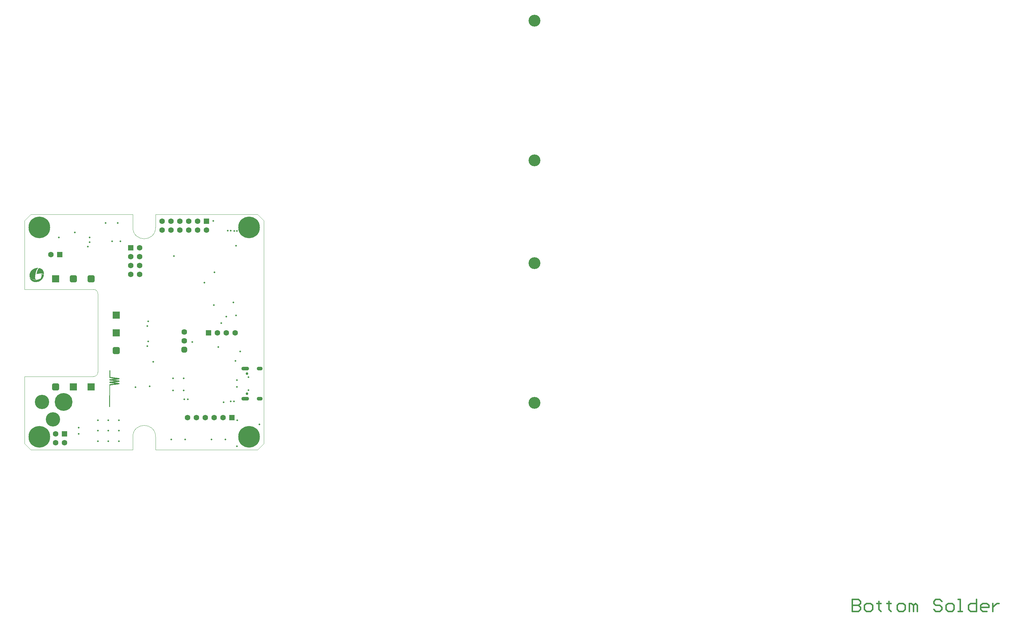
<source format=gbs>
G04*
G04 #@! TF.GenerationSoftware,Altium Limited,Altium Designer,22.5.1 (42)*
G04*
G04 Layer_Color=16711935*
%FSLAX25Y25*%
%MOIN*%
G70*
G04*
G04 #@! TF.SameCoordinates,46755F1F-E2D4-4758-92CB-C7930609D95B*
G04*
G04*
G04 #@! TF.FilePolarity,Negative*
G04*
G01*
G75*
%ADD13C,0.00394*%
%ADD14C,0.01575*%
%ADD79C,0.13386*%
%ADD80C,0.06299*%
%ADD81R,0.06299X0.06299*%
%ADD82R,0.06299X0.06299*%
%ADD83C,0.06394*%
G04:AMPARAMS|DCode=84|XSize=63.94mil|YSize=63.94mil|CornerRadius=16.97mil|HoleSize=0mil|Usage=FLASHONLY|Rotation=270.000|XOffset=0mil|YOffset=0mil|HoleType=Round|Shape=RoundedRectangle|*
%AMROUNDEDRECTD84*
21,1,0.06394,0.03000,0,0,270.0*
21,1,0.03000,0.06394,0,0,270.0*
1,1,0.03394,-0.01500,-0.01500*
1,1,0.03394,-0.01500,0.01500*
1,1,0.03394,0.01500,0.01500*
1,1,0.03394,0.01500,-0.01500*
%
%ADD84ROUNDEDRECTD84*%
%ADD85C,0.16142*%
%ADD86C,0.20079*%
%ADD87R,0.08268X0.08268*%
G04:AMPARAMS|DCode=88|XSize=82.68mil|YSize=82.68mil|CornerRadius=21.65mil|HoleSize=0mil|Usage=FLASHONLY|Rotation=180.000|XOffset=0mil|YOffset=0mil|HoleType=Round|Shape=RoundedRectangle|*
%AMROUNDEDRECTD88*
21,1,0.08268,0.03937,0,0,180.0*
21,1,0.03937,0.08268,0,0,180.0*
1,1,0.04331,-0.01968,0.01968*
1,1,0.04331,0.01968,0.01968*
1,1,0.04331,0.01968,-0.01968*
1,1,0.04331,-0.01968,-0.01968*
%
%ADD88ROUNDEDRECTD88*%
G04:AMPARAMS|DCode=89|XSize=82.68mil|YSize=82.68mil|CornerRadius=21.65mil|HoleSize=0mil|Usage=FLASHONLY|Rotation=270.000|XOffset=0mil|YOffset=0mil|HoleType=Round|Shape=RoundedRectangle|*
%AMROUNDEDRECTD89*
21,1,0.08268,0.03937,0,0,270.0*
21,1,0.03937,0.08268,0,0,270.0*
1,1,0.04331,-0.01968,-0.01968*
1,1,0.04331,-0.01968,0.01968*
1,1,0.04331,0.01968,0.01968*
1,1,0.04331,0.01968,-0.01968*
%
%ADD89ROUNDEDRECTD89*%
%ADD90R,0.08268X0.08268*%
%ADD91O,0.08661X0.04331*%
%ADD92O,0.06693X0.04331*%
%ADD93C,0.02953*%
%ADD94C,0.24410*%
%ADD116C,0.01968*%
G36*
X14082Y205309D02*
X14151Y205308D01*
X14151D01*
X14151D01*
X14163Y205307D01*
X14185Y205304D01*
X14219Y205308D01*
D01*
X14219D01*
X14288Y205307D01*
X14311Y205304D01*
X14322Y205303D01*
X14329Y205304D01*
X14356Y205306D01*
X14356D01*
X14356D01*
X14356D01*
X14425Y205306D01*
X14425D01*
X14425D01*
X14449Y205303D01*
X14459Y205302D01*
X14493Y205305D01*
D01*
X14493D01*
X14562Y205304D01*
X14586Y205302D01*
X14596Y205301D01*
X14623Y205303D01*
X14630Y205304D01*
X14630D01*
D01*
D01*
X14699Y205303D01*
X14699D01*
X14699D01*
X14767Y205303D01*
X14767D01*
X14836Y205302D01*
X14836D01*
X14836D01*
X14904Y205301D01*
X14973Y205301D01*
X14973D01*
X15041Y205300D01*
X15041Y205300D01*
X15041Y205300D01*
X15109Y205300D01*
X15146Y205296D01*
X15148Y205296D01*
D01*
X15148Y205296D01*
X15182Y205285D01*
X15185Y205284D01*
X15185D01*
X15185Y205284D01*
X15206Y205273D01*
X15219Y205265D01*
X15219Y205265D01*
X15219Y205265D01*
X15233Y205254D01*
X15249Y205241D01*
X15249Y205241D01*
X15249Y205241D01*
X15265Y205221D01*
X15273Y205210D01*
X15273Y205210D01*
X15273Y205210D01*
X15289Y205180D01*
X15291Y205176D01*
Y205176D01*
X15291Y205176D01*
X15300Y205145D01*
X15302Y205139D01*
Y205139D01*
X15302Y205139D01*
X15304Y205114D01*
X15305Y205100D01*
Y205100D01*
Y205100D01*
Y205100D01*
X15305Y205032D01*
Y205032D01*
Y205032D01*
X15303Y205014D01*
X15301Y204993D01*
X15301Y204993D01*
Y204993D01*
X15293Y204970D01*
X15289Y204956D01*
X15289Y204956D01*
X15289Y204956D01*
X15279Y204938D01*
X15271Y204922D01*
X15271Y204922D01*
X15271Y204922D01*
X15259Y204908D01*
X15246Y204892D01*
X15246Y204892D01*
X15246Y204892D01*
X15226Y204877D01*
X15216Y204868D01*
X15216Y204868D01*
X15215Y204868D01*
X15206Y204863D01*
X15202Y204854D01*
X15202Y204854D01*
X15201Y204854D01*
X15188Y204838D01*
X15177Y204824D01*
X15177Y204824D01*
X15177Y204824D01*
X15160Y204811D01*
X15146Y204800D01*
X15146Y204800D01*
X15146Y204800D01*
X15137Y204795D01*
X15132Y204786D01*
X15132Y204786D01*
X15132Y204786D01*
X15124Y204776D01*
X15108Y204757D01*
X15108Y204756D01*
X15108Y204756D01*
X15084Y204738D01*
X15077Y204732D01*
X15077D01*
X15077Y204732D01*
X15057Y204721D01*
X15043Y204714D01*
X15043Y204714D01*
X15043Y204714D01*
X15028Y204710D01*
X15006Y204703D01*
X15006D01*
X15006Y204703D01*
X14986Y204702D01*
X14980Y204701D01*
X14979Y204700D01*
X14970Y204689D01*
X14970Y204689D01*
X14970Y204689D01*
X14941Y204666D01*
X14940Y204665D01*
D01*
X14940Y204665D01*
X14909Y204649D01*
X14906Y204647D01*
X14906D01*
X14906Y204647D01*
X14883Y204640D01*
X14868Y204636D01*
X14868D01*
X14868Y204636D01*
X14852Y204635D01*
X14842Y204634D01*
X14832Y204622D01*
X14802Y204598D01*
X14793Y204593D01*
X14788Y204584D01*
X14788Y204584D01*
X14788Y204584D01*
X14772Y204565D01*
X14763Y204554D01*
X14763Y204554D01*
X14763Y204554D01*
X14734Y204531D01*
X14733Y204530D01*
D01*
X14733Y204530D01*
X14724Y204525D01*
X14719Y204516D01*
X14694Y204486D01*
X14664Y204462D01*
X14655Y204457D01*
X14650Y204448D01*
X14625Y204418D01*
X14625Y204418D01*
X14625Y204418D01*
X14595Y204394D01*
X14586Y204389D01*
X14581Y204380D01*
X14556Y204350D01*
X14526Y204326D01*
X14517Y204321D01*
X14512Y204312D01*
X14512Y204312D01*
X14512Y204312D01*
X14501Y204299D01*
X14487Y204283D01*
X14487Y204283D01*
X14487Y204282D01*
X14474Y204272D01*
X14457Y204258D01*
X14457Y204258D01*
X14457Y204258D01*
X14448Y204253D01*
X14443Y204244D01*
X14418Y204215D01*
X14388Y204190D01*
X14379Y204186D01*
X14374Y204177D01*
X14349Y204147D01*
X14349Y204147D01*
X14349Y204147D01*
X14338Y204138D01*
X14338Y204081D01*
X14334Y204043D01*
X14326Y204020D01*
X14322Y204006D01*
X14322Y204006D01*
D01*
X14303Y203972D01*
X14281Y203945D01*
X14279Y203942D01*
X14279D01*
Y203942D01*
X14271Y203936D01*
X14248Y203918D01*
X14214Y203900D01*
X14191Y203893D01*
X14184Y203870D01*
D01*
X14184Y203870D01*
X14172Y203848D01*
X14165Y203836D01*
X14165Y203836D01*
X14165Y203836D01*
X14150Y203818D01*
X14141Y203806D01*
X14141Y203806D01*
X14141Y203806D01*
X14126Y203795D01*
X14110Y203782D01*
X14110Y203782D01*
X14110Y203782D01*
X14101Y203777D01*
X14096Y203768D01*
X14080Y203748D01*
X14071Y203738D01*
X14071Y203738D01*
X14071Y203738D01*
X14060Y203729D01*
X14057Y203703D01*
X14046Y203668D01*
X14045Y203666D01*
D01*
X14045Y203666D01*
X14033Y203644D01*
X14027Y203632D01*
X14027Y203632D01*
X14027Y203632D01*
X14014Y203617D01*
X14002Y203602D01*
X14002Y203602D01*
X14002Y203602D01*
X13990Y203592D01*
X13989Y203587D01*
X13987Y203566D01*
X13987Y203566D01*
Y203566D01*
X13984Y203557D01*
X13975Y203529D01*
X13975Y203529D01*
Y203529D01*
X13971Y203521D01*
X13957Y203495D01*
X13957Y203495D01*
X13957Y203495D01*
X13946Y203482D01*
X13932Y203466D01*
X13932Y203466D01*
X13932Y203466D01*
X13919Y203455D01*
X13902Y203441D01*
X13902Y203441D01*
X13902Y203441D01*
X13893Y203436D01*
X13892Y203435D01*
X13888Y203428D01*
X13888Y203428D01*
X13888Y203427D01*
X13872Y203408D01*
X13863Y203398D01*
X13863Y203398D01*
X13863Y203398D01*
X13851Y203388D01*
X13848Y203362D01*
X13837Y203325D01*
D01*
X13837Y203325D01*
X13818Y203291D01*
X13798Y203267D01*
X13793Y203261D01*
X13793Y203261D01*
X13793Y203261D01*
X13781Y203252D01*
X13779Y203226D01*
X13767Y203189D01*
D01*
X13767Y203189D01*
X13755Y203167D01*
X13748Y203155D01*
X13748Y203155D01*
X13748Y203155D01*
X13734Y203137D01*
X13724Y203125D01*
X13724Y203125D01*
X13724Y203125D01*
X13709Y203113D01*
X13693Y203101D01*
X13693Y203101D01*
X13693Y203101D01*
X13684Y203096D01*
X13679Y203087D01*
X13679Y203087D01*
X13679Y203087D01*
X13664Y203068D01*
X13655Y203057D01*
X13655Y203057D01*
X13655Y203057D01*
X13644Y203049D01*
X13644Y202992D01*
Y202992D01*
Y202992D01*
X13642Y202976D01*
X13639Y202953D01*
X13639Y202953D01*
Y202953D01*
X13638Y202950D01*
X13628Y202916D01*
X13609Y202882D01*
X13609Y202882D01*
X13609Y202882D01*
X13596Y202866D01*
X13584Y202852D01*
X13584Y202852D01*
X13584Y202852D01*
X13573Y202843D01*
X13554Y202828D01*
X13554Y202828D01*
X13554Y202828D01*
X13545Y202823D01*
X13540Y202814D01*
X13540Y202814D01*
X13540Y202814D01*
X13528Y202799D01*
X13515Y202784D01*
X13515Y202784D01*
X13515Y202784D01*
X13505Y202776D01*
X13504Y202719D01*
Y202719D01*
Y202719D01*
X13503Y202711D01*
X13500Y202680D01*
X13488Y202643D01*
X13488Y202643D01*
D01*
X13470Y202609D01*
X13450Y202586D01*
X13445Y202580D01*
X13445D01*
Y202580D01*
X13438Y202574D01*
X13434Y202571D01*
X13434Y202514D01*
Y202514D01*
Y202514D01*
X13433Y202506D01*
X13430Y202476D01*
X13418Y202438D01*
X13418Y202438D01*
D01*
X13399Y202404D01*
X13380Y202381D01*
X13375Y202375D01*
X13375D01*
Y202375D01*
X13367Y202369D01*
X13364Y202366D01*
X13364Y202309D01*
X13359Y202271D01*
X13348Y202234D01*
X13329Y202200D01*
X13308Y202175D01*
X13304Y202170D01*
X13304D01*
Y202170D01*
X13294Y202161D01*
X13293Y202104D01*
X13289Y202066D01*
X13277Y202029D01*
X13259Y201995D01*
X13234Y201965D01*
X13224Y201957D01*
X13223Y201900D01*
X13221Y201880D01*
X13219Y201861D01*
X13219Y201861D01*
X13219Y201861D01*
X13209Y201829D01*
X13207Y201824D01*
Y201824D01*
X13207Y201824D01*
X13193Y201799D01*
X13189Y201790D01*
X13189Y201790D01*
X13189Y201790D01*
X13174Y201772D01*
X13164Y201760D01*
X13164Y201760D01*
X13164Y201760D01*
X13149Y201748D01*
X13134Y201736D01*
X13134Y201736D01*
X13134Y201736D01*
X13125Y201731D01*
X13120Y201722D01*
X13103Y201702D01*
X13095Y201692D01*
X13095Y201692D01*
X13095Y201692D01*
X13084Y201684D01*
X13082Y201490D01*
Y201490D01*
Y201490D01*
X13081Y201471D01*
X13078Y201451D01*
X13078Y201451D01*
Y201451D01*
X13072Y201430D01*
X13067Y201414D01*
X13067Y201414D01*
X13067Y201414D01*
X13058Y201398D01*
X13048Y201380D01*
X13048Y201380D01*
X13048Y201380D01*
X13038Y201368D01*
X13023Y201350D01*
X13023Y201350D01*
X13023Y201350D01*
X13014Y201343D01*
X13013Y201342D01*
X13012Y201285D01*
X13008Y201248D01*
X13008Y201247D01*
D01*
X13008Y201247D01*
X13000Y201221D01*
X12997Y201209D01*
X12997Y201209D01*
X12996Y201209D01*
X12989Y201196D01*
X12978Y201175D01*
X12978Y201175D01*
X12978Y201175D01*
X12967Y201162D01*
X12953Y201146D01*
X12953Y201146D01*
X12953Y201146D01*
X12942Y201137D01*
X12942Y201080D01*
Y201080D01*
Y201080D01*
X12938Y201042D01*
X12932Y201024D01*
X12926Y201005D01*
X12908Y200971D01*
X12883Y200941D01*
X12883D01*
Y200941D01*
X12876Y200935D01*
X12872Y200932D01*
X12872Y200875D01*
Y200875D01*
Y200875D01*
X12869Y200855D01*
X12867Y200837D01*
X12867Y200837D01*
Y200837D01*
X12863Y200821D01*
X12856Y200800D01*
X12856Y200800D01*
Y200800D01*
X12853Y200794D01*
X12837Y200766D01*
X12837Y200766D01*
X12837Y200766D01*
X12827Y200754D01*
X12812Y200736D01*
X12812Y200736D01*
X12812Y200736D01*
X12803Y200728D01*
X12802Y200727D01*
X12800Y200534D01*
X12796Y200495D01*
X12784Y200458D01*
X12766Y200424D01*
X12741Y200394D01*
X12730Y200386D01*
X12730Y200329D01*
X12728Y200309D01*
X12726Y200290D01*
X12726Y200290D01*
X12726Y200290D01*
X12716Y200258D01*
X12714Y200253D01*
Y200253D01*
X12714Y200253D01*
X12703Y200232D01*
X12696Y200219D01*
X12696Y200219D01*
X12696Y200219D01*
X12685Y200207D01*
X12671Y200189D01*
X12671Y200189D01*
X12671Y200189D01*
X12660Y200181D01*
X12658Y199987D01*
X12656Y199962D01*
X12654Y199948D01*
X12654Y199948D01*
Y199948D01*
X12647Y199924D01*
X12643Y199911D01*
X12643Y199911D01*
X12643Y199911D01*
X12629Y199887D01*
X12624Y199877D01*
X12624Y199877D01*
X12624Y199877D01*
X12614Y199865D01*
X12599Y199848D01*
X12589Y199839D01*
X12588Y199782D01*
X12585Y199748D01*
X12586Y199731D01*
X12588Y199714D01*
Y199714D01*
D01*
D01*
X12587Y199645D01*
Y199645D01*
Y199645D01*
X12586Y199633D01*
X12583Y199607D01*
X12571Y199570D01*
D01*
X12571Y199570D01*
X12559Y199548D01*
X12553Y199536D01*
X12553Y199536D01*
X12553Y199536D01*
X12538Y199518D01*
X12528Y199506D01*
X12528Y199506D01*
X12528Y199506D01*
X12517Y199497D01*
X12516Y199303D01*
Y199303D01*
Y199303D01*
X12513Y199283D01*
X12512Y199269D01*
X12515Y199235D01*
D01*
Y199235D01*
X12514Y199166D01*
Y199166D01*
Y199166D01*
X12512Y199142D01*
X12510Y199128D01*
X12510Y199128D01*
Y199128D01*
X12502Y199103D01*
X12499Y199091D01*
X12499Y199091D01*
X12499Y199091D01*
X12492Y199078D01*
X12480Y199057D01*
X12480Y199057D01*
Y199057D01*
X12475Y199050D01*
X12455Y199027D01*
X12455Y199027D01*
X12455Y199027D01*
X12444Y199018D01*
X12444Y198962D01*
X12440Y198927D01*
X12442Y198912D01*
X12443Y198893D01*
Y198893D01*
D01*
D01*
X12443Y198825D01*
Y198825D01*
Y198825D01*
X12441Y198807D01*
X12439Y198786D01*
X12439Y198786D01*
Y198786D01*
X12436Y198777D01*
X12427Y198749D01*
X12427Y198749D01*
Y198749D01*
X12423Y198741D01*
X12409Y198715D01*
X12409Y198715D01*
X12409Y198715D01*
X12397Y198701D01*
X12384Y198685D01*
X12384Y198685D01*
X12384Y198685D01*
X12373Y198677D01*
X12373Y198620D01*
Y198620D01*
Y198620D01*
X12371Y198607D01*
X12369Y198585D01*
X12371Y198562D01*
X12372Y198551D01*
Y198551D01*
Y198551D01*
X12371Y198483D01*
X12368Y198449D01*
X12369Y198433D01*
X12371Y198414D01*
Y198414D01*
D01*
D01*
X12370Y198346D01*
Y198346D01*
Y198346D01*
X12368Y198328D01*
X12366Y198307D01*
X12366Y198307D01*
Y198307D01*
X12363Y198298D01*
X12354Y198270D01*
X12354Y198270D01*
Y198270D01*
X12350Y198262D01*
X12336Y198236D01*
X12336Y198236D01*
X12336Y198236D01*
X12324Y198222D01*
X12311Y198206D01*
X12311Y198206D01*
X12311Y198206D01*
X12300Y198198D01*
X12300Y198141D01*
X12298Y198123D01*
X12296Y198102D01*
X12296Y198102D01*
Y198102D01*
X12290Y198084D01*
X12284Y198065D01*
X12284Y198065D01*
X12284Y198065D01*
X12268Y198035D01*
X12266Y198031D01*
X12266Y198031D01*
X12266Y198031D01*
X12249Y198012D01*
X12241Y198002D01*
X12241Y198002D01*
X12241Y198002D01*
X12230Y197993D01*
X12226Y197525D01*
X12222Y197491D01*
X12224Y197474D01*
X12225Y197457D01*
Y197457D01*
D01*
D01*
X12225Y197388D01*
Y197388D01*
Y197388D01*
X12224Y197376D01*
X12221Y197350D01*
X12209Y197313D01*
D01*
X12209Y197313D01*
X12197Y197291D01*
X12191Y197279D01*
X12191Y197279D01*
X12191Y197279D01*
X12176Y197261D01*
X12166Y197249D01*
X12166Y197249D01*
X12166Y197249D01*
X12155Y197240D01*
X12155Y197184D01*
X12151Y197149D01*
X12151Y197146D01*
X12154Y197115D01*
Y197115D01*
Y197115D01*
X12153Y197046D01*
X12151Y197024D01*
X12150Y197012D01*
X12151Y196999D01*
X12153Y196978D01*
X12153Y196978D01*
X12153Y196978D01*
X12152Y196909D01*
X12148Y196871D01*
X12145Y196862D01*
X12136Y196834D01*
X12118Y196800D01*
X12093Y196770D01*
X12082Y196762D01*
X12081Y196568D01*
Y196568D01*
Y196568D01*
X12077Y196534D01*
X12080Y196499D01*
Y196499D01*
D01*
D01*
X12079Y196431D01*
X12075Y196392D01*
X12065Y196357D01*
X12064Y196355D01*
D01*
X12064Y196355D01*
X12056Y196341D01*
X12045Y196321D01*
X12020Y196291D01*
X12020Y196291D01*
X12020Y196291D01*
X12010Y196283D01*
X12009Y196226D01*
X12006Y196192D01*
X12007Y196178D01*
X12009Y196157D01*
Y196157D01*
Y196157D01*
X12008Y196089D01*
X12006Y196070D01*
X12004Y196055D01*
X12006Y196033D01*
X12008Y196021D01*
Y196020D01*
Y196020D01*
Y196020D01*
X12007Y195952D01*
Y195952D01*
Y195952D01*
X12005Y195935D01*
X12003Y195914D01*
X12003Y195914D01*
Y195913D01*
X11996Y195890D01*
X11991Y195877D01*
X11991Y195877D01*
X11991Y195876D01*
X11981Y195858D01*
X11973Y195843D01*
X11973Y195842D01*
X11973Y195842D01*
X11961Y195829D01*
X11948Y195813D01*
X11948Y195813D01*
X11948Y195813D01*
X11937Y195804D01*
X11934Y195473D01*
X11930Y195439D01*
X11932Y195422D01*
X11934Y195405D01*
Y195405D01*
D01*
D01*
X11933Y195336D01*
Y195336D01*
Y195336D01*
X11931Y195319D01*
X11929Y195298D01*
X11929Y195298D01*
Y195298D01*
X11923Y195279D01*
X11917Y195261D01*
X11917Y195261D01*
X11917Y195261D01*
X11910Y195247D01*
X11899Y195227D01*
X11899Y195227D01*
X11899Y195227D01*
X11887Y195213D01*
X11874Y195197D01*
X11874Y195197D01*
X11874Y195197D01*
X11863Y195188D01*
X11863Y195132D01*
X11859Y195097D01*
X11860Y195088D01*
X11862Y195063D01*
X11862Y194994D01*
X11859Y194970D01*
X11858Y194960D01*
X11860Y194934D01*
X11861Y194926D01*
Y194926D01*
D01*
D01*
X11860Y194858D01*
X11858Y194840D01*
X11857Y194824D01*
X11858Y194805D01*
X11860Y194789D01*
Y194789D01*
Y194789D01*
X11859Y194721D01*
X11855Y194682D01*
X11843Y194645D01*
X11829Y194618D01*
X11843Y194591D01*
X11854Y194554D01*
X11857Y194515D01*
D01*
Y194515D01*
X11857Y194447D01*
X11853Y194408D01*
X11844Y194382D01*
X11841Y194371D01*
X11841Y194371D01*
D01*
X11823Y194337D01*
X11806Y194317D01*
X11798Y194307D01*
X11798Y194307D01*
X11798Y194307D01*
X11787Y194299D01*
X11785Y194116D01*
X11796Y194108D01*
X11796Y194108D01*
X11796Y194108D01*
X11812Y194088D01*
X11820Y194078D01*
X11820Y194078D01*
X11820Y194078D01*
X11836Y194047D01*
X11838Y194043D01*
Y194043D01*
X11838Y194043D01*
X11846Y194016D01*
X11849Y194006D01*
Y194006D01*
X11849Y194006D01*
X11851Y193983D01*
X11853Y193967D01*
Y193967D01*
Y193967D01*
X11852Y193899D01*
X11848Y193865D01*
X11849Y193861D01*
X11851Y193830D01*
Y193830D01*
Y193830D01*
X11851Y193762D01*
X11848Y193738D01*
X11847Y193728D01*
X11848Y193714D01*
X11850Y193693D01*
X11850Y193693D01*
X11850Y193693D01*
X11850Y193637D01*
X11860Y193628D01*
X11860Y193628D01*
X11860Y193628D01*
X11872Y193613D01*
X11885Y193597D01*
X11885Y193597D01*
X11885Y193597D01*
X11902Y193563D01*
X11913Y193526D01*
X11916Y193498D01*
X11917Y193487D01*
Y193487D01*
D01*
D01*
X11915Y193293D01*
X11926Y193285D01*
X11950Y193254D01*
X11955Y193245D01*
X11959Y193243D01*
X11964Y193240D01*
X11964Y193240D01*
X11964Y193240D01*
X11981Y193226D01*
X11993Y193216D01*
X11993Y193216D01*
X11994Y193216D01*
X12017Y193186D01*
X12018Y193185D01*
D01*
X12018Y193185D01*
X12034Y193154D01*
X12036Y193151D01*
Y193151D01*
X12036Y193151D01*
X12042Y193131D01*
X12047Y193114D01*
Y193114D01*
X12047Y193114D01*
X12048Y193100D01*
X12050Y193075D01*
Y193075D01*
Y193075D01*
X12050Y193018D01*
X12060Y193009D01*
X12073Y192994D01*
X12085Y192979D01*
X12089Y192970D01*
X12098Y192965D01*
X12098Y192965D01*
X12098Y192965D01*
X12115Y192952D01*
X12128Y192941D01*
X12128Y192941D01*
X12128Y192941D01*
X12141Y192924D01*
X12152Y192910D01*
X12152Y192910D01*
X12152Y192910D01*
X12163Y192891D01*
X12170Y192876D01*
X12170Y192876D01*
X12170Y192876D01*
X12177Y192853D01*
X12200Y192846D01*
X12234Y192827D01*
X12254Y192811D01*
X12264Y192802D01*
X12264Y192802D01*
X12264Y192802D01*
X12288Y192772D01*
X12306Y192738D01*
X12313Y192715D01*
X12336Y192708D01*
X12370Y192689D01*
X12400Y192664D01*
X12412Y192649D01*
X12424Y192634D01*
X12429Y192625D01*
X12438Y192620D01*
X12438Y192620D01*
X12438Y192620D01*
X12451Y192609D01*
X12467Y192595D01*
X12467Y192595D01*
X12468Y192595D01*
X12478Y192582D01*
X12492Y192565D01*
X12492Y192565D01*
X12492Y192565D01*
X12497Y192556D01*
X12506Y192551D01*
X12506Y192551D01*
X12506Y192551D01*
X12522Y192537D01*
X12535Y192526D01*
X12535Y192526D01*
X12536Y192526D01*
X12544Y192515D01*
X12601Y192515D01*
X12601D01*
X12601D01*
X12610Y192514D01*
X12639Y192511D01*
X12676Y192499D01*
X12676Y192499D01*
D01*
X12683Y192496D01*
X12710Y192481D01*
X12710Y192481D01*
X12710Y192481D01*
X12728Y192466D01*
X12740Y192456D01*
X12740Y192456D01*
X12740Y192456D01*
X12745Y192449D01*
X12765Y192426D01*
X12769Y192417D01*
X12772Y192415D01*
X12778Y192411D01*
X12788Y192403D01*
X12808Y192387D01*
X12833Y192357D01*
X12833Y192357D01*
X12833Y192357D01*
X12840Y192342D01*
X12851Y192322D01*
X12851Y192322D01*
Y192322D01*
X12852Y192318D01*
X12861Y192285D01*
X12865Y192246D01*
Y192246D01*
Y192246D01*
X12864Y192178D01*
X12862Y192154D01*
X12860Y192139D01*
X12860Y192139D01*
X12860Y192139D01*
X12852Y192115D01*
X12848Y192102D01*
X12848Y192102D01*
X12848Y192102D01*
X12838Y192083D01*
X12830Y192068D01*
X12830Y192068D01*
X12830Y192068D01*
X12817Y192052D01*
X12805Y192039D01*
X12805Y192039D01*
X12805Y192039D01*
X12788Y192025D01*
X12775Y192014D01*
X12775Y192014D01*
X12775Y192014D01*
X12753Y192003D01*
X12741Y191996D01*
X12741Y191996D01*
X12741Y191996D01*
X12719Y191990D01*
X12703Y191985D01*
X12703Y191985D01*
X12703Y191985D01*
X12684Y191983D01*
X12665Y191982D01*
X12665D01*
X12665D01*
X12665D01*
X12596Y191982D01*
X12562Y191986D01*
X12545Y191984D01*
X12528Y191983D01*
X12528Y191983D01*
X12528Y191983D01*
X12459Y191984D01*
X12425Y191987D01*
X12425D01*
X12422Y191987D01*
X12391Y191984D01*
X12391D01*
X12391D01*
X12322Y191985D01*
X12322D01*
X12322D01*
X12310Y191986D01*
X12288Y191989D01*
X12254Y191985D01*
D01*
X12254D01*
X12185Y191986D01*
X12185D01*
X12185D01*
X12167Y191988D01*
X12147Y191990D01*
X12147Y191990D01*
X12147D01*
X12124Y191997D01*
X12110Y192002D01*
X12110Y192002D01*
X12110Y192002D01*
X12092Y192012D01*
X12076Y192020D01*
X12076Y192020D01*
X12076Y192020D01*
X12062Y192032D01*
X12046Y192045D01*
X12046Y192045D01*
X12046Y192045D01*
X12037Y192056D01*
X11980Y192056D01*
D01*
X11912Y192057D01*
D01*
X11844Y192058D01*
X11844D01*
X11844D01*
X11775Y192058D01*
D01*
X11707Y192059D01*
X11707D01*
X11707D01*
X11638Y192059D01*
X11638D01*
X11570Y192060D01*
X11570D01*
X11570D01*
X11559Y192061D01*
X11531Y192064D01*
X11494Y192076D01*
X11494Y192076D01*
X11494Y192076D01*
X11469Y192089D01*
X11460Y192094D01*
X11460Y192094D01*
X11460Y192094D01*
X11441Y192110D01*
X11430Y192119D01*
X11430Y192119D01*
X11430Y192119D01*
X11422Y192130D01*
X11365Y192130D01*
X11365D01*
X11365D01*
X11296Y192131D01*
D01*
X11228Y192131D01*
X11228D01*
X11228D01*
X11159Y192132D01*
D01*
X11091Y192132D01*
X11091D01*
X11091D01*
X11066Y192135D01*
X11057Y192136D01*
X11043Y192135D01*
X11022Y192133D01*
X11022D01*
X11022D01*
X10954Y192134D01*
X10937Y192136D01*
X10920Y192137D01*
X10906Y192136D01*
X10886Y192134D01*
X10886D01*
X10886D01*
X10817Y192135D01*
X10779Y192139D01*
X10741Y192151D01*
X10707Y192169D01*
X10678Y192194D01*
X10669Y192205D01*
X10612Y192205D01*
X10612D01*
X10612D01*
X10544Y192206D01*
D01*
X10475Y192206D01*
X10475D01*
X10475D01*
X10464Y192208D01*
X10437Y192210D01*
X10400Y192222D01*
X10400Y192222D01*
X10400Y192222D01*
X10375Y192236D01*
X10366Y192241D01*
X10366Y192241D01*
X10366Y192241D01*
X10347Y192256D01*
X10336Y192265D01*
X10336Y192265D01*
X10336Y192265D01*
X10327Y192276D01*
X10270Y192277D01*
X10270D01*
X10270D01*
X10202Y192277D01*
D01*
X10133Y192278D01*
X10110Y192280D01*
X10099Y192281D01*
X10081Y192280D01*
X10065Y192279D01*
X10065D01*
X10065D01*
X10065D01*
X9996Y192279D01*
X9958Y192283D01*
X9921Y192295D01*
X9887Y192313D01*
X9857Y192338D01*
X9849Y192349D01*
X9792Y192349D01*
X9753Y192353D01*
X9718Y192364D01*
X9716Y192365D01*
D01*
X9716Y192365D01*
X9682Y192384D01*
X9662Y192400D01*
X9652Y192408D01*
X9652Y192408D01*
X9652Y192408D01*
X9644Y192419D01*
X9587Y192420D01*
X9569Y192421D01*
X9553Y192423D01*
X9518Y192420D01*
X9450Y192421D01*
X9450D01*
X9450D01*
X9438Y192422D01*
X9411Y192425D01*
X9374Y192437D01*
X9374Y192437D01*
X9374D01*
X9357Y192446D01*
X9340Y192455D01*
X9340Y192455D01*
X9340Y192455D01*
X9328Y192465D01*
X9310Y192480D01*
X9302Y192491D01*
X9245Y192491D01*
X9220Y192494D01*
X9206Y192495D01*
X9206Y192495D01*
X9206D01*
X9182Y192503D01*
X9169Y192507D01*
X9169Y192507D01*
X9169Y192507D01*
X9144Y192520D01*
X9135Y192525D01*
X9135Y192525D01*
X9135Y192525D01*
X9116Y192541D01*
X9106Y192550D01*
X9106Y192550D01*
X9105Y192550D01*
X9097Y192561D01*
X9040Y192561D01*
X9006Y192565D01*
X8991Y192564D01*
X8972Y192562D01*
X8971D01*
D01*
D01*
X8903Y192562D01*
X8903D01*
X8903D01*
X8885Y192564D01*
X8864Y192567D01*
X8864Y192567D01*
X8864D01*
X8855Y192570D01*
X8828Y192578D01*
X8828Y192578D01*
X8828D01*
X8819Y192583D01*
X8794Y192597D01*
X8794Y192597D01*
X8793Y192597D01*
X8785Y192604D01*
X8764Y192622D01*
X8764Y192622D01*
X8764Y192622D01*
X8759Y192627D01*
X8739Y192652D01*
X8739Y192652D01*
X8739Y192652D01*
X8736Y192658D01*
X8735Y192661D01*
X8726Y192666D01*
X8696Y192691D01*
X8687Y192701D01*
X8630Y192702D01*
X8610Y192704D01*
X8592Y192706D01*
X8592Y192706D01*
X8592Y192706D01*
X8569Y192713D01*
X8555Y192718D01*
X8555Y192718D01*
X8555Y192718D01*
X8534Y192729D01*
X8521Y192736D01*
X8521Y192736D01*
X8521Y192736D01*
X8504Y192751D01*
X8491Y192761D01*
X8491Y192761D01*
X8491Y192761D01*
X8483Y192772D01*
X8426Y192772D01*
X8426D01*
X8426D01*
X8387Y192776D01*
X8360Y192785D01*
X8350Y192788D01*
X8350Y192788D01*
D01*
X8347Y192790D01*
X8316Y192806D01*
X8286Y192831D01*
X8286Y192831D01*
X8286Y192831D01*
X8281Y192838D01*
X8278Y192842D01*
X8221Y192842D01*
X8182Y192847D01*
X8145Y192858D01*
X8111Y192877D01*
X8081Y192902D01*
X8057Y192932D01*
X8053Y192939D01*
X8052Y192941D01*
X8043Y192946D01*
X8043Y192946D01*
X8043Y192946D01*
X8027Y192959D01*
X8014Y192971D01*
X8014Y192971D01*
X8013Y192971D01*
X8005Y192981D01*
X7948Y192982D01*
X7909Y192986D01*
X7872Y192998D01*
X7838Y193016D01*
X7809Y193041D01*
X7784Y193071D01*
X7779Y193080D01*
X7771Y193085D01*
X7746Y193105D01*
X7741Y193110D01*
X7741Y193110D01*
X7741Y193110D01*
X7732Y193121D01*
X7675Y193121D01*
X7675D01*
X7675D01*
X7664Y193122D01*
X7637Y193125D01*
X7600Y193137D01*
X7600D01*
X7600Y193137D01*
X7572Y193152D01*
X7566Y193155D01*
X7566Y193155D01*
X7566Y193155D01*
X7547Y193171D01*
X7536Y193180D01*
X7536Y193180D01*
X7536Y193180D01*
X7513Y193209D01*
X7512Y193210D01*
D01*
X7512Y193210D01*
X7507Y193220D01*
X7498Y193225D01*
X7468Y193249D01*
X7444Y193280D01*
X7439Y193289D01*
X7430Y193294D01*
X7430Y193294D01*
X7430Y193294D01*
X7420Y193302D01*
X7400Y193318D01*
X7400Y193318D01*
X7400Y193318D01*
X7391Y193330D01*
X7365Y193333D01*
X7327Y193345D01*
X7294Y193363D01*
X7264Y193388D01*
X7264Y193388D01*
X7264Y193388D01*
X7254Y193400D01*
X7242Y193401D01*
X7228Y193403D01*
X7228Y193403D01*
X7228D01*
X7203Y193411D01*
X7191Y193414D01*
X7191Y193414D01*
X7191Y193414D01*
X7166Y193428D01*
X7157Y193433D01*
X7157Y193433D01*
X7157Y193433D01*
X7138Y193449D01*
X7128Y193458D01*
X7127Y193458D01*
X7127Y193458D01*
X7117Y193471D01*
X7103Y193488D01*
X7103Y193488D01*
X7103Y193488D01*
X7098Y193497D01*
X7089Y193502D01*
X7059Y193527D01*
X7035Y193557D01*
X7030Y193566D01*
X7022Y193571D01*
X7021Y193571D01*
X7021Y193571D01*
X7002Y193587D01*
X6992Y193596D01*
X6992Y193596D01*
X6992Y193596D01*
X6982Y193608D01*
X6956Y193611D01*
X6919Y193622D01*
X6919Y193622D01*
D01*
X6916Y193624D01*
X6885Y193641D01*
X6855Y193666D01*
X6855Y193666D01*
X6855Y193666D01*
X6850Y193672D01*
X6831Y193696D01*
X6813Y193730D01*
X6807Y193753D01*
X6806Y193753D01*
X6783Y193760D01*
X6749Y193779D01*
X6749Y193779D01*
X6749Y193779D01*
X6741Y193786D01*
X6719Y193804D01*
X6710Y193816D01*
X6702Y193816D01*
X6684Y193818D01*
X6684Y193818D01*
X6684Y193818D01*
X6652Y193828D01*
X6647Y193830D01*
X6647D01*
X6647Y193830D01*
X6621Y193844D01*
X6613Y193849D01*
X6613Y193849D01*
X6613Y193849D01*
X6586Y193871D01*
X6583Y193873D01*
D01*
X6583Y193874D01*
X6563Y193898D01*
X6559Y193904D01*
X6559Y193904D01*
X6559Y193904D01*
X6546Y193928D01*
X6541Y193938D01*
X6541Y193938D01*
X6541Y193938D01*
X6534Y193960D01*
X6534Y193961D01*
X6516Y193967D01*
X6511Y193968D01*
X6511D01*
X6511Y193968D01*
X6477Y193987D01*
X6454Y194006D01*
X6447Y194011D01*
X6447Y194012D01*
X6447Y194012D01*
X6423Y194042D01*
X6405Y194076D01*
X6398Y194099D01*
X6383Y194104D01*
X6375Y194106D01*
X6375Y194106D01*
X6375Y194106D01*
X6352Y194119D01*
X6341Y194125D01*
X6341Y194125D01*
X6341Y194125D01*
X6323Y194141D01*
X6312Y194150D01*
X6312Y194150D01*
X6312Y194150D01*
X6296Y194169D01*
X6287Y194180D01*
X6287Y194180D01*
X6287Y194180D01*
X6272Y194210D01*
X6269Y194214D01*
Y194214D01*
X6269Y194214D01*
X6260Y194245D01*
X6258Y194251D01*
Y194251D01*
X6258Y194252D01*
X6256Y194276D01*
X6255Y194290D01*
Y194290D01*
Y194290D01*
X6255Y194347D01*
X6245Y194356D01*
X6245Y194356D01*
X6245Y194356D01*
X6226Y194379D01*
X6221Y194386D01*
Y194386D01*
X6221Y194386D01*
X6216Y194395D01*
X6207Y194400D01*
X6207Y194400D01*
X6207Y194400D01*
X6188Y194416D01*
X6177Y194425D01*
X6177Y194425D01*
X6177Y194425D01*
X6167Y194438D01*
X6153Y194455D01*
X6153Y194455D01*
X6153Y194455D01*
X6148Y194464D01*
X6139Y194469D01*
X6109Y194494D01*
X6109Y194494D01*
X6109Y194494D01*
X6100Y194506D01*
X6085Y194524D01*
X6080Y194533D01*
X6071Y194538D01*
X6060Y194547D01*
X6041Y194563D01*
X6017Y194593D01*
X5999Y194627D01*
D01*
X5999Y194627D01*
X5994Y194643D01*
X5988Y194665D01*
X5985Y194703D01*
Y194703D01*
D01*
D01*
X5985Y194760D01*
X5975Y194769D01*
X5975Y194769D01*
X5975Y194769D01*
X5950Y194799D01*
X5946Y194808D01*
X5937Y194813D01*
X5937Y194813D01*
X5937Y194813D01*
X5907Y194838D01*
X5882Y194868D01*
X5864Y194903D01*
X5855Y194935D01*
X5853Y194940D01*
Y194940D01*
X5853Y194940D01*
X5851Y194967D01*
X5850Y194978D01*
Y194978D01*
Y194978D01*
X5850Y195035D01*
X5840Y195044D01*
X5840Y195044D01*
X5840Y195044D01*
X5837Y195048D01*
X5816Y195074D01*
X5811Y195083D01*
X5802Y195088D01*
X5802Y195088D01*
X5802Y195088D01*
X5786Y195102D01*
X5772Y195113D01*
X5772Y195113D01*
X5772Y195113D01*
X5759Y195130D01*
X5748Y195143D01*
X5748Y195143D01*
X5748Y195143D01*
X5738Y195163D01*
X5730Y195178D01*
X5730Y195178D01*
X5730Y195178D01*
X5725Y195193D01*
X5719Y195215D01*
X5719Y195215D01*
Y195215D01*
X5718Y195226D01*
X5715Y195254D01*
Y195254D01*
Y195254D01*
X5717Y195448D01*
X5707Y195456D01*
X5707Y195456D01*
X5707Y195456D01*
X5696Y195469D01*
X5682Y195486D01*
X5682Y195486D01*
X5682Y195486D01*
X5677Y195497D01*
X5664Y195521D01*
X5664Y195521D01*
X5664Y195521D01*
X5660Y195535D01*
X5654Y195558D01*
X5654Y195558D01*
X5653Y195558D01*
X5652Y195577D01*
X5650Y195597D01*
Y195597D01*
Y195597D01*
Y195597D01*
X5650Y195653D01*
X5640Y195662D01*
X5616Y195693D01*
X5598Y195727D01*
X5587Y195764D01*
X5583Y195803D01*
X5584Y195871D01*
X5588Y195905D01*
X5585Y195929D01*
X5584Y195940D01*
Y195940D01*
D01*
D01*
X5589Y196407D01*
X5578Y196416D01*
X5578Y196416D01*
X5578Y196416D01*
X5565Y196432D01*
X5554Y196446D01*
X5554Y196446D01*
X5554Y196446D01*
X5543Y196467D01*
X5536Y196481D01*
X5536Y196481D01*
X5536Y196481D01*
X5530Y196501D01*
X5525Y196518D01*
X5525Y196518D01*
X5525Y196518D01*
X5523Y196537D01*
X5521Y196556D01*
X5521Y196556D01*
X5521Y196556D01*
X5522Y196625D01*
X5525Y196648D01*
X5526Y196659D01*
X5524Y196679D01*
X5523Y196693D01*
Y196693D01*
Y196694D01*
Y196694D01*
X5523Y196762D01*
X5527Y196796D01*
X5525Y196823D01*
X5524Y196830D01*
Y196830D01*
D01*
D01*
X5524Y196899D01*
Y196899D01*
Y196899D01*
X5527Y196921D01*
X5528Y196938D01*
X5528Y196938D01*
Y196938D01*
X5532Y196948D01*
X5540Y196975D01*
X5559Y197009D01*
X5559Y197009D01*
X5559Y197009D01*
X5567Y197019D01*
X5584Y197038D01*
X5584Y197038D01*
X5584Y197038D01*
X5593Y197046D01*
X5594Y197047D01*
X5601Y197789D01*
Y197789D01*
Y197789D01*
X5602Y197803D01*
X5604Y197823D01*
X5602Y197847D01*
X5601Y197857D01*
Y197857D01*
D01*
D01*
X5602Y197926D01*
X5606Y197964D01*
X5618Y198001D01*
X5636Y198035D01*
X5661Y198065D01*
X5672Y198073D01*
X5672Y198130D01*
Y198130D01*
Y198130D01*
X5674Y198147D01*
X5676Y198165D01*
X5674Y198181D01*
X5673Y198199D01*
Y198199D01*
D01*
D01*
X5673Y198267D01*
Y198267D01*
Y198267D01*
X5676Y198292D01*
X5677Y198306D01*
X5677Y198306D01*
Y198306D01*
X5685Y198331D01*
X5689Y198343D01*
X5689Y198343D01*
X5689Y198343D01*
X5696Y198355D01*
X5708Y198377D01*
X5708Y198377D01*
Y198377D01*
X5713Y198383D01*
X5732Y198407D01*
X5732Y198407D01*
X5733Y198407D01*
X5743Y198415D01*
X5744Y198472D01*
X5747Y198500D01*
X5747Y198506D01*
X5744Y198541D01*
X5745Y198609D01*
X5747Y198634D01*
X5749Y198648D01*
X5749Y198648D01*
Y198648D01*
X5757Y198672D01*
X5760Y198685D01*
X5760Y198685D01*
X5760Y198685D01*
X5774Y198709D01*
X5779Y198719D01*
X5779Y198719D01*
X5779Y198719D01*
X5795Y198738D01*
X5804Y198748D01*
X5804Y198748D01*
X5804Y198749D01*
X5815Y198757D01*
X5815Y198814D01*
Y198814D01*
Y198814D01*
X5818Y198836D01*
X5819Y198853D01*
X5819Y198853D01*
Y198853D01*
X5822Y198863D01*
X5831Y198890D01*
X5849Y198924D01*
X5849Y198924D01*
X5849Y198924D01*
X5858Y198934D01*
X5874Y198953D01*
X5874Y198953D01*
X5874Y198953D01*
X5883Y198961D01*
X5885Y198962D01*
X5885Y199019D01*
X5888Y199046D01*
X5889Y199057D01*
Y199057D01*
X5889Y199057D01*
X5900Y199091D01*
X5901Y199094D01*
Y199094D01*
X5901Y199094D01*
X5913Y199116D01*
X5920Y199128D01*
X5920Y199128D01*
X5920Y199128D01*
X5933Y199145D01*
X5944Y199158D01*
X5944Y199158D01*
X5944Y199158D01*
X5955Y199167D01*
X5956Y199224D01*
X5960Y199262D01*
X5971Y199297D01*
X5971Y199299D01*
D01*
X5971Y199299D01*
X5990Y199333D01*
X6007Y199353D01*
X6015Y199363D01*
X6015Y199363D01*
X6015Y199363D01*
X6025Y199372D01*
X6026Y199428D01*
Y199428D01*
Y199428D01*
X6028Y199449D01*
X6030Y199467D01*
X6030Y199467D01*
Y199467D01*
X6035Y199483D01*
X6042Y199504D01*
X6042Y199504D01*
Y199504D01*
X6045Y199510D01*
X6060Y199538D01*
X6060Y199538D01*
X6060Y199538D01*
X6070Y199550D01*
X6085Y199568D01*
X6085Y199568D01*
X6085Y199568D01*
X6095Y199576D01*
X6096Y199576D01*
X6096Y199633D01*
X6100Y199672D01*
X6107Y199695D01*
X6112Y199709D01*
X6112Y199709D01*
D01*
X6130Y199743D01*
X6153Y199770D01*
X6155Y199773D01*
X6155D01*
Y199773D01*
X6163Y199778D01*
X6166Y199781D01*
X6166Y199838D01*
X6168Y199850D01*
X6171Y199877D01*
X6182Y199914D01*
D01*
X6182Y199914D01*
X6201Y199948D01*
X6221Y199972D01*
X6225Y199978D01*
X6225Y199978D01*
X6225Y199978D01*
X6240Y199989D01*
X6256Y200002D01*
X6256Y200002D01*
X6256Y200002D01*
X6265Y200007D01*
X6270Y200016D01*
X6270Y200016D01*
X6270Y200016D01*
X6283Y200031D01*
X6295Y200045D01*
X6295Y200045D01*
X6295Y200045D01*
X6305Y200054D01*
X6306Y200111D01*
Y200111D01*
Y200111D01*
X6307Y200127D01*
X6310Y200149D01*
X6310Y200149D01*
Y200149D01*
X6319Y200179D01*
X6322Y200186D01*
D01*
X6322Y200186D01*
X6327Y200197D01*
X6340Y200220D01*
X6365Y200250D01*
X6365Y200250D01*
X6365Y200250D01*
X6382Y200264D01*
X6395Y200274D01*
X6395Y200275D01*
X6395Y200275D01*
X6404Y200279D01*
X6409Y200288D01*
X6434Y200318D01*
X6445Y200327D01*
X6445Y200384D01*
X6446Y200396D01*
X6449Y200422D01*
X6461Y200459D01*
D01*
X6461Y200459D01*
X6479Y200493D01*
X6500Y200518D01*
X6504Y200523D01*
X6504Y200523D01*
X6504Y200523D01*
X6519Y200535D01*
X6534Y200547D01*
X6534Y200547D01*
X6534Y200547D01*
X6543Y200552D01*
X6548Y200561D01*
X6548Y200561D01*
X6549Y200561D01*
X6560Y200575D01*
X6573Y200591D01*
X6573Y200591D01*
X6573Y200591D01*
X6584Y200599D01*
X6584Y200656D01*
X6586Y200673D01*
X6589Y200695D01*
X6589Y200695D01*
Y200695D01*
X6600Y200732D01*
X6619Y200766D01*
X6637Y200788D01*
X6644Y200796D01*
X6644Y200796D01*
X6644Y200796D01*
X6661Y200810D01*
X6674Y200820D01*
X6674Y200820D01*
X6674Y200820D01*
X6683Y200825D01*
X6688Y200834D01*
X6713Y200864D01*
X6713Y200864D01*
X6713Y200864D01*
X6723Y200872D01*
X6724Y200929D01*
X6727Y200962D01*
X6728Y200968D01*
Y200968D01*
X6728Y200968D01*
X6737Y200995D01*
X6740Y201005D01*
X6740Y201005D01*
X6740Y201005D01*
X6752Y201027D01*
X6758Y201039D01*
X6758Y201039D01*
X6758Y201039D01*
X6772Y201055D01*
X6783Y201068D01*
X6783Y201068D01*
X6783Y201068D01*
X6813Y201093D01*
X6822Y201097D01*
X6827Y201106D01*
X6827Y201106D01*
X6827Y201106D01*
X6840Y201122D01*
X6852Y201136D01*
X6852Y201136D01*
X6852Y201136D01*
X6869Y201150D01*
X6882Y201161D01*
X6882Y201161D01*
X6882Y201161D01*
X6891Y201165D01*
X6896Y201174D01*
X6913Y201194D01*
X6921Y201204D01*
X6921Y201204D01*
X6921Y201204D01*
X6951Y201228D01*
X6960Y201233D01*
X6965Y201242D01*
X6990Y201272D01*
X6990Y201272D01*
X6990Y201272D01*
X7002Y201281D01*
X7002Y201282D01*
X7005Y201308D01*
X7013Y201334D01*
X7016Y201345D01*
X7016Y201345D01*
D01*
X7018Y201348D01*
X7035Y201379D01*
X7060Y201408D01*
X7060Y201408D01*
X7060Y201408D01*
X7072Y201418D01*
X7072Y201418D01*
X7074Y201444D01*
X7086Y201481D01*
X7105Y201515D01*
X7130Y201545D01*
X7160Y201569D01*
X7169Y201574D01*
X7174Y201583D01*
X7174Y201583D01*
X7174Y201583D01*
X7185Y201596D01*
X7199Y201613D01*
X7199Y201613D01*
X7199Y201613D01*
X7218Y201628D01*
X7229Y201637D01*
X7229Y201637D01*
X7229Y201637D01*
X7238Y201642D01*
X7243Y201651D01*
X7243Y201651D01*
X7243Y201651D01*
X7254Y201664D01*
X7268Y201680D01*
X7268Y201680D01*
X7268Y201681D01*
X7280Y201690D01*
X7298Y201705D01*
X7298Y201705D01*
X7298Y201705D01*
X7307Y201710D01*
X7312Y201719D01*
X7337Y201748D01*
X7367Y201773D01*
X7376Y201778D01*
X7378Y201781D01*
X7381Y201786D01*
X7381Y201787D01*
X7381Y201787D01*
X7397Y201806D01*
X7406Y201816D01*
X7406Y201816D01*
X7406Y201816D01*
X7417Y201825D01*
X7417Y201882D01*
Y201882D01*
Y201882D01*
X7419Y201900D01*
X7421Y201920D01*
X7421Y201920D01*
Y201920D01*
X7424Y201930D01*
X7433Y201957D01*
X7433Y201957D01*
Y201957D01*
X7437Y201965D01*
X7451Y201991D01*
X7451Y201991D01*
X7451Y201991D01*
X7463Y202005D01*
X7476Y202021D01*
X7476Y202021D01*
X7476Y202021D01*
X7490Y202032D01*
X7506Y202045D01*
X7506Y202045D01*
X7506Y202045D01*
X7520Y202053D01*
X7541Y202063D01*
X7541Y202063D01*
X7541Y202063D01*
X7551Y202066D01*
X7564Y202070D01*
X7568Y202084D01*
X7571Y202093D01*
X7589Y202127D01*
X7614Y202157D01*
X7644Y202181D01*
X7654Y202186D01*
X7659Y202195D01*
X7683Y202225D01*
X7714Y202249D01*
X7723Y202254D01*
X7728Y202263D01*
X7728Y202263D01*
X7728Y202263D01*
X7744Y202282D01*
X7752Y202293D01*
X7752Y202293D01*
X7752Y202293D01*
X7766Y202303D01*
X7783Y202317D01*
X7783Y202317D01*
X7783Y202317D01*
X7792Y202322D01*
X7797Y202331D01*
X7822Y202361D01*
X7822Y202361D01*
X7822Y202361D01*
X7833Y202370D01*
X7852Y202385D01*
X7861Y202390D01*
X7866Y202399D01*
X7891Y202428D01*
X7921Y202453D01*
X7930Y202457D01*
X7935Y202467D01*
X7955Y202491D01*
X7960Y202496D01*
X7960Y202496D01*
X7960Y202496D01*
X7974Y202508D01*
X7990Y202521D01*
X7990Y202521D01*
X7990Y202521D01*
X7999Y202525D01*
X8004Y202534D01*
X8004Y202534D01*
X8004Y202534D01*
X8011Y202543D01*
X8029Y202564D01*
X8029Y202564D01*
X8029Y202564D01*
X8042Y202575D01*
X8059Y202588D01*
X8059Y202589D01*
X8059Y202589D01*
X8068Y202593D01*
X8073Y202602D01*
X8098Y202632D01*
X8098Y202632D01*
X8098Y202632D01*
X8128Y202656D01*
X8137Y202661D01*
X8142Y202670D01*
X8142Y202670D01*
X8142Y202670D01*
X8158Y202689D01*
X8167Y202700D01*
X8167Y202700D01*
X8167Y202700D01*
X8180Y202710D01*
X8197Y202724D01*
X8197Y202724D01*
X8197Y202724D01*
X8206Y202729D01*
X8211Y202738D01*
X8236Y202768D01*
X8266Y202792D01*
X8275Y202797D01*
X8280Y202806D01*
X8280Y202806D01*
Y202806D01*
X8285Y202812D01*
X8305Y202836D01*
X8305Y202836D01*
X8305Y202836D01*
X8318Y202846D01*
X8335Y202860D01*
X8335Y202860D01*
X8335Y202860D01*
X8344Y202865D01*
X8349Y202874D01*
X8349Y202874D01*
X8349Y202874D01*
X8358Y202884D01*
X8374Y202904D01*
X8374Y202904D01*
X8374Y202904D01*
X8398Y202923D01*
X8404Y202928D01*
X8404D01*
X8404Y202928D01*
X8413Y202933D01*
X8418Y202942D01*
X8418Y202942D01*
X8418Y202942D01*
X8429Y202955D01*
X8443Y202971D01*
X8443Y202972D01*
X8443Y202972D01*
X8456Y202981D01*
X8473Y202996D01*
X8473Y202996D01*
X8473Y202996D01*
X8483Y203001D01*
X8487Y203010D01*
X8487Y203010D01*
X8488Y203010D01*
X8501Y203026D01*
X8512Y203039D01*
X8512Y203039D01*
X8512Y203039D01*
X8529Y203052D01*
X8542Y203064D01*
X8542Y203064D01*
X8542Y203064D01*
X8552Y203068D01*
X8557Y203078D01*
X8581Y203107D01*
X8612Y203132D01*
X8646Y203150D01*
X8683Y203161D01*
X8709Y203163D01*
X8719Y203174D01*
X8719Y203174D01*
X8719Y203174D01*
X8731Y203184D01*
X8749Y203199D01*
X8783Y203217D01*
X8783Y203217D01*
X8783D01*
X8821Y203228D01*
X8847Y203230D01*
X8856Y203242D01*
X8856Y203242D01*
X8856Y203242D01*
X8868Y203251D01*
X8887Y203266D01*
X8896Y203271D01*
X8901Y203280D01*
X8901Y203280D01*
X8901Y203280D01*
X8909Y203290D01*
X8925Y203310D01*
X8926Y203310D01*
X8926Y203310D01*
X8949Y203329D01*
X8956Y203334D01*
X8956D01*
X8956Y203334D01*
X8965Y203339D01*
X8970Y203348D01*
X8970Y203348D01*
Y203348D01*
X8975Y203354D01*
X8995Y203378D01*
X8995Y203378D01*
X8995Y203378D01*
X9008Y203388D01*
X9025Y203402D01*
X9025Y203402D01*
X9025Y203402D01*
X9034Y203407D01*
X9039Y203416D01*
X9039Y203416D01*
X9039Y203416D01*
X9052Y203432D01*
X9064Y203445D01*
X9064Y203445D01*
X9064Y203446D01*
X9090Y203466D01*
X9094Y203470D01*
X9094D01*
X9094Y203470D01*
X9103Y203474D01*
X9108Y203484D01*
X9108Y203484D01*
X9108Y203484D01*
X9119Y203497D01*
X9133Y203513D01*
X9133Y203513D01*
X9133Y203513D01*
X9152Y203529D01*
X9163Y203538D01*
X9163Y203538D01*
X9163Y203538D01*
X9172Y203542D01*
X9177Y203551D01*
X9202Y203581D01*
X9202Y203581D01*
X9202Y203581D01*
X9232Y203606D01*
X9266Y203624D01*
X9298Y203633D01*
X9303Y203634D01*
X9303D01*
X9304Y203634D01*
X9328Y203637D01*
X9342Y203638D01*
X9342D01*
X9342D01*
X9399Y203637D01*
X9399Y203638D01*
X9408Y203648D01*
X9408Y203648D01*
X9408Y203648D01*
X9427Y203664D01*
X9438Y203672D01*
X9438Y203672D01*
X9438Y203672D01*
X9447Y203677D01*
X9452Y203686D01*
X9452Y203686D01*
X9452Y203686D01*
X9467Y203704D01*
X9477Y203716D01*
X9477Y203716D01*
X9477Y203716D01*
X9492Y203728D01*
X9507Y203740D01*
X9507Y203740D01*
X9507Y203740D01*
X9516Y203745D01*
X9521Y203754D01*
X9521Y203754D01*
X9521Y203754D01*
X9537Y203773D01*
X9546Y203784D01*
X9546Y203784D01*
X9546Y203784D01*
X9559Y203794D01*
X9576Y203808D01*
X9576Y203808D01*
X9576Y203808D01*
X9611Y203826D01*
X9639Y203834D01*
X9648Y203837D01*
X9648D01*
X9648Y203837D01*
X9669Y203839D01*
X9674Y203839D01*
X9684Y203851D01*
X9684Y203851D01*
X9684Y203851D01*
X9703Y203867D01*
X9714Y203875D01*
X9714Y203875D01*
X9714Y203875D01*
X9744Y203891D01*
X9748Y203893D01*
X9748D01*
X9748Y203893D01*
X9775Y203901D01*
X9785Y203904D01*
X9785D01*
X9785Y203904D01*
X9808Y203906D01*
X9811Y203906D01*
X9812Y203907D01*
X9821Y203918D01*
X9821Y203918D01*
X9821Y203918D01*
X9850Y203942D01*
X9851Y203942D01*
D01*
X9851Y203942D01*
X9860Y203947D01*
X9865Y203956D01*
X9882Y203976D01*
X9890Y203986D01*
X9890Y203986D01*
X9890Y203986D01*
X9921Y204011D01*
X9929Y204015D01*
X9934Y204024D01*
X9959Y204054D01*
X9990Y204078D01*
X10024Y204096D01*
X10061Y204107D01*
X10100Y204111D01*
X10157Y204110D01*
X10165Y204121D01*
X10165Y204121D01*
X10165Y204121D01*
X10183Y204135D01*
X10195Y204145D01*
X10195Y204145D01*
X10196Y204145D01*
X10205Y204150D01*
X10210Y204159D01*
X10210Y204159D01*
X10210Y204159D01*
X10221Y204172D01*
X10234Y204189D01*
X10234Y204189D01*
X10234Y204189D01*
X10248Y204200D01*
X10265Y204213D01*
X10265Y204213D01*
X10265Y204213D01*
X10279Y204220D01*
X10299Y204231D01*
X10299Y204231D01*
X10299Y204231D01*
X10310Y204234D01*
X10336Y204242D01*
X10336Y204242D01*
X10336D01*
X10344Y204242D01*
X10375Y204245D01*
X10375D01*
X10375D01*
X10432Y204245D01*
X10432Y204245D01*
X10441Y204255D01*
X10441Y204255D01*
X10441Y204255D01*
X10471Y204280D01*
X10480Y204284D01*
X10485Y204293D01*
X10485Y204293D01*
X10485Y204293D01*
X10493Y204303D01*
X10509Y204323D01*
X10509Y204323D01*
X10509Y204323D01*
X10522Y204333D01*
X10540Y204347D01*
X10540Y204347D01*
X10540Y204347D01*
X10565Y204361D01*
X10574Y204365D01*
X10574D01*
X10574Y204365D01*
X10611Y204376D01*
X10640Y204379D01*
X10650Y204380D01*
X10650D01*
X10650D01*
X10707Y204379D01*
X10716Y204390D01*
X10716Y204390D01*
X10716Y204390D01*
X10729Y204400D01*
X10746Y204414D01*
X10746Y204414D01*
X10746Y204414D01*
X10755Y204419D01*
X10760Y204428D01*
X10760Y204428D01*
X10760Y204428D01*
X10771Y204442D01*
X10785Y204458D01*
X10785Y204458D01*
X10785Y204458D01*
X10804Y204473D01*
X10815Y204482D01*
X10815Y204482D01*
X10815Y204482D01*
X10845Y204498D01*
X10849Y204500D01*
X10849D01*
X10849Y204500D01*
X10880Y204509D01*
X10886Y204511D01*
X10886D01*
X10886Y204511D01*
X10911Y204513D01*
X10925Y204514D01*
X10925D01*
X10925D01*
X10925D01*
X10982Y204514D01*
X10985Y204517D01*
X10991Y204524D01*
X11021Y204549D01*
X11055Y204567D01*
X11092Y204578D01*
X11131Y204581D01*
X11188Y204581D01*
X11197Y204591D01*
X11227Y204615D01*
X11261Y204633D01*
X11261Y204633D01*
X11261Y204633D01*
X11270Y204636D01*
X11299Y204644D01*
X11299D01*
X11299Y204644D01*
X11316Y204646D01*
X11337Y204648D01*
X11337D01*
X11337D01*
X11394Y204647D01*
X11403Y204658D01*
X11433Y204682D01*
X11442Y204687D01*
X11447Y204696D01*
X11447Y204696D01*
X11447Y204696D01*
X11458Y204710D01*
X11472Y204726D01*
X11472Y204726D01*
X11472Y204726D01*
X11491Y204741D01*
X11502Y204750D01*
X11502Y204750D01*
X11502Y204750D01*
X11532Y204766D01*
X11536Y204768D01*
X11536D01*
X11536Y204768D01*
X11563Y204776D01*
X11574Y204779D01*
X11574D01*
X11574Y204779D01*
X11598Y204781D01*
X11612Y204782D01*
X11612D01*
X11612D01*
X11681Y204782D01*
X11705Y204779D01*
X11715Y204778D01*
X11729Y204779D01*
X11749Y204781D01*
X11749Y204781D01*
X11749Y204781D01*
X11806Y204781D01*
X11815Y204791D01*
X11845Y204816D01*
X11854Y204820D01*
X11859Y204829D01*
X11859Y204829D01*
X11859Y204829D01*
X11874Y204847D01*
X11884Y204859D01*
X11884Y204859D01*
X11884Y204859D01*
X11898Y204871D01*
X11914Y204883D01*
X11914Y204883D01*
X11914Y204883D01*
X11929Y204891D01*
X11948Y204901D01*
X11948Y204901D01*
X11948D01*
X11953Y204903D01*
X11986Y204912D01*
X12024Y204916D01*
X12024D01*
X12024D01*
X12093Y204915D01*
X12093D01*
X12093D01*
X12127Y204911D01*
X12154Y204914D01*
X12161Y204914D01*
X12161D01*
D01*
D01*
X12218Y204914D01*
X12227Y204925D01*
X12257Y204949D01*
X12257Y204949D01*
X12257Y204949D01*
X12272Y204957D01*
X12291Y204967D01*
X12291Y204967D01*
X12291D01*
X12296Y204968D01*
X12329Y204978D01*
X12367Y204981D01*
X12367D01*
X12367D01*
X12424Y204981D01*
X12433Y204991D01*
X12463Y205015D01*
X12498Y205033D01*
X12535Y205044D01*
X12573Y205048D01*
D01*
X12573D01*
X12642Y205047D01*
X12676Y205044D01*
X12697Y205046D01*
X12710Y205047D01*
X12710D01*
X12710D01*
X12710D01*
X12767Y205046D01*
X12768Y205047D01*
X12776Y205057D01*
X12776Y205057D01*
X12776Y205057D01*
X12806Y205081D01*
X12840Y205099D01*
X12878Y205110D01*
X12909Y205113D01*
X12916Y205113D01*
X12916D01*
D01*
D01*
X12973Y205113D01*
X12982Y205123D01*
X12982Y205123D01*
X12982Y205123D01*
X13011Y205147D01*
X13012Y205148D01*
D01*
X13012Y205148D01*
X13043Y205164D01*
X13046Y205166D01*
X13047D01*
X13047Y205166D01*
X13069Y205172D01*
X13084Y205177D01*
X13084D01*
X13084Y205177D01*
X13100Y205178D01*
X13122Y205180D01*
X13122D01*
X13122D01*
X13191Y205180D01*
X13191D01*
X13191D01*
X13216Y205177D01*
X13225Y205176D01*
X13245Y205178D01*
X13259Y205179D01*
X13259D01*
X13259D01*
X13259D01*
X13328Y205178D01*
X13362Y205175D01*
X13365Y205175D01*
X13396Y205178D01*
X13396D01*
X13396D01*
X13453Y205177D01*
X13462Y205188D01*
X13492Y205212D01*
X13492Y205212D01*
X13492Y205212D01*
X13501Y205217D01*
X13526Y205230D01*
X13526Y205230D01*
X13526Y205230D01*
X13535Y205233D01*
X13564Y205241D01*
X13564D01*
X13564Y205241D01*
X13582Y205242D01*
X13602Y205244D01*
X13602D01*
X13602D01*
X13671Y205244D01*
X13696Y205241D01*
X13705Y205240D01*
X13739Y205243D01*
D01*
X13739D01*
X13808Y205242D01*
D01*
X13876Y205242D01*
D01*
X13933Y205241D01*
X13937Y205247D01*
X13942Y205252D01*
X13942Y205252D01*
X13942Y205252D01*
X13956Y205264D01*
X13972Y205276D01*
X13972Y205276D01*
X13972Y205276D01*
X14003Y205293D01*
X14006Y205294D01*
D01*
X14006Y205294D01*
X14022Y205299D01*
X14044Y205305D01*
X14082Y205309D01*
X14082D01*
D01*
D01*
D02*
G37*
G36*
X16614Y205013D02*
X16614D01*
X16614D01*
X16636Y205010D01*
X16648Y205009D01*
X16669Y205011D01*
X16682Y205012D01*
X16682Y205012D01*
X16682Y205012D01*
X16751Y205011D01*
X16775Y205009D01*
X16785Y205008D01*
X16809Y205010D01*
X16819Y205011D01*
X16819D01*
D01*
D01*
X16887Y205010D01*
X16887D01*
X16887D01*
X16956Y205010D01*
X16956D01*
X16956D01*
X17025Y205009D01*
X17049Y205006D01*
X17059Y205005D01*
X17093Y205008D01*
X17093D01*
X17093D01*
X17161Y205008D01*
X17161D01*
X17161D01*
X17200Y205004D01*
X17226Y204995D01*
X17237Y204992D01*
X17237Y204992D01*
D01*
X17240Y204990D01*
X17271Y204974D01*
X17301Y204949D01*
X17301Y204949D01*
X17301Y204949D01*
X17309Y204938D01*
X17366Y204938D01*
X17405Y204933D01*
X17442Y204922D01*
X17476Y204903D01*
X17506Y204878D01*
X17514Y204868D01*
X17571Y204867D01*
X17571D01*
X17571D01*
X17590Y204865D01*
X17610Y204863D01*
X17610Y204863D01*
X17610D01*
X17633Y204856D01*
X17647Y204852D01*
X17647Y204852D01*
X17647Y204852D01*
X17665Y204842D01*
X17681Y204833D01*
X17681Y204833D01*
X17681Y204833D01*
X17694Y204822D01*
X17710Y204808D01*
X17710Y204808D01*
X17710Y204808D01*
X17719Y204798D01*
X17776Y204797D01*
X17776D01*
X17776D01*
X17794Y204795D01*
X17815Y204793D01*
X17815Y204793D01*
X17815D01*
X17824Y204790D01*
X17852Y204781D01*
X17852Y204781D01*
X17852D01*
X17860Y204777D01*
X17886Y204763D01*
X17886Y204763D01*
X17886Y204763D01*
X17895Y204755D01*
X17915Y204738D01*
X17915Y204738D01*
X17915Y204738D01*
X17919Y204734D01*
X17924Y204727D01*
X17981Y204727D01*
X17981D01*
X17981D01*
X17990Y204726D01*
X18019Y204723D01*
X18056Y204711D01*
X18056Y204711D01*
D01*
X18059Y204709D01*
X18090Y204693D01*
X18120Y204668D01*
X18120Y204668D01*
X18120Y204668D01*
X18129Y204656D01*
X18130Y204656D01*
X18142Y204654D01*
X18156Y204653D01*
X18156Y204653D01*
X18156D01*
X18180Y204645D01*
X18193Y204641D01*
X18193Y204641D01*
X18193Y204641D01*
X18217Y204628D01*
X18227Y204623D01*
X18227Y204623D01*
X18227Y204623D01*
X18246Y204607D01*
X18257Y204598D01*
X18257Y204598D01*
X18257Y204598D01*
X18266Y204586D01*
X18269Y204586D01*
X18292Y204583D01*
X18292Y204583D01*
X18292D01*
X18308Y204578D01*
X18329Y204572D01*
X18329Y204572D01*
X18329Y204572D01*
X18356Y204557D01*
X18363Y204553D01*
X18363Y204553D01*
X18363Y204553D01*
X18382Y204537D01*
X18393Y204528D01*
X18393Y204528D01*
X18393Y204528D01*
X18401Y204518D01*
X18458Y204517D01*
X18482Y204515D01*
X18497Y204513D01*
X18497Y204513D01*
X18497Y204513D01*
X18522Y204505D01*
X18534Y204501D01*
X18534Y204501D01*
X18534Y204501D01*
X18553Y204491D01*
X18568Y204483D01*
X18568Y204483D01*
X18568Y204483D01*
X18584Y204469D01*
X18598Y204458D01*
X18598Y204458D01*
X18598Y204458D01*
X18606Y204447D01*
X18663Y204447D01*
X18702Y204443D01*
X18739Y204431D01*
X18761Y204419D01*
X18773Y204413D01*
X18783Y204404D01*
X18803Y204388D01*
X18819Y204368D01*
X18827Y204357D01*
X18832Y204348D01*
X18835Y204347D01*
X18841Y204344D01*
X18841Y204344D01*
X18841Y204344D01*
X18860Y204328D01*
X18870Y204319D01*
X18870Y204319D01*
X18870Y204319D01*
X18894Y204290D01*
X18895Y204289D01*
D01*
X18895Y204288D01*
X18900Y204279D01*
X18909Y204275D01*
X18938Y204250D01*
X18938Y204250D01*
X18938Y204250D01*
X18948Y204238D01*
X18958Y204237D01*
X18974Y204235D01*
X18974Y204235D01*
X18974Y204235D01*
X18997Y204228D01*
X19011Y204223D01*
X19011Y204223D01*
X19011Y204223D01*
X19030Y204213D01*
X19045Y204205D01*
X19045Y204205D01*
X19045Y204205D01*
X19061Y204191D01*
X19075Y204180D01*
X19075Y204180D01*
X19075Y204180D01*
X19084Y204168D01*
X19110Y204165D01*
X19147Y204154D01*
D01*
X19147Y204154D01*
X19161Y204146D01*
X19181Y204135D01*
X19211Y204110D01*
X19211Y204110D01*
X19211Y204110D01*
X19235Y204080D01*
X19240Y204071D01*
X19243Y204069D01*
X19249Y204066D01*
X19249Y204066D01*
X19249Y204066D01*
X19268Y204050D01*
X19279Y204041D01*
X19279Y204041D01*
X19279Y204041D01*
X19289Y204028D01*
X19303Y204011D01*
X19303Y204011D01*
X19303Y204011D01*
X19308Y204002D01*
X19317Y203997D01*
X19347Y203972D01*
X19350Y203968D01*
X19356Y203960D01*
X19367Y203959D01*
X19382Y203957D01*
X19382Y203957D01*
X19383Y203957D01*
X19399Y203952D01*
X19419Y203946D01*
X19419Y203946D01*
X19420Y203946D01*
X19430Y203940D01*
X19453Y203927D01*
X19453Y203927D01*
X19454Y203927D01*
X19469Y203914D01*
X19483Y203902D01*
X19483Y203902D01*
X19483Y203902D01*
X19493Y203890D01*
X19519Y203888D01*
X19556Y203876D01*
D01*
X19556Y203876D01*
X19590Y203857D01*
X19610Y203841D01*
X19620Y203833D01*
X19620Y203833D01*
X19620Y203833D01*
X19644Y203802D01*
X19649Y203793D01*
X19658Y203788D01*
X19658Y203788D01*
X19658Y203788D01*
X19666Y203782D01*
X19687Y203764D01*
X19712Y203733D01*
X19712Y203733D01*
X19712Y203733D01*
X19716Y203724D01*
X19726Y203719D01*
X19726Y203719D01*
X19726Y203719D01*
X19742Y203706D01*
X19755Y203695D01*
X19755Y203695D01*
X19755Y203695D01*
X19766Y203682D01*
X19780Y203664D01*
X19780Y203664D01*
X19780Y203664D01*
X19784Y203655D01*
X19793Y203650D01*
X19823Y203625D01*
X19848Y203595D01*
X19852Y203586D01*
X19855Y203585D01*
X19861Y203581D01*
X19861Y203581D01*
X19861Y203581D01*
X19880Y203565D01*
X19891Y203556D01*
X19891Y203556D01*
X19891Y203556D01*
X19915Y203527D01*
X19915Y203526D01*
D01*
X19915Y203526D01*
X19920Y203517D01*
X19929Y203512D01*
X19949Y203496D01*
X19959Y203487D01*
X19959Y203487D01*
X19959Y203487D01*
X19983Y203457D01*
X19988Y203448D01*
X19997Y203443D01*
X20017Y203426D01*
X20027Y203418D01*
X20027Y203418D01*
X20027Y203418D01*
X20036Y203407D01*
X20051Y203388D01*
X20056Y203379D01*
X20065Y203374D01*
X20085Y203357D01*
X20095Y203349D01*
X20095Y203349D01*
X20095Y203349D01*
X20104Y203338D01*
X20119Y203319D01*
X20121Y203316D01*
X20124Y203310D01*
X20133Y203305D01*
X20133Y203305D01*
X20133D01*
X20139Y203300D01*
X20163Y203280D01*
X20163Y203280D01*
X20163Y203280D01*
X20173Y203267D01*
X20187Y203250D01*
X20187Y203250D01*
X20187Y203250D01*
X20192Y203241D01*
X20193Y203240D01*
X20201Y203236D01*
X20201Y203236D01*
X20201Y203236D01*
X20220Y203220D01*
X20230Y203211D01*
X20230Y203211D01*
X20231Y203211D01*
X20241Y203198D01*
X20255Y203181D01*
X20255Y203181D01*
X20255Y203181D01*
X20259Y203172D01*
X20268Y203167D01*
X20268Y203167D01*
X20268Y203167D01*
X20279Y203158D01*
X20298Y203142D01*
X20298Y203142D01*
X20298Y203142D01*
X20317Y203118D01*
X20323Y203112D01*
Y203112D01*
X20323Y203112D01*
X20327Y203103D01*
X20336Y203098D01*
X20336Y203098D01*
X20336Y203098D01*
X20350Y203086D01*
X20366Y203073D01*
X20366Y203073D01*
X20366Y203073D01*
X20382Y203053D01*
X20391Y203043D01*
X20391Y203043D01*
X20391Y203043D01*
X20395Y203033D01*
X20404Y203029D01*
X20434Y203004D01*
X20458Y202974D01*
X20458Y202974D01*
X20459Y202974D01*
X20463Y202964D01*
X20466Y202963D01*
X20472Y202960D01*
X20472Y202960D01*
X20472Y202960D01*
X20491Y202944D01*
X20502Y202935D01*
X20502Y202935D01*
X20502Y202935D01*
X20525Y202906D01*
X20526Y202905D01*
D01*
X20526Y202905D01*
X20531Y202895D01*
X20540Y202890D01*
X20570Y202866D01*
X20570Y202866D01*
X20570Y202866D01*
X20579Y202854D01*
X20594Y202835D01*
X20599Y202826D01*
X20601Y202825D01*
X20608Y202821D01*
X20608Y202821D01*
X20608Y202821D01*
X20627Y202806D01*
X20638Y202797D01*
X20638Y202797D01*
X20638Y202797D01*
X20652Y202779D01*
X20662Y202766D01*
X20662Y202766D01*
X20662Y202766D01*
X20667Y202757D01*
X20676Y202752D01*
X20706Y202728D01*
Y202728D01*
X20706D01*
X20711Y202720D01*
X20730Y202697D01*
X20731Y202694D01*
X20748Y202663D01*
X20756Y202637D01*
X20759Y202626D01*
X20762Y202587D01*
Y202587D01*
D01*
D01*
X20762Y202530D01*
X20772Y202521D01*
X20772Y202521D01*
X20772Y202521D01*
X20796Y202492D01*
X20797Y202491D01*
D01*
X20797Y202491D01*
X20801Y202482D01*
X20810Y202477D01*
X20810Y202477D01*
X20810Y202477D01*
X20816Y202473D01*
X20840Y202452D01*
X20865Y202422D01*
X20883Y202388D01*
X20883Y202388D01*
X20883Y202388D01*
X20888Y202368D01*
X20893Y202351D01*
Y202351D01*
X20893Y202351D01*
X20895Y202329D01*
X20897Y202312D01*
Y202312D01*
D01*
D01*
X20896Y202255D01*
X20907Y202246D01*
X20907Y202246D01*
X20907Y202246D01*
X20917Y202234D01*
X20931Y202216D01*
X20931Y202216D01*
X20931Y202216D01*
X20936Y202207D01*
X20945Y202202D01*
X20945Y202202D01*
X20945Y202202D01*
X20955Y202194D01*
X20975Y202177D01*
X20975Y202177D01*
X20975Y202177D01*
X20994Y202154D01*
X20999Y202147D01*
Y202147D01*
X20999Y202147D01*
X21004Y202138D01*
X21013Y202133D01*
X21037Y202113D01*
X21043Y202108D01*
Y202108D01*
X21043D01*
X21067Y202078D01*
X21076Y202062D01*
X21085Y202044D01*
X21096Y202007D01*
X21099Y201968D01*
Y201968D01*
Y201968D01*
X21099Y201911D01*
X21109Y201902D01*
X21134Y201872D01*
X21138Y201863D01*
X21147Y201858D01*
X21177Y201833D01*
Y201833D01*
X21177D01*
X21202Y201803D01*
X21219Y201768D01*
X21227Y201742D01*
X21230Y201731D01*
X21234Y201693D01*
Y201693D01*
D01*
D01*
X21233Y201636D01*
X21244Y201627D01*
X21244Y201627D01*
X21244Y201627D01*
X21258Y201609D01*
X21268Y201597D01*
X21268Y201597D01*
X21268Y201597D01*
X21276Y201582D01*
X21286Y201562D01*
X21286Y201562D01*
Y201562D01*
X21287Y201559D01*
X21297Y201525D01*
X21301Y201487D01*
Y201487D01*
Y201487D01*
X21300Y201430D01*
X21310Y201421D01*
X21311Y201421D01*
X21311Y201421D01*
X21335Y201391D01*
X21340Y201382D01*
X21349Y201377D01*
X21378Y201352D01*
X21403Y201322D01*
X21421Y201287D01*
X21432Y201250D01*
X21435Y201212D01*
X21435Y201143D01*
X21432Y201123D01*
X21431Y201109D01*
X21434Y201078D01*
X21434Y201075D01*
Y201075D01*
D01*
D01*
X21433Y201018D01*
X21444Y201009D01*
X21444Y201009D01*
X21444Y201009D01*
X21463Y200985D01*
X21468Y200979D01*
Y200979D01*
X21468Y200979D01*
X21473Y200970D01*
X21482Y200965D01*
X21482Y200965D01*
X21482D01*
X21488Y200959D01*
X21512Y200940D01*
X21512Y200940D01*
X21512Y200940D01*
X21522Y200927D01*
X21536Y200910D01*
X21536Y200910D01*
X21536Y200910D01*
X21543Y200897D01*
X21554Y200875D01*
X21554Y200875D01*
X21554Y200875D01*
X21559Y200860D01*
X21565Y200838D01*
Y200838D01*
X21565Y200838D01*
X21567Y200820D01*
X21568Y200799D01*
Y200799D01*
Y200799D01*
X21568Y200731D01*
Y200731D01*
Y200731D01*
X21567Y200720D01*
X21564Y200697D01*
X21565Y200683D01*
X21567Y200663D01*
Y200663D01*
Y200662D01*
X21567Y200606D01*
X21567Y200605D01*
X21577Y200597D01*
X21577Y200597D01*
X21577Y200597D01*
X21602Y200567D01*
X21620Y200532D01*
X21631Y200495D01*
X21633Y200463D01*
X21634Y200457D01*
Y200457D01*
D01*
D01*
X21633Y200400D01*
X21644Y200391D01*
X21668Y200361D01*
X21686Y200326D01*
X21686Y200326D01*
Y200326D01*
X21697Y200289D01*
X21700Y200261D01*
X21701Y200250D01*
Y200250D01*
Y200250D01*
X21700Y200182D01*
X21698Y200161D01*
X21696Y200148D01*
X21700Y200114D01*
D01*
Y200114D01*
X21697Y199783D01*
X21707Y199774D01*
X21731Y199744D01*
X21749Y199709D01*
X21760Y199672D01*
X21764Y199634D01*
D01*
Y199634D01*
X21763Y199565D01*
X21762Y199556D01*
X21759Y199531D01*
X21763Y199497D01*
Y199497D01*
Y199497D01*
X21762Y199440D01*
X21773Y199431D01*
X21797Y199401D01*
X21815Y199366D01*
X21826Y199329D01*
X21829Y199291D01*
X21829Y199222D01*
X21829Y199222D01*
X21829Y199222D01*
X21827Y199206D01*
X21825Y199188D01*
X21828Y199153D01*
Y199153D01*
D01*
D01*
X21827Y199085D01*
X21824Y199051D01*
X21826Y199027D01*
X21827Y199017D01*
Y199017D01*
Y199017D01*
X21826Y198948D01*
Y198948D01*
Y198948D01*
X21825Y198936D01*
X21823Y198914D01*
X21826Y198880D01*
X21816Y197715D01*
X21811Y197677D01*
X21803Y197652D01*
X21800Y197640D01*
X21781Y197606D01*
X21756Y197576D01*
X21726Y197552D01*
X21692Y197534D01*
X21666Y197526D01*
X21655Y197523D01*
X21616Y197519D01*
D01*
X21616D01*
X21548Y197520D01*
X21548Y197520D01*
X21509Y197524D01*
X21472Y197536D01*
D01*
X21472Y197536D01*
X21450Y197548D01*
X21438Y197554D01*
X21438Y197554D01*
X21438Y197554D01*
X21420Y197569D01*
X21408Y197579D01*
X21408Y197579D01*
X21408Y197579D01*
X21396Y197594D01*
X21384Y197609D01*
X21384Y197609D01*
X21384Y197609D01*
X21376Y197624D01*
X21366Y197644D01*
X21366Y197644D01*
Y197644D01*
X21365Y197648D01*
X21355Y197681D01*
X21351Y197720D01*
Y197720D01*
D01*
D01*
X21352Y197776D01*
X21341Y197785D01*
X21341Y197785D01*
X21341Y197785D01*
X21332Y197798D01*
X21317Y197815D01*
X21317Y197815D01*
X21317Y197816D01*
X21307Y197835D01*
X21299Y197850D01*
X21299Y197850D01*
X21299Y197850D01*
X21293Y197871D01*
X21288Y197887D01*
X21288Y197887D01*
X21288Y197887D01*
X21286Y197909D01*
X21285Y197925D01*
X21285Y197926D01*
X21285Y197926D01*
X21285Y197983D01*
X21275Y197991D01*
X21275Y197991D01*
X21275Y197991D01*
X21256Y198015D01*
X21250Y198021D01*
Y198021D01*
X21250Y198021D01*
X21246Y198031D01*
X21243Y198032D01*
X21237Y198036D01*
X21237Y198036D01*
X21237Y198036D01*
X21218Y198051D01*
X21207Y198060D01*
X21207Y198060D01*
X21207Y198060D01*
X21196Y198073D01*
X21183Y198091D01*
X21183Y198091D01*
X21183Y198091D01*
X21178Y198100D01*
X21177Y198100D01*
X21169Y198105D01*
X21169Y198105D01*
X21169Y198105D01*
X21154Y198117D01*
X21139Y198129D01*
X21139Y198129D01*
X21139Y198129D01*
X21115Y198160D01*
X21098Y198192D01*
X21097Y198194D01*
D01*
X21097Y198194D01*
X21090Y198217D01*
X21067Y198224D01*
X21067Y198224D01*
X21067D01*
X21050Y198234D01*
X21033Y198243D01*
X21033Y198243D01*
X21033Y198243D01*
X21021Y198253D01*
X21003Y198268D01*
X20979Y198298D01*
X20979Y198298D01*
X20979Y198298D01*
X20974Y198307D01*
X20974Y198307D01*
X20965Y198312D01*
X20935Y198337D01*
X20911Y198367D01*
X20906Y198376D01*
X20897Y198381D01*
X20897Y198381D01*
X20897Y198381D01*
X20889Y198388D01*
X20867Y198406D01*
X20843Y198436D01*
X20838Y198445D01*
X20829Y198450D01*
X20800Y198475D01*
X20800Y198475D01*
X20800Y198475D01*
X20794Y198481D01*
X20791Y198485D01*
X20734Y198486D01*
X20734D01*
X20734D01*
X20722Y198487D01*
X20696Y198490D01*
X20659Y198502D01*
X20646Y198508D01*
X20625Y198520D01*
X20609Y198533D01*
X20595Y198545D01*
X20571Y198575D01*
X20571Y198575D01*
X20570Y198575D01*
X20566Y198584D01*
X20557Y198589D01*
X20527Y198614D01*
X20503Y198644D01*
X20498Y198653D01*
X20489Y198658D01*
X20489Y198658D01*
X20489Y198658D01*
X20475Y198670D01*
X20459Y198683D01*
X20459Y198683D01*
X20459Y198683D01*
X20450Y198694D01*
X20394Y198694D01*
X20393Y198694D01*
X20393Y198694D01*
X20378Y198696D01*
X20355Y198698D01*
X20355Y198698D01*
X20355D01*
X20348Y198701D01*
X20318Y198710D01*
X20318Y198710D01*
X20318Y198710D01*
X20300Y198720D01*
X20284Y198729D01*
X20284Y198729D01*
X20284Y198729D01*
X20267Y198742D01*
X20254Y198753D01*
X20254Y198753D01*
X20254Y198753D01*
X20246Y198764D01*
X20189Y198765D01*
X20155Y198768D01*
X20128Y198766D01*
X20120Y198765D01*
X20120D01*
D01*
D01*
X20052Y198766D01*
X20034Y198768D01*
X20013Y198770D01*
X20013Y198770D01*
X20013D01*
X19990Y198777D01*
X19976Y198782D01*
X19976Y198782D01*
X19976Y198782D01*
X19958Y198792D01*
X19942Y198800D01*
X19942Y198800D01*
X19942Y198800D01*
X19929Y198811D01*
X19913Y198825D01*
X19913Y198825D01*
X19912Y198825D01*
X19904Y198836D01*
X19847Y198836D01*
X19847D01*
X19847D01*
X19824Y198838D01*
X19808Y198840D01*
X19808Y198840D01*
X19808D01*
X19798Y198844D01*
X19771Y198852D01*
X19737Y198870D01*
X19737Y198870D01*
X19737Y198870D01*
X19727Y198879D01*
X19708Y198895D01*
X19708Y198895D01*
X19707Y198895D01*
X19699Y198906D01*
X19642Y198906D01*
X19642D01*
X19642D01*
X19630Y198908D01*
X19608Y198910D01*
X19585Y198908D01*
X19574Y198907D01*
X19574D01*
X19574D01*
X19505Y198908D01*
X19505D01*
X19505D01*
X19493Y198909D01*
X19471Y198911D01*
X19464Y198911D01*
X19437Y198908D01*
X19437D01*
X19437D01*
X19437D01*
X19368Y198909D01*
X19330Y198913D01*
X19293Y198925D01*
X19259Y198943D01*
X19229Y198968D01*
X19226Y198972D01*
X19220Y198978D01*
X19163Y198979D01*
X19163D01*
X19163D01*
X19095Y198980D01*
X19095D01*
X19095D01*
X19026Y198980D01*
X18958Y198981D01*
D01*
X18889Y198981D01*
X18889D01*
X18889D01*
X18865Y198984D01*
X18855Y198985D01*
X18843Y198984D01*
X18821Y198982D01*
X18821D01*
X18821D01*
X18753Y198983D01*
X18729Y198985D01*
X18718Y198986D01*
X18684Y198983D01*
D01*
X18684D01*
X18616Y198984D01*
X18593Y198986D01*
X18581Y198987D01*
X18568Y198986D01*
X18547Y198984D01*
X18547D01*
X18547D01*
X18479Y198985D01*
X18479D01*
X18478D01*
X18466Y198986D01*
X18444Y198989D01*
X18410Y198986D01*
X18410D01*
D01*
D01*
X18342Y198986D01*
X18342Y198986D01*
X18341Y198986D01*
X18322Y198988D01*
X18307Y198990D01*
X18284Y198988D01*
X18273Y198987D01*
X18273D01*
X18273D01*
X18205Y198987D01*
X18170Y198991D01*
X18136Y198988D01*
D01*
X18136D01*
X18068Y198989D01*
X18050Y198990D01*
X18033Y198992D01*
X17999Y198989D01*
D01*
X17999D01*
X17931Y198990D01*
X17931D01*
X17931D01*
X17862Y198990D01*
D01*
X17794Y198991D01*
D01*
X17725Y198992D01*
X17725D01*
X17725D01*
X17657Y198992D01*
X17657Y198992D01*
X17657Y198992D01*
X17588Y198993D01*
X17588D01*
X17531Y198993D01*
X17523Y198983D01*
X17523Y198983D01*
X17523Y198983D01*
X17505Y198968D01*
X17492Y198959D01*
X17492Y198959D01*
X17492Y198958D01*
X17468Y198946D01*
X17458Y198941D01*
X17458Y198941D01*
X17458Y198940D01*
X17438Y198935D01*
X17421Y198930D01*
X17421Y198930D01*
X17421Y198930D01*
X17403Y198928D01*
X17382Y198926D01*
X17382Y198926D01*
X17382Y198926D01*
X17314Y198927D01*
X17302Y198928D01*
X17280Y198930D01*
X17252Y198928D01*
X17245Y198927D01*
X17245D01*
D01*
D01*
X17177Y198928D01*
X17177D01*
X17177D01*
X17158Y198930D01*
X17142Y198932D01*
X17128Y198930D01*
X17109Y198928D01*
X17108D01*
X17108D01*
X17108D01*
X17040Y198929D01*
X17040D01*
X17040D01*
X17023Y198931D01*
X17006Y198933D01*
X16999Y198932D01*
X16971Y198930D01*
X16971D01*
X16971D01*
X16971D01*
X16903Y198930D01*
X16903D01*
X16903D01*
X16834Y198931D01*
D01*
X16778Y198931D01*
X16769Y198921D01*
X16769Y198921D01*
X16769Y198921D01*
X16756Y198910D01*
X16739Y198897D01*
X16739Y198897D01*
X16739Y198897D01*
X16714Y198883D01*
X16704Y198879D01*
X16704D01*
X16704Y198879D01*
X16667Y198868D01*
X16639Y198865D01*
X16628Y198864D01*
X16628D01*
X16628D01*
X16560Y198865D01*
X16560D01*
X16560D01*
X16535Y198867D01*
X16526Y198868D01*
X16509Y198867D01*
X16491Y198865D01*
X16491D01*
D01*
D01*
X16423Y198866D01*
X16423D01*
X16423D01*
X16354Y198867D01*
D01*
X16354D01*
X16297Y198867D01*
X16289Y198857D01*
X16289Y198857D01*
X16289Y198856D01*
X16274Y198844D01*
X16259Y198832D01*
X16259Y198832D01*
X16259Y198832D01*
X16236Y198820D01*
X16224Y198814D01*
X16224Y198814D01*
X16224Y198814D01*
X16197Y198806D01*
X16187Y198803D01*
X16187D01*
X16187Y198803D01*
X16163Y198801D01*
X16149Y198800D01*
X16148D01*
X16148D01*
X16148D01*
X16080Y198801D01*
X16080D01*
X16080D01*
X16063Y198802D01*
X16046Y198804D01*
X16029Y198803D01*
X16012Y198801D01*
X16011D01*
X16011D01*
X16011D01*
X15943Y198802D01*
X15943Y198802D01*
X15943Y198802D01*
X15875Y198802D01*
D01*
X15818Y198803D01*
X15809Y198792D01*
X15809Y198792D01*
X15809Y198792D01*
X15779Y198768D01*
X15746Y198751D01*
X15744Y198750D01*
D01*
X15744Y198750D01*
X15707Y198739D01*
X15678Y198736D01*
X15669Y198736D01*
X15668D01*
D01*
D01*
X15612Y198736D01*
X15607Y198731D01*
X15603Y198726D01*
X15603Y198726D01*
X15603Y198726D01*
X15588Y198714D01*
X15573Y198701D01*
X15573Y198701D01*
X15573Y198701D01*
X15542Y198685D01*
X15538Y198683D01*
D01*
X15538Y198683D01*
X15526Y198680D01*
X15501Y198672D01*
X15462Y198669D01*
X15462D01*
D01*
D01*
X15394Y198670D01*
X15394D01*
X15394D01*
X15376Y198671D01*
X15360Y198673D01*
X15336Y198671D01*
X15326Y198670D01*
X15326D01*
X15326D01*
X15257Y198671D01*
X15257D01*
X15257D01*
X15245Y198672D01*
X15223Y198674D01*
X15189Y198671D01*
X15132Y198672D01*
X15123Y198661D01*
X15093Y198637D01*
X15058Y198619D01*
X15021Y198608D01*
X14983Y198605D01*
X14926Y198605D01*
X14925Y198605D01*
X14917Y198595D01*
X14917Y198595D01*
X14917Y198595D01*
X14887Y198570D01*
X14852Y198552D01*
X14815Y198541D01*
X14789Y198539D01*
X14776Y198538D01*
X14776D01*
X14776D01*
X14708Y198538D01*
X14708Y198538D01*
X14708Y198538D01*
X14687Y198541D01*
X14674Y198542D01*
X14657Y198541D01*
X14640Y198539D01*
X14639D01*
D01*
D01*
X14571Y198540D01*
X14571Y198540D01*
X14571Y198540D01*
X14556Y198541D01*
X14537Y198543D01*
X14534Y198543D01*
X14503Y198540D01*
X14502D01*
X14502D01*
X14446Y198541D01*
X14437Y198530D01*
X14437Y198530D01*
X14437Y198530D01*
X14417Y198515D01*
X14407Y198506D01*
X14407Y198506D01*
X14407Y198506D01*
X14377Y198490D01*
X14372Y198488D01*
X14372D01*
X14372Y198488D01*
X14346Y198480D01*
X14335Y198477D01*
X14335D01*
X14335Y198477D01*
X14311Y198475D01*
X14297Y198474D01*
X14297D01*
X14297D01*
X14240Y198474D01*
X14231Y198464D01*
X14201Y198439D01*
X14166Y198421D01*
X14129Y198410D01*
X14090Y198407D01*
X14022Y198407D01*
X13999Y198410D01*
X13988Y198411D01*
X13970Y198410D01*
X13954Y198408D01*
X13953D01*
X13953D01*
X13953D01*
X13885Y198409D01*
X13885Y198409D01*
X13885Y198409D01*
X13816Y198409D01*
X13816D01*
X13748Y198410D01*
X13748D01*
X13748D01*
X13729Y198412D01*
X13710Y198414D01*
X13710Y198414D01*
X13710D01*
X13687Y198421D01*
X13673Y198426D01*
X13673Y198426D01*
X13672Y198426D01*
X13654Y198436D01*
X13638Y198444D01*
X13638Y198444D01*
X13638Y198444D01*
X13625Y198456D01*
X13609Y198469D01*
X13609Y198469D01*
X13609Y198469D01*
X13593Y198489D01*
X13584Y198499D01*
X13584Y198499D01*
X13584Y198499D01*
X13569Y198529D01*
X13566Y198533D01*
Y198534D01*
X13566Y198534D01*
X13559Y198560D01*
X13555Y198571D01*
Y198571D01*
X13555Y198571D01*
X13553Y198594D01*
X13552Y198609D01*
Y198609D01*
Y198609D01*
X13553Y198678D01*
X13556Y198712D01*
X13554Y198734D01*
X13553Y198746D01*
X13553Y198746D01*
X13553Y198746D01*
X13554Y198815D01*
X13558Y198854D01*
X13566Y198880D01*
X13569Y198890D01*
X13570Y198890D01*
D01*
X13588Y198925D01*
X13605Y198944D01*
X13613Y198954D01*
X13613Y198954D01*
X13613Y198954D01*
X13624Y198963D01*
X13624Y199020D01*
X13626Y199039D01*
X13628Y199054D01*
X13625Y199088D01*
Y199088D01*
D01*
D01*
X13625Y199157D01*
X13629Y199195D01*
X13641Y199232D01*
X13660Y199266D01*
X13684Y199296D01*
X13695Y199305D01*
X13697Y199498D01*
X13700Y199533D01*
X13699Y199553D01*
X13697Y199567D01*
Y199567D01*
Y199567D01*
X13698Y199635D01*
X13700Y199659D01*
X13702Y199674D01*
X13702Y199674D01*
Y199674D01*
X13710Y199699D01*
X13714Y199711D01*
X13714Y199711D01*
X13714Y199711D01*
X13722Y199727D01*
X13732Y199745D01*
X13732Y199745D01*
X13732Y199745D01*
X13741Y199755D01*
X13757Y199775D01*
X13757Y199775D01*
X13757Y199775D01*
X13768Y199783D01*
X13768Y199840D01*
X13771Y199864D01*
X13772Y199879D01*
X13772Y199879D01*
X13772Y199879D01*
X13781Y199906D01*
X13784Y199916D01*
X13784Y199916D01*
X13784Y199916D01*
X13799Y199943D01*
X13803Y199950D01*
X13803Y199950D01*
X13803Y199950D01*
X13818Y199969D01*
X13827Y199980D01*
X13827Y199980D01*
X13827Y199980D01*
X13838Y199988D01*
X13840Y200182D01*
Y200182D01*
Y200182D01*
X13842Y200201D01*
X13844Y200221D01*
X13844Y200221D01*
Y200221D01*
X13849Y200237D01*
X13855Y200258D01*
X13855Y200258D01*
Y200258D01*
X13859Y200264D01*
X13874Y200292D01*
X13874Y200292D01*
X13874Y200292D01*
X13884Y200304D01*
X13899Y200321D01*
X13899Y200321D01*
X13899Y200322D01*
X13909Y200329D01*
X13909Y200330D01*
X13910Y200387D01*
X13914Y200426D01*
X13926Y200462D01*
X13936Y200481D01*
X13944Y200497D01*
X13969Y200526D01*
X13969D01*
Y200526D01*
X13980Y200535D01*
X13981Y200729D01*
D01*
Y200729D01*
X13982Y200733D01*
X13986Y200767D01*
X13994Y200793D01*
X13997Y200804D01*
X14007Y200823D01*
X14016Y200838D01*
X14041Y200868D01*
X14041D01*
Y200868D01*
X14051Y200877D01*
X14052Y200934D01*
X14054Y200952D01*
X14056Y200972D01*
X14056Y200972D01*
Y200972D01*
X14065Y201002D01*
X14067Y201009D01*
Y201009D01*
X14067Y201009D01*
X14081Y201035D01*
X14086Y201043D01*
X14086Y201043D01*
X14086Y201043D01*
X14101Y201061D01*
X14111Y201073D01*
X14111Y201073D01*
X14111Y201073D01*
X14121Y201081D01*
X14123Y201275D01*
X14127Y201314D01*
X14136Y201343D01*
X14139Y201351D01*
X14139Y201351D01*
X14139Y201351D01*
X14148Y201367D01*
X14157Y201385D01*
X14157Y201385D01*
X14157Y201385D01*
X14166Y201395D01*
X14182Y201415D01*
X14182Y201415D01*
X14182Y201415D01*
X14193Y201423D01*
X14193Y201480D01*
Y201480D01*
Y201480D01*
X14194Y201489D01*
X14198Y201519D01*
X14209Y201556D01*
X14209Y201556D01*
D01*
X14211Y201559D01*
X14228Y201590D01*
X14253Y201620D01*
X14253Y201620D01*
X14253Y201620D01*
X14259Y201625D01*
X14263Y201628D01*
X14264Y201685D01*
Y201685D01*
Y201685D01*
X14265Y201698D01*
X14268Y201724D01*
X14279Y201761D01*
X14279Y201761D01*
X14279Y201761D01*
X14286Y201773D01*
X14298Y201795D01*
X14298Y201795D01*
X14298Y201795D01*
X14304Y201802D01*
X14323Y201824D01*
X14323Y201824D01*
X14323Y201824D01*
X14331Y201831D01*
X14333Y201833D01*
X14334Y201890D01*
X14336Y201908D01*
X14338Y201928D01*
X14338Y201928D01*
Y201928D01*
X14344Y201947D01*
X14350Y201965D01*
X14350Y201965D01*
X14350Y201965D01*
X14366Y201996D01*
X14368Y201999D01*
X14368Y201999D01*
X14368Y201999D01*
X14385Y202019D01*
X14393Y202029D01*
X14393Y202029D01*
X14393Y202029D01*
X14404Y202038D01*
X14404Y202095D01*
Y202095D01*
Y202095D01*
X14406Y202111D01*
X14408Y202133D01*
X14408Y202133D01*
Y202133D01*
X14410Y202137D01*
X14420Y202170D01*
X14438Y202204D01*
X14438Y202204D01*
X14439Y202204D01*
X14452Y202221D01*
X14463Y202234D01*
X14463Y202234D01*
X14463Y202234D01*
X14474Y202243D01*
X14475Y202300D01*
X14479Y202338D01*
X14486Y202361D01*
X14490Y202375D01*
X14490Y202375D01*
D01*
X14509Y202409D01*
X14531Y202436D01*
X14534Y202439D01*
X14534D01*
Y202439D01*
X14541Y202445D01*
X14544Y202448D01*
X14545Y202504D01*
X14549Y202543D01*
X14560Y202580D01*
X14575Y202606D01*
X14579Y202614D01*
X14579Y202614D01*
X14579Y202614D01*
X14592Y202629D01*
X14604Y202644D01*
X14604Y202644D01*
X14604Y202644D01*
X14615Y202652D01*
X14615Y202709D01*
Y202709D01*
Y202709D01*
X14619Y202748D01*
X14627Y202774D01*
X14631Y202785D01*
X14631Y202785D01*
D01*
X14633Y202788D01*
X14649Y202819D01*
X14674Y202849D01*
X14674Y202849D01*
X14674Y202849D01*
X14685Y202857D01*
X14685Y202914D01*
X14685Y202914D01*
X14685Y202914D01*
X14687Y202933D01*
X14690Y202953D01*
X14690Y202953D01*
X14690Y202953D01*
X14693Y202965D01*
X14701Y202990D01*
X14701Y202990D01*
X14701Y202990D01*
X14705Y202997D01*
X14720Y203024D01*
X14720Y203024D01*
X14720Y203024D01*
X14728Y203033D01*
X14744Y203053D01*
X14745Y203053D01*
X14745Y203054D01*
X14755Y203062D01*
X14775Y203078D01*
X14775Y203078D01*
X14775Y203078D01*
X14784Y203083D01*
X14789Y203092D01*
X14789Y203092D01*
X14789Y203092D01*
X14798Y203103D01*
X14814Y203121D01*
X14814Y203121D01*
X14814Y203121D01*
X14824Y203130D01*
X14825Y203187D01*
X14828Y203215D01*
X14829Y203225D01*
Y203225D01*
X14829Y203225D01*
X14839Y203259D01*
X14840Y203262D01*
Y203262D01*
X14840Y203262D01*
X14850Y203279D01*
X14859Y203296D01*
X14859Y203296D01*
Y203296D01*
X14863Y203302D01*
X14884Y203326D01*
X14884Y203326D01*
X14884Y203326D01*
X14913Y203350D01*
X14914Y203350D01*
D01*
X14914Y203350D01*
X14923Y203355D01*
X14928Y203364D01*
X14928Y203364D01*
X14928Y203364D01*
X14944Y203384D01*
X14953Y203394D01*
X14953Y203394D01*
X14953Y203394D01*
X14964Y203403D01*
X14964Y203460D01*
X14968Y203498D01*
X14980Y203535D01*
X14998Y203569D01*
X15023Y203599D01*
X15053Y203623D01*
X15063Y203628D01*
X15067Y203637D01*
X15067Y203637D01*
Y203637D01*
X15073Y203643D01*
X15092Y203667D01*
X15092Y203667D01*
X15092Y203667D01*
X15103Y203675D01*
X15103Y203732D01*
X15108Y203771D01*
X15119Y203808D01*
X15138Y203842D01*
X15163Y203872D01*
X15193Y203896D01*
X15202Y203901D01*
X15207Y203910D01*
X15207Y203910D01*
X15207Y203910D01*
X15223Y203929D01*
X15232Y203939D01*
X15232Y203939D01*
X15232Y203940D01*
X15245Y203950D01*
X15262Y203964D01*
X15262Y203964D01*
X15262Y203964D01*
X15271Y203969D01*
X15276Y203977D01*
X15301Y204007D01*
X15301Y204007D01*
X15301Y204007D01*
X15307Y204012D01*
X15331Y204032D01*
X15340Y204036D01*
X15345Y204045D01*
X15345Y204046D01*
X15345Y204046D01*
X15355Y204058D01*
X15370Y204075D01*
X15370Y204075D01*
X15370Y204075D01*
X15380Y204084D01*
X15381Y204141D01*
Y204141D01*
Y204141D01*
X15383Y204161D01*
X15385Y204179D01*
X15385Y204179D01*
Y204179D01*
X15390Y204195D01*
X15397Y204216D01*
X15397Y204216D01*
Y204216D01*
X15400Y204223D01*
X15415Y204250D01*
X15415Y204250D01*
X15415Y204250D01*
X15425Y204262D01*
X15440Y204280D01*
X15440Y204280D01*
X15440Y204280D01*
X15450Y204288D01*
X15470Y204304D01*
X15479Y204309D01*
X15484Y204318D01*
X15484Y204318D01*
X15484Y204318D01*
X15499Y204336D01*
X15509Y204348D01*
X15509Y204348D01*
X15509Y204348D01*
X15524Y204360D01*
X15539Y204372D01*
X15539Y204372D01*
X15539Y204372D01*
X15548Y204377D01*
X15553Y204386D01*
X15553Y204386D01*
X15553Y204386D01*
X15569Y204405D01*
X15578Y204416D01*
X15578Y204416D01*
X15578Y204416D01*
X15607Y204439D01*
X15608Y204440D01*
D01*
X15608Y204440D01*
X15618Y204445D01*
X15622Y204454D01*
X15622Y204454D01*
X15622Y204454D01*
X15630Y204463D01*
X15647Y204484D01*
X15647Y204484D01*
X15647Y204484D01*
X15651Y204487D01*
X15677Y204508D01*
X15687Y204513D01*
X15691Y204522D01*
X15691Y204522D01*
X15691Y204522D01*
X15699Y204531D01*
X15716Y204552D01*
X15716Y204552D01*
X15716Y204552D01*
X15722Y204556D01*
X15746Y204576D01*
X15747Y204576D01*
X15747Y204576D01*
X15756Y204581D01*
X15761Y204590D01*
X15761Y204590D01*
X15761Y204590D01*
X15776Y204608D01*
X15785Y204620D01*
X15785Y204620D01*
X15785Y204620D01*
X15800Y204631D01*
X15816Y204644D01*
X15816Y204644D01*
X15816Y204644D01*
X15825Y204649D01*
X15830Y204658D01*
X15855Y204687D01*
X15855Y204687D01*
X15855Y204687D01*
X15866Y204697D01*
X15885Y204712D01*
X15894Y204716D01*
X15899Y204725D01*
X15899Y204725D01*
X15899Y204726D01*
X15912Y204742D01*
X15924Y204755D01*
X15924Y204755D01*
X15924Y204755D01*
X15940Y204768D01*
X15954Y204780D01*
X15954Y204780D01*
X15954Y204780D01*
X15977Y204792D01*
X15988Y204798D01*
X15988Y204798D01*
X15988Y204798D01*
X16013Y204805D01*
X16025Y204808D01*
X16025D01*
X16025Y204808D01*
X16048Y204811D01*
X16064Y204812D01*
X16064D01*
X16064D01*
X16064D01*
X16121Y204812D01*
X16130Y204822D01*
X16130Y204822D01*
X16130Y204822D01*
X16153Y204841D01*
X16160Y204846D01*
X16160D01*
X16160Y204846D01*
X16169Y204851D01*
X16174Y204860D01*
X16174Y204860D01*
X16174Y204860D01*
X16185Y204874D01*
X16199Y204890D01*
X16199Y204890D01*
X16199Y204890D01*
X16218Y204906D01*
X16229Y204914D01*
X16229Y204914D01*
X16229Y204914D01*
X16259Y204930D01*
X16263Y204932D01*
X16263D01*
X16263Y204932D01*
X16290Y204940D01*
X16300Y204943D01*
X16300D01*
X16300Y204943D01*
X16323Y204945D01*
X16339Y204946D01*
X16339D01*
X16339D01*
X16396Y204946D01*
X16405Y204957D01*
X16435Y204981D01*
X16469Y204999D01*
X16507Y205010D01*
X16545Y205013D01*
X16614Y205013D01*
D02*
G37*
G36*
X19157Y198279D02*
X19157D01*
X19226Y198278D01*
X19226Y198278D01*
X19226Y198278D01*
X19294Y198278D01*
X19294D01*
X19363Y198277D01*
X19363Y198277D01*
X19363Y198277D01*
X19431Y198276D01*
X19465Y198273D01*
X19500Y198276D01*
X19568Y198275D01*
X19579Y198274D01*
X19602Y198272D01*
X19618Y198273D01*
X19637Y198275D01*
X19637D01*
D01*
D01*
X19705Y198274D01*
X19717Y198273D01*
X19744Y198270D01*
X19781Y198258D01*
D01*
X19781Y198258D01*
X19815Y198240D01*
X19839Y198220D01*
X19844Y198215D01*
X19844Y198215D01*
X19844Y198215D01*
X19853Y198204D01*
X19910Y198204D01*
X19910D01*
X19910D01*
X19928Y198202D01*
X19948Y198200D01*
X19949Y198200D01*
X19949D01*
X19958Y198197D01*
X19985Y198188D01*
X19985Y198188D01*
X19985D01*
X19994Y198184D01*
X20019Y198170D01*
X20019Y198170D01*
X20019Y198170D01*
X20033Y198158D01*
X20049Y198145D01*
X20049Y198145D01*
X20049Y198145D01*
X20058Y198134D01*
X20115Y198134D01*
X20126Y198132D01*
X20149Y198130D01*
X20163Y198131D01*
X20183Y198133D01*
X20183Y198133D01*
X20183Y198133D01*
X20252Y198132D01*
X20286Y198129D01*
X20290Y198128D01*
X20290D01*
X20290Y198128D01*
X20318Y198119D01*
X20327Y198117D01*
X20327Y198117D01*
X20327Y198117D01*
X20358Y198100D01*
X20361Y198098D01*
X20361Y198098D01*
X20361Y198098D01*
X20391Y198073D01*
X20401Y198061D01*
X20427Y198059D01*
X20464Y198047D01*
X20464D01*
X20464Y198047D01*
X20492Y198032D01*
X20498Y198029D01*
X20498Y198028D01*
X20498Y198028D01*
X20517Y198013D01*
X20527Y198004D01*
X20527Y198004D01*
X20527Y198004D01*
X20537Y197992D01*
X20543Y197991D01*
X20563Y197989D01*
X20563Y197989D01*
X20563D01*
X20586Y197982D01*
X20600Y197977D01*
X20600Y197977D01*
X20600Y197977D01*
X20630Y197961D01*
X20634Y197959D01*
X20634Y197959D01*
X20634Y197959D01*
X20653Y197943D01*
X20664Y197934D01*
X20664Y197934D01*
X20664Y197934D01*
X20672Y197923D01*
X20729Y197923D01*
X20768Y197919D01*
X20802Y197908D01*
X20805Y197907D01*
D01*
X20805Y197907D01*
X20839Y197889D01*
X20859Y197872D01*
X20869Y197864D01*
X20869Y197864D01*
X20869Y197864D01*
X20893Y197834D01*
X20898Y197824D01*
X20907Y197819D01*
X20907Y197819D01*
X20907Y197819D01*
X20920Y197808D01*
X20936Y197795D01*
X20936Y197795D01*
X20936Y197794D01*
X20946Y197783D01*
X20971Y197780D01*
X20972Y197780D01*
D01*
X20972Y197780D01*
X21006Y197769D01*
X21009Y197768D01*
X21009D01*
X21009Y197768D01*
X21030Y197757D01*
X21043Y197750D01*
X21043Y197750D01*
X21043Y197750D01*
X21057Y197738D01*
X21073Y197725D01*
X21073Y197725D01*
X21073Y197725D01*
X21089Y197705D01*
X21097Y197695D01*
X21097Y197695D01*
X21097Y197695D01*
X21115Y197660D01*
X21122Y197637D01*
X21145Y197630D01*
X21179Y197612D01*
X21209Y197587D01*
X21230Y197561D01*
X21233Y197557D01*
Y197556D01*
X21233Y197556D01*
X21251Y197522D01*
X21258Y197499D01*
X21281Y197492D01*
X21281Y197492D01*
D01*
X21282Y197491D01*
X21315Y197473D01*
X21344Y197449D01*
X21344Y197449D01*
X21344Y197449D01*
X21350Y197442D01*
X21369Y197418D01*
X21387Y197384D01*
X21387Y197384D01*
Y197384D01*
X21398Y197347D01*
X21400Y197321D01*
X21412Y197311D01*
X21412Y197311D01*
X21412Y197311D01*
X21422Y197298D01*
X21436Y197281D01*
X21436Y197281D01*
X21436Y197281D01*
X21441Y197272D01*
X21450Y197267D01*
X21450Y197267D01*
X21450Y197267D01*
X21465Y197254D01*
X21479Y197242D01*
X21479Y197242D01*
X21480Y197242D01*
X21504Y197212D01*
X21521Y197180D01*
X21522Y197178D01*
D01*
X21522Y197177D01*
X21529Y197154D01*
X21533Y197140D01*
Y197140D01*
X21533Y197140D01*
X21535Y197117D01*
X21536Y197102D01*
Y197102D01*
Y197102D01*
X21535Y196908D01*
X21535Y196907D01*
X21545Y196899D01*
X21545Y196899D01*
X21545Y196899D01*
X21557Y196884D01*
X21569Y196869D01*
X21569Y196869D01*
X21569Y196869D01*
X21577Y196854D01*
X21587Y196834D01*
X21587Y196834D01*
Y196834D01*
X21589Y196830D01*
X21598Y196797D01*
X21602Y196758D01*
Y196758D01*
Y196758D01*
X21601Y196690D01*
X21598Y196656D01*
X21601Y196622D01*
Y196622D01*
Y196622D01*
X21600Y196553D01*
X21596Y196515D01*
X21584Y196478D01*
X21566Y196443D01*
X21541Y196414D01*
X21530Y196405D01*
X21529Y196211D01*
X21525Y196177D01*
X21527Y196156D01*
X21528Y196143D01*
Y196143D01*
Y196143D01*
X21527Y196074D01*
X21523Y196037D01*
X21523Y196036D01*
D01*
X21523Y196036D01*
X21514Y196007D01*
X21512Y195999D01*
X21512Y195999D01*
X21511Y195999D01*
X21502Y195981D01*
X21493Y195965D01*
X21493Y195965D01*
X21493Y195965D01*
X21482Y195951D01*
X21468Y195935D01*
X21468Y195935D01*
X21468Y195935D01*
X21457Y195926D01*
X21457Y195870D01*
X21454Y195846D01*
X21453Y195831D01*
X21453Y195831D01*
Y195831D01*
X21445Y195806D01*
X21441Y195794D01*
X21441Y195794D01*
X21441Y195794D01*
X21428Y195769D01*
X21423Y195760D01*
X21423Y195760D01*
X21423Y195760D01*
X21407Y195741D01*
X21398Y195730D01*
X21398Y195730D01*
X21398Y195730D01*
X21387Y195722D01*
X21387Y195665D01*
X21383Y195632D01*
X21383Y195631D01*
X21385Y195607D01*
X21386Y195596D01*
Y195596D01*
Y195596D01*
X21386Y195528D01*
X21381Y195489D01*
X21373Y195463D01*
X21370Y195452D01*
X21370Y195452D01*
D01*
X21368Y195449D01*
X21351Y195418D01*
X21326Y195388D01*
X21326Y195388D01*
X21326Y195388D01*
X21316Y195380D01*
X21315Y195323D01*
X21315Y195323D01*
X21315Y195323D01*
X21314Y195308D01*
X21311Y195284D01*
X21311Y195284D01*
Y195284D01*
X21309Y195276D01*
X21300Y195247D01*
X21299Y195247D01*
X21299Y195247D01*
X21291Y195231D01*
X21281Y195213D01*
X21281Y195213D01*
X21281Y195213D01*
X21268Y195197D01*
X21256Y195184D01*
X21256Y195184D01*
X21256Y195184D01*
X21246Y195175D01*
X21245Y195118D01*
X21241Y195080D01*
X21234Y195056D01*
X21229Y195043D01*
X21229Y195043D01*
D01*
X21211Y195009D01*
X21188Y194981D01*
X21186Y194979D01*
X21186D01*
Y194979D01*
X21179Y194973D01*
X21156Y194954D01*
X21147Y194950D01*
X21142Y194941D01*
X21142Y194941D01*
X21142Y194941D01*
X21130Y194927D01*
X21117Y194911D01*
X21117Y194911D01*
X21117Y194911D01*
X21106Y194902D01*
X21106Y194845D01*
Y194845D01*
Y194845D01*
X21103Y194820D01*
X21102Y194807D01*
X21102Y194807D01*
Y194807D01*
X21094Y194782D01*
X21090Y194770D01*
X21090Y194770D01*
X21090Y194770D01*
X21083Y194757D01*
X21071Y194736D01*
X21071Y194736D01*
Y194736D01*
X21066Y194729D01*
X21046Y194706D01*
X21046Y194706D01*
X21046Y194706D01*
X21036Y194697D01*
X21035Y194641D01*
Y194641D01*
Y194641D01*
X21033Y194616D01*
X21031Y194602D01*
X21031Y194602D01*
Y194602D01*
X21023Y194577D01*
X21020Y194565D01*
X21020Y194565D01*
X21020Y194565D01*
X21013Y194553D01*
X21001Y194531D01*
X21001Y194531D01*
Y194531D01*
X20996Y194525D01*
X20976Y194501D01*
X20976Y194501D01*
X20976Y194501D01*
X20963Y194491D01*
X20946Y194477D01*
X20946Y194477D01*
X20946Y194477D01*
X20937Y194472D01*
X20932Y194463D01*
X20932Y194463D01*
X20932Y194463D01*
X20923Y194453D01*
X20907Y194433D01*
X20907Y194433D01*
X20907Y194433D01*
X20897Y194425D01*
X20896Y194368D01*
X20892Y194329D01*
X20889Y194320D01*
X20880Y194292D01*
X20868Y194270D01*
X20862Y194258D01*
X20841Y194233D01*
X20837Y194228D01*
X20837D01*
Y194228D01*
X20826Y194220D01*
X20826Y194163D01*
Y194163D01*
Y194163D01*
X20824Y194145D01*
X20822Y194124D01*
X20822Y194124D01*
Y194124D01*
X20819Y194115D01*
X20810Y194087D01*
X20810Y194087D01*
Y194087D01*
X20806Y194079D01*
X20791Y194053D01*
X20791Y194053D01*
X20791Y194053D01*
X20784Y194044D01*
X20767Y194024D01*
X20767Y194024D01*
X20767Y194024D01*
X20763Y194020D01*
X20736Y193999D01*
X20727Y193994D01*
X20722Y193985D01*
X20722Y193985D01*
X20722Y193985D01*
X20706Y193966D01*
X20697Y193956D01*
X20697Y193956D01*
X20697Y193956D01*
X20678Y193940D01*
X20667Y193931D01*
X20667Y193931D01*
X20667Y193931D01*
X20658Y193927D01*
X20653Y193918D01*
X20653Y193918D01*
X20653Y193918D01*
X20637Y193898D01*
X20628Y193888D01*
X20628Y193888D01*
X20628Y193888D01*
X20618Y193879D01*
X20617Y193822D01*
X20615Y193803D01*
X20613Y193784D01*
X20613Y193784D01*
X20613Y193784D01*
X20603Y193752D01*
X20602Y193747D01*
Y193747D01*
X20602Y193747D01*
X20588Y193721D01*
X20583Y193713D01*
X20583Y193713D01*
X20583Y193713D01*
X20568Y193695D01*
X20558Y193683D01*
X20558Y193683D01*
X20558Y193683D01*
X20544Y193671D01*
X20528Y193659D01*
X20528Y193659D01*
X20528Y193659D01*
X20519Y193654D01*
X20514Y193645D01*
X20497Y193625D01*
X20489Y193615D01*
X20489Y193615D01*
X20489Y193615D01*
X20459Y193591D01*
X20450Y193586D01*
X20449Y193585D01*
X20445Y193577D01*
X20445Y193577D01*
X20445Y193577D01*
X20429Y193558D01*
X20420Y193547D01*
X20420Y193547D01*
X20420Y193547D01*
X20409Y193539D01*
X20409Y193482D01*
X20405Y193443D01*
X20396Y193414D01*
X20393Y193406D01*
X20393Y193406D01*
X20393Y193406D01*
X20375Y193372D01*
X20357Y193350D01*
X20350Y193342D01*
X20350Y193342D01*
X20350Y193342D01*
X20328Y193325D01*
X20320Y193318D01*
X20320D01*
X20320Y193318D01*
X20311Y193313D01*
X20306Y193304D01*
X20289Y193284D01*
X20281Y193274D01*
X20281Y193274D01*
X20281Y193274D01*
X20251Y193250D01*
X20241Y193245D01*
X20236Y193236D01*
X20236Y193236D01*
X20236Y193236D01*
X20223Y193220D01*
X20212Y193207D01*
X20212Y193207D01*
X20212Y193207D01*
X20194Y193192D01*
X20181Y193182D01*
X20181Y193182D01*
X20181Y193182D01*
X20172Y193177D01*
X20167Y193168D01*
X20167Y193168D01*
X20167Y193168D01*
X20163Y193163D01*
X20143Y193139D01*
X20132Y193130D01*
X20131Y193073D01*
X20128Y193045D01*
X20127Y193035D01*
Y193035D01*
X20127Y193035D01*
X20117Y193001D01*
X20116Y192998D01*
Y192998D01*
X20116Y192998D01*
X20100Y192970D01*
X20097Y192964D01*
X20097Y192964D01*
X20097Y192964D01*
X20083Y192946D01*
X20072Y192934D01*
X20072Y192934D01*
X20072Y192934D01*
X20058Y192922D01*
X20042Y192910D01*
X20042Y192910D01*
X20042Y192910D01*
X20033Y192905D01*
X20028Y192896D01*
X20003Y192866D01*
X19973Y192842D01*
X19964Y192837D01*
X19959Y192828D01*
X19934Y192798D01*
X19904Y192774D01*
X19895Y192769D01*
X19890Y192760D01*
X19865Y192730D01*
X19865Y192730D01*
X19865Y192730D01*
X19852Y192720D01*
X19835Y192706D01*
X19835Y192706D01*
X19835Y192706D01*
X19826Y192701D01*
X19825Y192699D01*
X19821Y192692D01*
X19821Y192692D01*
X19821Y192692D01*
X19805Y192673D01*
X19796Y192662D01*
X19796Y192662D01*
X19796Y192662D01*
X19783Y192652D01*
X19766Y192638D01*
X19766Y192638D01*
X19766Y192638D01*
X19757Y192633D01*
X19755Y192630D01*
X19752Y192624D01*
X19752Y192624D01*
X19752Y192624D01*
X19736Y192605D01*
X19727Y192595D01*
X19727Y192595D01*
X19727Y192595D01*
X19715Y192585D01*
X19715Y192580D01*
X19712Y192559D01*
X19712Y192559D01*
X19712Y192559D01*
X19708Y192545D01*
X19701Y192522D01*
X19701Y192522D01*
X19701Y192522D01*
X19690Y192502D01*
X19682Y192488D01*
X19682Y192488D01*
X19682Y192488D01*
X19670Y192473D01*
X19657Y192458D01*
X19657Y192458D01*
X19657Y192458D01*
X19641Y192445D01*
X19627Y192434D01*
X19627Y192434D01*
X19627Y192434D01*
X19606Y192423D01*
X19593Y192416D01*
X19593Y192416D01*
X19592Y192416D01*
X19578Y192411D01*
X19578Y192393D01*
X19576Y192374D01*
X19573Y192355D01*
X19573Y192355D01*
X19573Y192355D01*
X19564Y192323D01*
X19562Y192318D01*
Y192318D01*
X19562Y192318D01*
X19550Y192297D01*
X19543Y192284D01*
X19543Y192284D01*
X19543Y192284D01*
X19533Y192271D01*
X19519Y192254D01*
X19519Y192254D01*
X19518Y192254D01*
X19498Y192237D01*
X19488Y192230D01*
X19488Y192230D01*
X19488Y192229D01*
X19458Y192214D01*
X19454Y192212D01*
X19454D01*
X19454Y192212D01*
X19431Y192205D01*
X19428Y192194D01*
X19424Y192182D01*
X19424Y192182D01*
X19424Y192182D01*
X19410Y192157D01*
X19405Y192148D01*
X19405Y192148D01*
X19405Y192148D01*
X19389Y192129D01*
X19380Y192118D01*
X19380Y192118D01*
X19380Y192118D01*
X19367Y192108D01*
X19350Y192094D01*
X19350Y192094D01*
X19350Y192094D01*
X19316Y192076D01*
X19293Y192069D01*
X19287Y192051D01*
X19286Y192046D01*
Y192046D01*
X19286Y192046D01*
X19276Y192029D01*
X19267Y192012D01*
X19267Y192012D01*
Y192012D01*
X19262Y192006D01*
X19242Y191982D01*
X19242Y191982D01*
X19242Y191982D01*
X19229Y191972D01*
X19212Y191958D01*
X19212Y191958D01*
X19212Y191958D01*
X19199Y191951D01*
X19178Y191940D01*
X19178Y191940D01*
X19178Y191940D01*
X19162Y191936D01*
X19155Y191933D01*
X19148Y191910D01*
X19129Y191876D01*
X19129Y191876D01*
X19129Y191876D01*
X19115Y191860D01*
X19104Y191847D01*
X19104Y191847D01*
X19104Y191847D01*
X19093Y191838D01*
X19074Y191822D01*
X19074Y191822D01*
X19074Y191822D01*
X19062Y191816D01*
X19039Y191804D01*
X19039Y191804D01*
X19039Y191804D01*
X19022Y191799D01*
X19016Y191797D01*
X19009Y191775D01*
D01*
X19009Y191775D01*
X18997Y191753D01*
X18991Y191741D01*
X18991Y191741D01*
X18991Y191741D01*
X18976Y191723D01*
X18966Y191711D01*
X18966Y191711D01*
X18966Y191711D01*
X18951Y191699D01*
X18936Y191686D01*
X18936Y191686D01*
X18936Y191686D01*
X18921Y191679D01*
X18901Y191668D01*
X18901Y191668D01*
X18901D01*
X18897Y191667D01*
X18878Y191662D01*
X18871Y191639D01*
D01*
X18871Y191639D01*
X18859Y191617D01*
X18853Y191605D01*
X18853Y191605D01*
X18853Y191605D01*
X18837Y191587D01*
X18828Y191575D01*
X18828Y191575D01*
X18828Y191575D01*
X18813Y191563D01*
X18798Y191551D01*
X18798Y191551D01*
X18798Y191551D01*
X18783Y191543D01*
X18763Y191533D01*
X18763Y191533D01*
X18763D01*
X18759Y191531D01*
X18726Y191522D01*
X18700Y191519D01*
X18695Y191513D01*
X18690Y191508D01*
X18690Y191508D01*
X18690Y191508D01*
X18676Y191496D01*
X18660Y191483D01*
X18660Y191483D01*
X18660Y191483D01*
X18629Y191467D01*
X18626Y191465D01*
D01*
X18626Y191465D01*
X18610Y191461D01*
X18588Y191455D01*
X18562Y191452D01*
X18553Y191441D01*
X18553Y191440D01*
X18553Y191440D01*
X18533Y191425D01*
X18522Y191416D01*
X18522Y191416D01*
X18522Y191416D01*
X18513Y191411D01*
X18508Y191402D01*
X18484Y191373D01*
X18453Y191348D01*
X18444Y191343D01*
X18439Y191334D01*
X18423Y191315D01*
X18415Y191305D01*
X18415Y191305D01*
X18414Y191305D01*
X18384Y191280D01*
X18375Y191276D01*
X18370Y191267D01*
X18345Y191237D01*
X18345Y191237D01*
X18345Y191237D01*
X18334Y191227D01*
X18315Y191212D01*
X18306Y191208D01*
X18301Y191199D01*
X18301Y191199D01*
X18301Y191199D01*
X18287Y191182D01*
X18276Y191169D01*
X18276Y191169D01*
X18276Y191169D01*
X18261Y191157D01*
X18246Y191145D01*
X18246Y191145D01*
X18246Y191145D01*
X18237Y191140D01*
X18232Y191131D01*
X18215Y191111D01*
X18207Y191101D01*
X18207Y191101D01*
X18207Y191101D01*
X18177Y191077D01*
X18143Y191059D01*
X18105Y191048D01*
X18074Y191045D01*
X18067Y191044D01*
X18067D01*
D01*
D01*
X18010Y191045D01*
X18001Y191034D01*
X18001Y191034D01*
X18001Y191034D01*
X17987Y191023D01*
X17971Y191010D01*
X17971Y191010D01*
X17971Y191010D01*
X17962Y191005D01*
X17957Y190996D01*
X17932Y190966D01*
X17902Y190942D01*
X17893Y190937D01*
X17888Y190928D01*
X17863Y190899D01*
X17833Y190874D01*
X17824Y190869D01*
X17822Y190867D01*
X17819Y190860D01*
X17810Y190850D01*
X17794Y190831D01*
X17764Y190806D01*
X17764Y190806D01*
X17764Y190806D01*
X17755Y190802D01*
X17753Y190799D01*
X17750Y190793D01*
X17750Y190793D01*
X17750Y190793D01*
X17735Y190775D01*
X17725Y190763D01*
X17725Y190763D01*
X17725Y190763D01*
X17713Y190753D01*
X17695Y190738D01*
X17660Y190720D01*
D01*
X17660Y190720D01*
X17623Y190710D01*
X17597Y190707D01*
X17587Y190696D01*
X17587Y190696D01*
X17587Y190696D01*
X17575Y190685D01*
X17557Y190671D01*
X17557Y190671D01*
X17557Y190671D01*
X17533Y190659D01*
X17523Y190653D01*
X17523Y190653D01*
X17523Y190653D01*
X17503Y190647D01*
X17486Y190642D01*
X17485Y190642D01*
X17485Y190642D01*
X17467Y190641D01*
X17459Y190640D01*
X17458Y190638D01*
X17450Y190628D01*
X17450Y190628D01*
X17450Y190628D01*
X17420Y190604D01*
X17410Y190599D01*
X17409Y190596D01*
X17405Y190590D01*
X17405Y190590D01*
X17405Y190590D01*
X17390Y190571D01*
X17381Y190560D01*
X17381Y190560D01*
X17381Y190560D01*
X17352Y190537D01*
X17350Y190536D01*
D01*
X17350Y190536D01*
X17319Y190520D01*
X17316Y190518D01*
X17316D01*
X17316Y190518D01*
X17293Y190511D01*
X17279Y190507D01*
X17279D01*
X17279Y190507D01*
X17263Y190506D01*
X17240Y190504D01*
X17240D01*
X17240D01*
X17183Y190504D01*
X17175Y190494D01*
X17144Y190469D01*
X17135Y190465D01*
X17130Y190456D01*
X17130Y190455D01*
X17130Y190455D01*
X17123Y190447D01*
X17106Y190426D01*
X17106Y190426D01*
X17106Y190426D01*
X17095Y190417D01*
X17075Y190401D01*
X17075Y190401D01*
X17075Y190401D01*
X17066Y190397D01*
X17061Y190388D01*
X17061Y190388D01*
X17061Y190388D01*
X17045Y190369D01*
X17037Y190358D01*
X17037Y190358D01*
X17037Y190358D01*
X17007Y190334D01*
X17006Y190334D01*
D01*
X17006Y190334D01*
X16972Y190316D01*
X16943Y190307D01*
X16935Y190305D01*
X16935D01*
X16935Y190305D01*
X16913Y190303D01*
X16896Y190301D01*
X16896D01*
D01*
D01*
X16839Y190302D01*
X16831Y190292D01*
X16830Y190291D01*
X16800Y190267D01*
X16791Y190262D01*
X16786Y190253D01*
X16761Y190223D01*
X16761Y190223D01*
X16761Y190223D01*
X16750Y190214D01*
X16731Y190199D01*
X16728Y190197D01*
X16697Y190181D01*
X16665Y190172D01*
X16660Y190170D01*
X16660D01*
X16660Y190170D01*
X16632Y190168D01*
X16621Y190167D01*
X16621D01*
X16621D01*
X16564Y190167D01*
X16564Y190167D01*
X16555Y190157D01*
X16555Y190157D01*
X16555Y190157D01*
X16525Y190132D01*
X16516Y190128D01*
X16511Y190119D01*
X16486Y190089D01*
X16486Y190089D01*
X16486Y190089D01*
X16475Y190079D01*
X16456Y190065D01*
X16422Y190047D01*
D01*
X16422Y190047D01*
X16385Y190036D01*
X16353Y190033D01*
X16346Y190032D01*
X16346D01*
D01*
D01*
X16289Y190033D01*
X16280Y190022D01*
X16280Y190022D01*
X16280Y190022D01*
X16257Y190003D01*
X16250Y189998D01*
X16250D01*
X16250Y189998D01*
X16241Y189993D01*
X16236Y189984D01*
X16211Y189954D01*
X16211Y189954D01*
X16211Y189954D01*
X16199Y189945D01*
X16181Y189930D01*
X16147Y189912D01*
D01*
X16147Y189912D01*
X16109Y189901D01*
X16078Y189898D01*
X16071Y189898D01*
X16071D01*
D01*
D01*
X16014Y189898D01*
X16005Y189888D01*
X16005Y189887D01*
X16005Y189887D01*
X15993Y189878D01*
X15975Y189863D01*
X15975Y189863D01*
X15975Y189863D01*
X15966Y189858D01*
X15961Y189849D01*
X15940Y189825D01*
X15936Y189820D01*
X15936Y189820D01*
X15936Y189820D01*
X15922Y189808D01*
X15906Y189795D01*
X15906Y189795D01*
X15906Y189795D01*
X15875Y189779D01*
X15871Y189777D01*
D01*
X15871Y189777D01*
X15856Y189773D01*
X15834Y189767D01*
X15796Y189763D01*
X15796D01*
D01*
D01*
X15739Y189763D01*
X15730Y189753D01*
X15700Y189729D01*
X15665Y189711D01*
X15628Y189700D01*
X15590Y189696D01*
D01*
X15590D01*
X15521Y189697D01*
D01*
X15521D01*
X15453Y189698D01*
X15453Y189698D01*
X15414Y189702D01*
X15377Y189713D01*
X15359Y189723D01*
X15343Y189732D01*
X15313Y189757D01*
Y189757D01*
X15313D01*
X15289Y189787D01*
X15280Y189803D01*
X15271Y189821D01*
X15260Y189858D01*
X15257Y189897D01*
D01*
Y189897D01*
X15257Y189968D01*
X15252Y189963D01*
X15252Y189963D01*
X15252Y189963D01*
X15222Y189938D01*
X15201Y189927D01*
X15188Y189920D01*
X15188Y189920D01*
X15188D01*
X15183Y189919D01*
X15151Y189909D01*
X15112Y189906D01*
X15112D01*
D01*
D01*
X15055Y189906D01*
X15046Y189896D01*
X15046Y189896D01*
X15046Y189896D01*
X15032Y189884D01*
X15016Y189872D01*
X15016Y189872D01*
X15016Y189872D01*
X15007Y189867D01*
X15002Y189858D01*
X15002Y189858D01*
X15002Y189858D01*
X14994Y189848D01*
X14977Y189828D01*
X14977Y189828D01*
X14977Y189828D01*
X14954Y189809D01*
X14947Y189804D01*
X14947D01*
X14947Y189804D01*
X14927Y189793D01*
X14913Y189786D01*
X14913Y189786D01*
X14913Y189786D01*
X14897Y189781D01*
X14875Y189775D01*
X14875D01*
X14875Y189775D01*
X14856Y189773D01*
X14837Y189771D01*
X14837D01*
D01*
D01*
X14780Y189772D01*
X14771Y189761D01*
X14741Y189737D01*
X14732Y189732D01*
X14730Y189729D01*
X14727Y189723D01*
X14727Y189723D01*
X14727Y189723D01*
X14702Y189693D01*
X14682Y189677D01*
X14672Y189669D01*
X14638Y189651D01*
D01*
X14638Y189651D01*
X14600Y189640D01*
X14572Y189638D01*
X14562Y189637D01*
X14562D01*
D01*
D01*
X14505Y189637D01*
X14496Y189627D01*
X14496Y189627D01*
X14496Y189627D01*
X14473Y189608D01*
X14466Y189602D01*
X14466D01*
X14466Y189602D01*
X14445Y189592D01*
X14432Y189585D01*
X14432Y189585D01*
X14432Y189585D01*
X14416Y189580D01*
X14394Y189574D01*
X14394D01*
X14394Y189574D01*
X14375Y189572D01*
X14356Y189570D01*
X14356D01*
D01*
D01*
X14299Y189571D01*
X14290Y189560D01*
X14260Y189536D01*
X14260Y189536D01*
X14260Y189536D01*
X14251Y189531D01*
X14225Y189518D01*
X14225Y189518D01*
X14225Y189518D01*
X14217Y189515D01*
X14188Y189507D01*
X14188D01*
X14188Y189507D01*
X14170Y189505D01*
X14150Y189503D01*
X14150D01*
X14150D01*
X14093Y189504D01*
X14084Y189494D01*
X14084Y189493D01*
X14084Y189493D01*
X14055Y189470D01*
X14054Y189469D01*
D01*
X14054Y189469D01*
X14023Y189453D01*
X14020Y189451D01*
X14020D01*
X14019Y189451D01*
X13997Y189444D01*
X13982Y189440D01*
X13982D01*
X13982Y189440D01*
X13966Y189439D01*
X13944Y189437D01*
X13944D01*
X13944D01*
X13887Y189437D01*
X13878Y189427D01*
X13878Y189427D01*
X13878Y189427D01*
X13865Y189416D01*
X13848Y189402D01*
X13848Y189402D01*
X13848Y189402D01*
X13835Y189395D01*
X13814Y189384D01*
X13814Y189384D01*
X13814Y189384D01*
X13794Y189379D01*
X13776Y189374D01*
X13776D01*
X13776Y189374D01*
X13755Y189372D01*
X13738Y189370D01*
X13738D01*
D01*
D01*
X13681Y189371D01*
X13672Y189360D01*
X13672Y189360D01*
X13672Y189360D01*
X13659Y189350D01*
X13642Y189336D01*
X13642Y189336D01*
X13642Y189336D01*
X13629Y189329D01*
X13608Y189318D01*
X13607Y189318D01*
X13607Y189318D01*
X13588Y189312D01*
X13570Y189307D01*
X13570D01*
X13570Y189307D01*
X13549Y189305D01*
X13532Y189303D01*
X13532D01*
D01*
D01*
X13463Y189304D01*
X13440Y189306D01*
X13429Y189308D01*
X13414Y189306D01*
X13395Y189305D01*
X13395D01*
X13395D01*
X13395D01*
X13326Y189305D01*
X13258Y189306D01*
X13258D01*
X13258D01*
X13201Y189306D01*
X13192Y189296D01*
X13192Y189296D01*
X13192Y189296D01*
X13178Y189284D01*
X13162Y189271D01*
X13162Y189271D01*
X13162Y189271D01*
X13147Y189264D01*
X13127Y189253D01*
X13127Y189253D01*
X13127D01*
X13123Y189252D01*
X13090Y189242D01*
X13052Y189239D01*
X13052D01*
X13052D01*
X12983Y189240D01*
X12949Y189243D01*
X12924Y189241D01*
X12915Y189240D01*
X12915D01*
D01*
D01*
X12846Y189241D01*
X12812Y189244D01*
X12799Y189243D01*
X12778Y189241D01*
X12778D01*
X12778D01*
X12709Y189242D01*
D01*
X12641Y189243D01*
D01*
X12641D01*
X12572Y189243D01*
X12572D01*
X12572D01*
X12538Y189247D01*
X12511Y189244D01*
X12504Y189244D01*
X12504D01*
D01*
D01*
X12435Y189244D01*
D01*
X12367Y189245D01*
D01*
X12367D01*
X12298Y189246D01*
X12298D01*
X12298D01*
X12281Y189248D01*
X12264Y189249D01*
X12261Y189249D01*
X12230Y189246D01*
X12230D01*
X12230D01*
X12161Y189247D01*
X12142Y189249D01*
X12127Y189251D01*
X12112Y189249D01*
X12093Y189247D01*
X12093D01*
X12093D01*
X12093D01*
X12025Y189248D01*
X12025D01*
X12025D01*
X12014Y189249D01*
X11990Y189252D01*
X11964Y189249D01*
X11956Y189249D01*
X11956D01*
D01*
D01*
X11887Y189249D01*
X11870Y189251D01*
X11849Y189253D01*
X11849Y189253D01*
X11849D01*
X11826Y189260D01*
X11812Y189265D01*
X11812Y189265D01*
X11812Y189265D01*
X11789Y189278D01*
X11778Y189284D01*
X11778Y189284D01*
X11778Y189284D01*
X11759Y189299D01*
X11748Y189308D01*
X11748Y189308D01*
X11748Y189308D01*
X11740Y189319D01*
X11683Y189320D01*
X11683D01*
X11614Y189320D01*
X11614Y189320D01*
X11614Y189320D01*
X11546Y189321D01*
X11522Y189323D01*
X11507Y189325D01*
X11507Y189325D01*
X11507Y189325D01*
X11482Y189333D01*
X11470Y189336D01*
X11470Y189336D01*
X11470Y189336D01*
X11451Y189347D01*
X11436Y189355D01*
X11436Y189355D01*
X11436Y189355D01*
X11420Y189368D01*
X11406Y189380D01*
X11406Y189380D01*
X11406Y189380D01*
X11398Y189391D01*
X11341Y189391D01*
X11341Y189391D01*
X11341Y189391D01*
X11272Y189392D01*
X11272D01*
X11204Y189392D01*
X11170Y189396D01*
X11153Y189394D01*
X11135Y189393D01*
X11135D01*
D01*
D01*
X11067Y189393D01*
X11028Y189398D01*
X10992Y189409D01*
X10957Y189428D01*
X10928Y189453D01*
X10919Y189463D01*
X10862Y189464D01*
X10837Y189466D01*
X10824Y189468D01*
X10824Y189468D01*
X10824D01*
X10791Y189478D01*
X10787Y189479D01*
X10787D01*
X10786Y189479D01*
X10758Y189495D01*
X10753Y189498D01*
X10753Y189498D01*
X10752Y189498D01*
X10734Y189514D01*
X10723Y189523D01*
X10723Y189523D01*
X10723Y189523D01*
X10714Y189533D01*
X10657Y189534D01*
X10657D01*
X10657D01*
X10640Y189536D01*
X10623Y189538D01*
X10599Y189535D01*
X10589Y189534D01*
X10589D01*
X10589D01*
X10520Y189535D01*
X10496Y189538D01*
X10482Y189539D01*
X10482Y189539D01*
X10482D01*
X10457Y189547D01*
X10445Y189551D01*
X10445Y189551D01*
X10445Y189551D01*
X10432Y189558D01*
X10411Y189569D01*
X10411Y189569D01*
X10411D01*
X10405Y189575D01*
X10381Y189594D01*
X10381Y189594D01*
X10381Y189594D01*
X10371Y189606D01*
X10368Y189606D01*
X10345Y189609D01*
X10345Y189609D01*
X10345D01*
X10337Y189611D01*
X10308Y189620D01*
X10308Y189620D01*
X10308Y189620D01*
X10292Y189629D01*
X10274Y189639D01*
X10274Y189639D01*
X10274Y189639D01*
X10259Y189652D01*
X10245Y189664D01*
X10245Y189664D01*
X10245Y189664D01*
X10235Y189676D01*
X10223Y189677D01*
X10214Y189678D01*
X10196Y189677D01*
X10179Y189675D01*
X10179D01*
D01*
D01*
X10111Y189676D01*
X10072Y189680D01*
X10037Y189691D01*
X10035Y189691D01*
D01*
X10035Y189691D01*
X10001Y189710D01*
X9981Y189726D01*
X9971Y189735D01*
X9971Y189735D01*
X9971Y189735D01*
X9962Y189747D01*
X9957Y189747D01*
X9936Y189749D01*
X9936Y189750D01*
X9936D01*
X9917Y189755D01*
X9899Y189761D01*
X9899Y189761D01*
X9899Y189761D01*
X9869Y189778D01*
X9865Y189780D01*
X9865Y189780D01*
X9865Y189780D01*
X9845Y189796D01*
X9835Y189804D01*
X9835Y189804D01*
X9835Y189804D01*
X9825Y189816D01*
X9804Y189819D01*
X9777Y189816D01*
X9769Y189816D01*
X9769D01*
D01*
D01*
X9701Y189816D01*
X9662Y189820D01*
X9625Y189832D01*
X9591Y189850D01*
X9562Y189875D01*
X9537Y189906D01*
X9533Y189915D01*
X9523Y189919D01*
X9523Y189920D01*
X9523Y189920D01*
X9512Y189929D01*
X9494Y189944D01*
X9494Y189945D01*
X9494Y189945D01*
X9487Y189953D01*
X9485Y189955D01*
X9428Y189955D01*
X9428Y189955D01*
X9428Y189955D01*
X9413Y189957D01*
X9390Y189960D01*
X9390Y189960D01*
X9390D01*
X9382Y189962D01*
X9353Y189971D01*
X9353Y189971D01*
X9353Y189971D01*
X9335Y189981D01*
X9319Y189990D01*
X9319Y189990D01*
X9319Y189990D01*
X9306Y190001D01*
X9289Y190015D01*
X9289Y190015D01*
X9289Y190015D01*
X9279Y190027D01*
X9265Y190045D01*
X9265Y190045D01*
X9264Y190045D01*
X9260Y190054D01*
X9251Y190059D01*
X9251Y190059D01*
X9251Y190059D01*
X9232Y190075D01*
X9221Y190084D01*
X9221Y190084D01*
X9221Y190084D01*
X9212Y190094D01*
X9155Y190095D01*
X9155D01*
X9155D01*
X9144Y190096D01*
X9117Y190099D01*
X9080Y190111D01*
X9080Y190111D01*
X9080D01*
X9063Y190120D01*
X9046Y190129D01*
X9046Y190129D01*
X9046Y190129D01*
X9033Y190140D01*
X9016Y190154D01*
X8992Y190184D01*
X8992Y190184D01*
X8992Y190184D01*
X8987Y190193D01*
X8987Y190193D01*
X8978Y190198D01*
X8948Y190223D01*
X8948Y190223D01*
X8948Y190223D01*
X8940Y190234D01*
X8883Y190234D01*
X8883D01*
X8883D01*
X8872Y190235D01*
X8844Y190238D01*
X8807Y190250D01*
D01*
X8807Y190250D01*
X8786Y190262D01*
X8773Y190268D01*
X8773Y190269D01*
X8773Y190269D01*
X8755Y190283D01*
X8743Y190293D01*
X8743Y190293D01*
X8743Y190293D01*
X8732Y190308D01*
X8719Y190323D01*
X8719Y190323D01*
X8719Y190323D01*
X8714Y190333D01*
X8713Y190334D01*
X8705Y190338D01*
X8705Y190338D01*
X8705Y190338D01*
X8686Y190354D01*
X8676Y190362D01*
X8676Y190363D01*
X8676Y190363D01*
X8665Y190375D01*
X8651Y190393D01*
X8651Y190393D01*
X8651Y190393D01*
X8647Y190402D01*
X8637Y190407D01*
X8608Y190431D01*
X8598Y190443D01*
X8593Y190444D01*
X8572Y190446D01*
X8572Y190446D01*
X8572Y190446D01*
X8557Y190451D01*
X8535Y190458D01*
X8535Y190458D01*
X8535Y190458D01*
X8518Y190467D01*
X8501Y190476D01*
X8501Y190476D01*
X8501Y190476D01*
X8487Y190488D01*
X8471Y190501D01*
X8471Y190501D01*
X8471Y190501D01*
X8463Y190511D01*
X8462Y190513D01*
X8436Y190516D01*
X8409Y190524D01*
X8399Y190527D01*
X8399Y190527D01*
D01*
X8365Y190546D01*
X8345Y190563D01*
X8335Y190571D01*
X8335Y190571D01*
X8335Y190571D01*
X8326Y190583D01*
X8311Y190601D01*
X8309Y190604D01*
X8306Y190610D01*
X8297Y190615D01*
X8277Y190632D01*
X8267Y190640D01*
X8267Y190640D01*
X8267Y190640D01*
X8243Y190670D01*
X8238Y190679D01*
X8229Y190684D01*
X8229Y190684D01*
X8229Y190684D01*
X8214Y190697D01*
X8199Y190709D01*
X8199Y190709D01*
X8199Y190709D01*
X8189Y190722D01*
X8175Y190739D01*
X8175Y190739D01*
X8175Y190739D01*
X8170Y190748D01*
X8161Y190753D01*
X8161Y190753D01*
X8161Y190753D01*
X8145Y190767D01*
X8131Y190778D01*
X8131Y190778D01*
X8131Y190778D01*
X8123Y190789D01*
X8066Y190789D01*
X8066Y190789D01*
X8027Y190793D01*
X7990Y190805D01*
X7956Y190823D01*
X7935Y190842D01*
X7926Y190848D01*
X7926Y190848D01*
X7926Y190848D01*
X7912Y190866D01*
X7902Y190878D01*
X7902Y190879D01*
X7902Y190879D01*
X7894Y190893D01*
X7884Y190913D01*
X7884Y190913D01*
Y190913D01*
X7883Y190916D01*
X7877Y190936D01*
X7869Y190939D01*
X7855Y190943D01*
X7855Y190943D01*
X7854Y190943D01*
X7836Y190953D01*
X7820Y190962D01*
X7820Y190962D01*
X7820Y190962D01*
X7807Y190973D01*
X7791Y190987D01*
X7791Y190987D01*
X7791Y190987D01*
X7775Y191006D01*
X7766Y191017D01*
X7766Y191017D01*
X7766Y191017D01*
X7762Y191026D01*
X7753Y191031D01*
X7723Y191056D01*
X7723Y191056D01*
X7723Y191056D01*
X7699Y191086D01*
X7694Y191095D01*
X7685Y191100D01*
X7655Y191125D01*
X7655Y191125D01*
X7655Y191125D01*
X7631Y191155D01*
X7626Y191164D01*
X7617Y191169D01*
X7617Y191169D01*
X7617Y191169D01*
X7598Y191184D01*
X7587Y191194D01*
X7587Y191194D01*
X7587Y191194D01*
X7576Y191207D01*
X7563Y191224D01*
X7563Y191224D01*
X7563Y191224D01*
X7558Y191233D01*
X7549Y191238D01*
X7549Y191238D01*
X7549Y191238D01*
X7538Y191247D01*
X7519Y191263D01*
X7519Y191263D01*
X7519Y191263D01*
X7506Y191279D01*
X7495Y191293D01*
X7495Y191293D01*
X7495Y191293D01*
X7490Y191302D01*
X7481Y191307D01*
X7481Y191307D01*
X7481Y191307D01*
X7467Y191319D01*
X7451Y191332D01*
X7451Y191332D01*
X7451Y191332D01*
X7441Y191345D01*
X7427Y191362D01*
X7427Y191362D01*
X7427Y191362D01*
X7422Y191371D01*
X7413Y191376D01*
X7383Y191401D01*
X7359Y191431D01*
X7354Y191440D01*
X7345Y191445D01*
X7345Y191445D01*
X7345Y191445D01*
X7326Y191461D01*
X7316Y191470D01*
X7316Y191470D01*
X7316Y191470D01*
X7297Y191493D01*
X7291Y191500D01*
Y191500D01*
X7291Y191500D01*
X7287Y191509D01*
X7277Y191514D01*
X7277Y191514D01*
X7277Y191514D01*
X7260Y191529D01*
X7248Y191539D01*
X7248Y191539D01*
X7248Y191539D01*
X7236Y191554D01*
X7223Y191569D01*
X7223Y191569D01*
X7223Y191569D01*
X7219Y191578D01*
X7210Y191583D01*
X7210Y191583D01*
X7209Y191583D01*
X7196Y191595D01*
X7180Y191608D01*
X7180Y191608D01*
X7180Y191608D01*
X7170Y191621D01*
X7156Y191638D01*
X7156Y191638D01*
X7156Y191638D01*
X7151Y191648D01*
X7142Y191653D01*
X7122Y191669D01*
X7112Y191677D01*
X7112Y191677D01*
X7112Y191677D01*
X7087Y191708D01*
X7083Y191717D01*
X7074Y191721D01*
X7074Y191721D01*
X7074Y191721D01*
X7056Y191736D01*
X7044Y191746D01*
X7044Y191746D01*
X7044Y191746D01*
X7032Y191761D01*
X7020Y191777D01*
X7020Y191777D01*
X7020Y191777D01*
X7015Y191786D01*
X7006Y191791D01*
X7006Y191791D01*
X7006Y191791D01*
X6988Y191806D01*
X6976Y191815D01*
X6976Y191815D01*
X6976Y191815D01*
X6952Y191846D01*
X6941Y191867D01*
X6934Y191880D01*
X6934Y191880D01*
Y191880D01*
X6933Y191884D01*
X6927Y191903D01*
X6904Y191910D01*
D01*
X6904Y191910D01*
X6882Y191922D01*
X6870Y191929D01*
X6870Y191929D01*
X6870Y191929D01*
X6855Y191941D01*
X6840Y191954D01*
X6840Y191954D01*
X6840Y191954D01*
X6826Y191971D01*
X6816Y191984D01*
X6816Y191984D01*
X6816Y191984D01*
X6801Y192012D01*
X6798Y192018D01*
D01*
X6798Y192018D01*
X6789Y192049D01*
X6787Y192055D01*
Y192055D01*
X6787Y192055D01*
X6785Y192080D01*
X6784Y192094D01*
Y192094D01*
D01*
D01*
X6784Y192151D01*
X6774Y192160D01*
X6774Y192160D01*
X6774Y192160D01*
X6761Y192176D01*
X6749Y192190D01*
X6749Y192190D01*
X6749Y192190D01*
X6745Y192199D01*
X6742Y192201D01*
X6736Y192204D01*
X6736Y192204D01*
X6736Y192204D01*
X6717Y192220D01*
X6706Y192229D01*
X6706Y192229D01*
X6706Y192229D01*
X6682Y192258D01*
X6681Y192259D01*
D01*
X6681Y192259D01*
X6677Y192268D01*
X6668Y192273D01*
X6638Y192298D01*
X6614Y192328D01*
X6609Y192337D01*
X6600Y192342D01*
X6600Y192342D01*
X6600Y192342D01*
X6583Y192356D01*
X6570Y192367D01*
X6570Y192367D01*
X6570Y192367D01*
X6558Y192382D01*
X6546Y192397D01*
X6546Y192397D01*
X6546Y192397D01*
X6536Y192415D01*
X6528Y192431D01*
X6528Y192431D01*
X6528Y192431D01*
X6521Y192453D01*
X6517Y192469D01*
Y192469D01*
X6517Y192469D01*
X6515Y192490D01*
X6513Y192507D01*
Y192507D01*
Y192507D01*
Y192507D01*
X6514Y192564D01*
X6504Y192573D01*
X6503Y192573D01*
X6503Y192573D01*
X6488Y192592D01*
X6479Y192603D01*
X6479Y192603D01*
X6479Y192603D01*
X6474Y192612D01*
X6465Y192617D01*
X6465Y192617D01*
X6465Y192617D01*
X6447Y192633D01*
X6436Y192642D01*
X6436Y192642D01*
X6435Y192642D01*
X6420Y192661D01*
X6411Y192672D01*
X6411Y192672D01*
X6411Y192672D01*
X6403Y192687D01*
X6393Y192707D01*
X6393Y192707D01*
X6393Y192707D01*
X6391Y192713D01*
X6382Y192744D01*
X6382Y192744D01*
Y192744D01*
X6382Y192751D01*
X6380Y192770D01*
X6368Y192780D01*
X6368Y192780D01*
X6368Y192780D01*
X6363Y192786D01*
X6344Y192810D01*
X6326Y192844D01*
X6326Y192844D01*
Y192844D01*
X6315Y192881D01*
X6313Y192907D01*
X6301Y192917D01*
X6301Y192917D01*
X6301Y192917D01*
X6291Y192929D01*
X6277Y192947D01*
X6272Y192956D01*
X6263Y192961D01*
X6263Y192961D01*
X6263Y192961D01*
X6247Y192975D01*
X6233Y192986D01*
X6233Y192986D01*
X6233Y192986D01*
X6219Y193004D01*
X6209Y193016D01*
X6209Y193016D01*
X6209Y193016D01*
X6196Y193040D01*
X6191Y193051D01*
X6191Y193051D01*
X6191Y193051D01*
X6185Y193071D01*
X6180Y193088D01*
X6180Y193088D01*
X6180Y193088D01*
X6178Y193106D01*
X6176Y193126D01*
X6176Y193126D01*
X6176Y193127D01*
X6177Y193184D01*
X6166Y193192D01*
X6166Y193192D01*
X6166Y193192D01*
X6151Y193212D01*
X6142Y193222D01*
X6142Y193222D01*
X6142Y193222D01*
X6132Y193241D01*
X6124Y193257D01*
X6124Y193257D01*
X6124Y193257D01*
X6121Y193267D01*
X6113Y193294D01*
X6113Y193294D01*
Y193294D01*
X6112Y193301D01*
X6110Y193333D01*
Y193333D01*
Y193333D01*
Y193333D01*
X6110Y193389D01*
X6100Y193398D01*
X6100Y193398D01*
X6100Y193398D01*
X6090Y193410D01*
X6075Y193428D01*
X6071Y193438D01*
X6061Y193442D01*
X6061Y193442D01*
X6061Y193442D01*
X6049Y193453D01*
X6032Y193467D01*
X6032Y193467D01*
X6032Y193467D01*
X6024Y193477D01*
X6007Y193498D01*
X5990Y193532D01*
D01*
X5990Y193532D01*
X5982Y193556D01*
X5979Y193569D01*
Y193569D01*
X5979Y193569D01*
X5977Y193590D01*
X5975Y193608D01*
Y193608D01*
D01*
D01*
X5976Y193745D01*
Y193745D01*
Y193745D01*
X5978Y193760D01*
X5980Y193783D01*
X5980Y193783D01*
Y193783D01*
X5983Y193791D01*
X5992Y193820D01*
X6010Y193854D01*
X6011Y193854D01*
X6011Y193854D01*
X6019Y193865D01*
X6035Y193884D01*
X6036Y193884D01*
Y193884D01*
X6038Y193886D01*
X6066Y193908D01*
X6066Y193908D01*
X6066Y193908D01*
X6077Y193914D01*
X6100Y193926D01*
X6100Y193926D01*
X6100Y193926D01*
X6117Y193931D01*
X6137Y193937D01*
X6137D01*
X6137Y193937D01*
X6152Y193939D01*
X6176Y193941D01*
X6176D01*
X6176D01*
X6244Y193940D01*
X6268Y193938D01*
X6283Y193936D01*
X6283Y193936D01*
X6283Y193936D01*
X6311Y193927D01*
X6320Y193924D01*
X6320Y193924D01*
X6320Y193924D01*
X6342Y193912D01*
X6354Y193906D01*
X6354Y193906D01*
X6354Y193906D01*
X6370Y193893D01*
X6384Y193881D01*
X6384Y193881D01*
X6384Y193881D01*
X6405Y193855D01*
X6408Y193851D01*
Y193851D01*
X6408Y193851D01*
X6424Y193820D01*
X6426Y193816D01*
Y193816D01*
X6426Y193816D01*
X6433Y193793D01*
X6443Y193790D01*
X6455Y193786D01*
X6455Y193786D01*
X6456Y193786D01*
X6470Y193779D01*
X6489Y193768D01*
X6490Y193768D01*
X6490Y193768D01*
X6498Y193761D01*
X6519Y193743D01*
X6519Y193743D01*
X6519Y193743D01*
X6529Y193731D01*
X6555Y193728D01*
X6592Y193717D01*
D01*
X6592Y193717D01*
X6626Y193698D01*
X6650Y193678D01*
X6656Y193673D01*
X6656Y193673D01*
X6656Y193673D01*
X6667Y193659D01*
X6680Y193643D01*
X6680Y193643D01*
X6680Y193643D01*
X6685Y193634D01*
X6694Y193629D01*
X6694Y193629D01*
X6694Y193629D01*
X6704Y193620D01*
X6724Y193604D01*
X6724Y193604D01*
X6724Y193604D01*
X6731Y193595D01*
X6748Y193574D01*
X6753Y193565D01*
X6762Y193560D01*
X6792Y193535D01*
X6816Y193505D01*
X6821Y193496D01*
X6830Y193491D01*
X6850Y193474D01*
X6859Y193466D01*
X6859Y193466D01*
X6859Y193466D01*
X6868Y193455D01*
X6925Y193455D01*
X6963Y193451D01*
X7000Y193439D01*
X7034Y193421D01*
X7064Y193396D01*
X7089Y193365D01*
X7093Y193356D01*
X7102Y193351D01*
X7102Y193351D01*
X7102Y193351D01*
X7118Y193338D01*
X7132Y193327D01*
X7132Y193327D01*
X7132Y193326D01*
X7153Y193300D01*
X7156Y193296D01*
Y193296D01*
X7157Y193296D01*
X7161Y193287D01*
X7170Y193282D01*
X7200Y193257D01*
X7224Y193227D01*
X7229Y193218D01*
X7238Y193213D01*
X7238Y193213D01*
X7238Y193213D01*
X7255Y193199D01*
X7268Y193188D01*
X7268Y193188D01*
X7268Y193188D01*
X7276Y193178D01*
X7333Y193177D01*
X7372Y193173D01*
X7409Y193161D01*
X7443Y193143D01*
X7473Y193118D01*
X7497Y193088D01*
X7502Y193079D01*
X7511Y193074D01*
X7524Y193062D01*
X7541Y193049D01*
X7549Y193038D01*
X7606Y193038D01*
X7606D01*
X7606D01*
X7631Y193035D01*
X7645Y193034D01*
X7645Y193034D01*
X7645D01*
X7669Y193026D01*
X7682Y193022D01*
X7682Y193022D01*
X7682Y193022D01*
X7694Y193015D01*
X7716Y193004D01*
X7716Y193004D01*
X7716D01*
X7722Y192998D01*
X7745Y192979D01*
X7745Y192979D01*
X7745Y192979D01*
X7756Y192966D01*
X7770Y192949D01*
X7770Y192949D01*
X7770Y192949D01*
X7774Y192939D01*
X7784Y192935D01*
X7784Y192935D01*
X7784Y192935D01*
X7797Y192923D01*
X7813Y192910D01*
X7813Y192910D01*
X7813Y192910D01*
X7829Y192890D01*
X7838Y192880D01*
X7838Y192879D01*
X7838Y192879D01*
X7842Y192870D01*
X7851Y192866D01*
X7851Y192866D01*
X7852Y192866D01*
X7867Y192852D01*
X7881Y192841D01*
X7881Y192841D01*
X7881Y192841D01*
X7891Y192829D01*
X7902Y192827D01*
X7917Y192826D01*
X7917Y192826D01*
X7917Y192826D01*
X7942Y192818D01*
X7954Y192814D01*
X7954Y192814D01*
X7954Y192814D01*
X7968Y192807D01*
X7988Y192796D01*
X7988Y192796D01*
X7988Y192796D01*
X7996Y192789D01*
X8017Y192771D01*
X8017Y192771D01*
X8018Y192771D01*
X8027Y192759D01*
X8053Y192756D01*
X8090Y192745D01*
X8124Y192726D01*
X8154Y192701D01*
X8162Y192691D01*
X8219Y192690D01*
X8244Y192687D01*
X8258Y192686D01*
X8258Y192686D01*
X8258D01*
X8290Y192676D01*
X8295Y192675D01*
X8295D01*
X8295Y192675D01*
X8323Y192659D01*
X8329Y192656D01*
X8329Y192656D01*
X8329Y192656D01*
X8348Y192640D01*
X8359Y192631D01*
X8359Y192631D01*
X8359Y192631D01*
X8367Y192620D01*
X8424Y192620D01*
X8463Y192616D01*
X8500Y192604D01*
X8534Y192586D01*
X8563Y192561D01*
X8588Y192531D01*
X8593Y192522D01*
X8602Y192517D01*
X8602Y192517D01*
X8602Y192517D01*
X8618Y192503D01*
X8631Y192492D01*
X8631Y192492D01*
X8631Y192492D01*
X8640Y192481D01*
X8697Y192481D01*
X8697D01*
X8697D01*
X8709Y192479D01*
X8736Y192476D01*
X8772Y192465D01*
X8772D01*
X8772Y192465D01*
X8800Y192449D01*
X8806Y192446D01*
X8806Y192446D01*
X8807Y192446D01*
X8826Y192430D01*
X8836Y192421D01*
X8836Y192421D01*
X8836Y192421D01*
X8846Y192410D01*
X8852Y192409D01*
X8872Y192407D01*
X8872Y192407D01*
X8872D01*
X8895Y192400D01*
X8909Y192395D01*
X8909Y192395D01*
X8909Y192395D01*
X8927Y192385D01*
X8943Y192377D01*
X8943Y192377D01*
X8943Y192377D01*
X8957Y192365D01*
X8973Y192352D01*
X8973Y192352D01*
X8973Y192352D01*
X8982Y192340D01*
X9004Y192338D01*
X9038Y192341D01*
X9038D01*
D01*
D01*
X9107Y192340D01*
X9130Y192338D01*
X9145Y192336D01*
X9145Y192336D01*
X9145D01*
X9170Y192328D01*
X9182Y192324D01*
X9182Y192324D01*
X9182Y192324D01*
X9198Y192316D01*
X9216Y192306D01*
X9216Y192306D01*
X9216Y192306D01*
X9226Y192297D01*
X9246Y192281D01*
X9246Y192281D01*
X9246Y192281D01*
X9265Y192257D01*
X9270Y192251D01*
Y192251D01*
X9270Y192251D01*
X9275Y192242D01*
X9284Y192237D01*
X9284Y192237D01*
X9284Y192236D01*
X9301Y192222D01*
X9314Y192212D01*
X9314Y192212D01*
X9314Y192212D01*
X9322Y192201D01*
X9379Y192201D01*
X9414Y192197D01*
X9440Y192199D01*
X9448Y192200D01*
X9448D01*
D01*
D01*
X9516Y192199D01*
X9516D01*
X9516D01*
X9555Y192195D01*
X9590Y192184D01*
X9592Y192184D01*
D01*
X9592Y192184D01*
X9606Y192176D01*
X9626Y192165D01*
X9656Y192140D01*
X9656Y192140D01*
X9656Y192140D01*
X9661Y192134D01*
X9680Y192110D01*
X9685Y192101D01*
X9694Y192096D01*
X9694Y192096D01*
X9694Y192096D01*
X9705Y192087D01*
X9724Y192071D01*
X9724Y192071D01*
X9724Y192071D01*
X9732Y192061D01*
X9789Y192060D01*
X9801Y192059D01*
X9823Y192056D01*
X9835Y192058D01*
X9858Y192060D01*
X9858D01*
X9858D01*
X9926Y192059D01*
X9965Y192055D01*
X9999Y192044D01*
X10002Y192043D01*
D01*
X10002Y192043D01*
X10016Y192035D01*
X10036Y192025D01*
X10065Y192000D01*
X10065Y192000D01*
X10065Y192000D01*
X10074Y191989D01*
X10131Y191989D01*
X10165Y191985D01*
X10199Y191988D01*
D01*
X10199D01*
X10268Y191987D01*
X10293Y191985D01*
X10306Y191983D01*
X10306Y191983D01*
X10306D01*
X10339Y191973D01*
X10343Y191972D01*
X10343D01*
X10343Y191972D01*
X10371Y191956D01*
X10377Y191953D01*
X10377Y191953D01*
X10377Y191953D01*
X10396Y191937D01*
X10407Y191928D01*
X10407Y191928D01*
X10407Y191928D01*
X10416Y191918D01*
X10473Y191917D01*
X10473D01*
X10473D01*
X10485Y191916D01*
X10507Y191913D01*
X10527Y191915D01*
X10541Y191917D01*
X10541D01*
X10541D01*
X10541D01*
X10610Y191916D01*
X10610D01*
X10610D01*
X10622Y191915D01*
X10648Y191912D01*
X10685Y191900D01*
X10685D01*
X10685Y191900D01*
X10713Y191885D01*
X10719Y191882D01*
X10719Y191882D01*
X10719Y191882D01*
X10738Y191866D01*
X10749Y191857D01*
X10749Y191857D01*
X10749Y191857D01*
X10758Y191846D01*
X10814Y191846D01*
X10814D01*
X10883Y191845D01*
X10883D01*
X10883D01*
X10951Y191844D01*
X10951D01*
X10951D01*
X10969Y191843D01*
X10990Y191840D01*
X10990Y191840D01*
X10990D01*
X10999Y191837D01*
X11027Y191829D01*
X11027Y191829D01*
X11027D01*
X11035Y191824D01*
X11061Y191810D01*
X11061Y191810D01*
X11061Y191810D01*
X11075Y191799D01*
X11091Y191785D01*
X11091Y191785D01*
X11091Y191785D01*
X11099Y191775D01*
X11156Y191774D01*
X11156D01*
X11225Y191774D01*
X11225Y191774D01*
X11225Y191774D01*
X11293Y191773D01*
X11327Y191769D01*
X11347Y191771D01*
X11362Y191772D01*
X11362D01*
X11362D01*
X11362D01*
X11430Y191772D01*
X11430D01*
X11430D01*
X11439Y191771D01*
X11464Y191768D01*
X11499Y191771D01*
X11499D01*
X11499D01*
X11567Y191771D01*
X11590Y191768D01*
X11601Y191767D01*
X11623Y191769D01*
X11636Y191770D01*
X11636D01*
X11636D01*
X11636D01*
X11704Y191770D01*
X11704D01*
X11704D01*
X11722Y191768D01*
X11738Y191766D01*
X11772Y191769D01*
X11773D01*
D01*
D01*
X11841Y191768D01*
X11841D01*
X11841D01*
X11859Y191766D01*
X11880Y191764D01*
X11880Y191764D01*
X11880D01*
X11889Y191761D01*
X11917Y191753D01*
X11917Y191753D01*
X11917D01*
X11925Y191748D01*
X11943Y191738D01*
X11971Y191752D01*
X12003Y191762D01*
X12008Y191763D01*
X12008D01*
X12008Y191763D01*
X12033Y191765D01*
X12046Y191767D01*
X12046D01*
X12047D01*
X12115Y191766D01*
X12115D01*
X12115D01*
X12140Y191763D01*
X12154Y191762D01*
X12154Y191762D01*
X12154D01*
X12178Y191754D01*
X12190Y191750D01*
X12190Y191750D01*
X12190Y191750D01*
X12203Y191743D01*
X12224Y191732D01*
X12225Y191732D01*
X12225D01*
X12231Y191726D01*
X12254Y191707D01*
X12254Y191707D01*
X12254Y191707D01*
X12263Y191696D01*
X12320Y191696D01*
D01*
X12388Y191695D01*
D01*
X12388D01*
X12445Y191694D01*
X12454Y191705D01*
X12454Y191705D01*
X12454Y191705D01*
X12468Y191717D01*
X12484Y191729D01*
X12484Y191729D01*
X12484Y191729D01*
X12499Y191737D01*
X12518Y191747D01*
X12518Y191747D01*
X12518D01*
X12523Y191749D01*
X12556Y191758D01*
X12594Y191762D01*
X12594D01*
X12594D01*
X12663Y191761D01*
X12697Y191757D01*
X12712Y191759D01*
X12731Y191761D01*
X12731D01*
X12731D01*
X12731D01*
X12800Y191760D01*
X12800D01*
X12800D01*
X12811Y191759D01*
X12834Y191756D01*
X12847Y191758D01*
X12868Y191759D01*
X12868D01*
X12868D01*
X12937Y191759D01*
X12971Y191755D01*
X12991Y191757D01*
X13005Y191758D01*
X13005D01*
X13005D01*
X13074Y191758D01*
X13074D01*
X13074D01*
X13099Y191755D01*
X13108Y191754D01*
X13126Y191755D01*
X13142Y191757D01*
X13142D01*
X13142D01*
X13211Y191756D01*
X13241Y191753D01*
X13245Y191753D01*
X13272Y191755D01*
X13279Y191756D01*
X13279D01*
D01*
D01*
X13348Y191755D01*
D01*
X13348D01*
X13416Y191754D01*
D01*
X13416D01*
X13473Y191754D01*
X13482Y191764D01*
X13482Y191764D01*
X13482Y191765D01*
X13500Y191779D01*
X13512Y191789D01*
X13512Y191789D01*
X13512Y191789D01*
X13536Y191801D01*
X13546Y191807D01*
X13546Y191807D01*
X13546Y191807D01*
X13566Y191813D01*
X13583Y191818D01*
X13584Y191818D01*
X13584Y191818D01*
X13601Y191819D01*
X13622Y191821D01*
X13622Y191821D01*
X13622Y191821D01*
X13679Y191821D01*
X13679Y191821D01*
X13688Y191831D01*
X13688Y191831D01*
X13688Y191831D01*
X13718Y191856D01*
X13752Y191874D01*
X13790Y191884D01*
X13821Y191887D01*
X13828Y191888D01*
X13828D01*
D01*
D01*
X13897Y191887D01*
X13897D01*
X13897D01*
X13909Y191886D01*
X13931Y191884D01*
X13944Y191885D01*
X13965Y191887D01*
X13965D01*
X13965D01*
X14033Y191886D01*
X14068Y191882D01*
X14081Y191884D01*
X14102Y191885D01*
X14102D01*
X14102D01*
X14159Y191885D01*
X14168Y191895D01*
X14168Y191895D01*
X14168Y191895D01*
X14194Y191916D01*
X14198Y191920D01*
X14198D01*
X14198Y191920D01*
X14224Y191933D01*
X14232Y191938D01*
X14232Y191938D01*
X14232Y191938D01*
X14254Y191944D01*
X14269Y191949D01*
X14269Y191949D01*
X14269Y191949D01*
X14289Y191951D01*
X14308Y191952D01*
X14308D01*
X14308D01*
X14308D01*
X14365Y191952D01*
X14374Y191962D01*
X14374Y191962D01*
X14374Y191962D01*
X14387Y191973D01*
X14404Y191987D01*
X14404Y191987D01*
X14404Y191987D01*
X14417Y191993D01*
X14438Y192005D01*
X14438Y192005D01*
X14438Y192005D01*
X14454Y192009D01*
X14476Y192015D01*
X14476D01*
X14476Y192015D01*
X14493Y192017D01*
X14514Y192019D01*
X14514D01*
X14514D01*
X14583Y192018D01*
X14607Y192016D01*
X14617Y192015D01*
X14632Y192016D01*
X14651Y192018D01*
X14651D01*
X14651D01*
X14651D01*
X14708Y192017D01*
X14717Y192028D01*
X14747Y192052D01*
X14781Y192070D01*
X14818Y192081D01*
X14857Y192084D01*
X14914Y192084D01*
X14923Y192094D01*
X14923Y192094D01*
X14923Y192094D01*
X14936Y192105D01*
X14953Y192119D01*
X14953Y192119D01*
X14953Y192119D01*
X14987Y192137D01*
X15019Y192146D01*
X15024Y192148D01*
X15024D01*
X15024Y192148D01*
X15049Y192150D01*
X15063Y192151D01*
X15063D01*
X15063D01*
X15063D01*
X15132Y192150D01*
X15132Y192150D01*
X15132Y192150D01*
X15151Y192148D01*
X15166Y192147D01*
X15200Y192150D01*
D01*
X15200D01*
X15257Y192149D01*
X15266Y192160D01*
X15266Y192160D01*
X15266Y192160D01*
X15289Y192179D01*
X15296Y192184D01*
X15296D01*
X15296Y192184D01*
X15305Y192189D01*
X15310Y192198D01*
X15310Y192198D01*
Y192198D01*
X15315Y192204D01*
X15335Y192228D01*
X15335Y192228D01*
X15335Y192228D01*
X15348Y192238D01*
X15365Y192252D01*
X15365Y192252D01*
X15365Y192252D01*
X15378Y192259D01*
X15399Y192270D01*
X15399Y192270D01*
X15399Y192270D01*
X15415Y192274D01*
X15437Y192281D01*
X15437D01*
X15437Y192281D01*
X15454Y192283D01*
X15475Y192284D01*
X15475D01*
X15475D01*
X15532Y192284D01*
X15541Y192294D01*
X15571Y192319D01*
X15605Y192337D01*
X15643Y192348D01*
X15681Y192351D01*
D01*
X15681D01*
X15738Y192351D01*
X15747Y192361D01*
X15747Y192361D01*
X15747Y192361D01*
X15760Y192371D01*
X15777Y192385D01*
X15777Y192385D01*
X15777Y192385D01*
X15795Y192394D01*
X15811Y192403D01*
X15812Y192403D01*
X15812Y192403D01*
X15824Y192407D01*
X15849Y192414D01*
X15849Y192414D01*
X15849Y192414D01*
X15867Y192416D01*
X15887Y192418D01*
X15887Y192418D01*
X15888Y192418D01*
X15944Y192417D01*
X15953Y192428D01*
X15953Y192428D01*
X15953Y192428D01*
X15965Y192437D01*
X15983Y192452D01*
X15987Y192454D01*
X15992Y192457D01*
X15997Y192466D01*
X15997Y192466D01*
X15997Y192466D01*
X16011Y192482D01*
X16022Y192496D01*
X16022Y192496D01*
X16022Y192496D01*
X16040Y192510D01*
X16052Y192520D01*
X16052Y192520D01*
X16052Y192520D01*
X16076Y192533D01*
X16086Y192538D01*
X16087Y192538D01*
X16087Y192538D01*
X16106Y192544D01*
X16124Y192549D01*
X16124Y192549D01*
X16124Y192549D01*
X16142Y192551D01*
X16162Y192552D01*
X16162Y192552D01*
X16162Y192552D01*
X16219Y192552D01*
X16228Y192562D01*
X16258Y192587D01*
X16293Y192605D01*
X16330Y192616D01*
X16368Y192619D01*
D01*
X16368D01*
X16425Y192619D01*
X16434Y192629D01*
X16434Y192629D01*
X16434Y192629D01*
X16443Y192636D01*
X16464Y192653D01*
X16473Y192658D01*
X16478Y192667D01*
X16495Y192687D01*
X16503Y192697D01*
X16503Y192697D01*
X16503Y192697D01*
X16515Y192706D01*
X16533Y192721D01*
X16543Y192726D01*
X16547Y192735D01*
X16547Y192735D01*
X16547Y192735D01*
X16556Y192745D01*
X16572Y192765D01*
X16572Y192765D01*
X16572Y192765D01*
X16596Y192784D01*
X16602Y192789D01*
X16602D01*
X16602Y192789D01*
X16623Y192800D01*
X16637Y192807D01*
X16637Y192807D01*
X16637Y192807D01*
X16652Y192812D01*
X16674Y192818D01*
X16674D01*
X16674Y192818D01*
X16694Y192820D01*
X16713Y192822D01*
X16713D01*
D01*
D01*
X16770Y192821D01*
X16778Y192831D01*
X16778Y192832D01*
X16778Y192832D01*
X16798Y192847D01*
X16808Y192856D01*
X16808Y192856D01*
X16808Y192856D01*
X16839Y192872D01*
X16843Y192874D01*
X16843D01*
X16843Y192874D01*
X16873Y192883D01*
X16880Y192885D01*
X16880D01*
X16880Y192885D01*
X16905Y192887D01*
X16919Y192888D01*
X16919D01*
X16919D01*
X16919D01*
X16976Y192888D01*
X16984Y192898D01*
X16984Y192898D01*
X16984Y192898D01*
X16993Y192905D01*
X17015Y192922D01*
X17015Y192923D01*
X17015Y192923D01*
X17024Y192927D01*
X17029Y192936D01*
X17053Y192966D01*
X17053Y192966D01*
X17053Y192966D01*
X17060Y192971D01*
X17084Y192990D01*
X17093Y192995D01*
X17098Y193004D01*
X17114Y193024D01*
X17122Y193034D01*
X17122Y193034D01*
X17122Y193034D01*
X17153Y193058D01*
X17187Y193076D01*
X17224Y193087D01*
X17256Y193090D01*
X17263Y193091D01*
X17263D01*
D01*
D01*
X17331Y193090D01*
X17331Y193090D01*
X17331Y193090D01*
X17347Y193088D01*
X17366Y193086D01*
X17400Y193089D01*
D01*
X17400D01*
X17468Y193089D01*
D01*
X17468D01*
X17507Y193085D01*
X17544Y193073D01*
X17578Y193054D01*
X17608Y193030D01*
Y193030D01*
X17608D01*
X17612Y193024D01*
X17632Y192999D01*
X17650Y192965D01*
X17661Y192928D01*
X17664Y192889D01*
D01*
Y192889D01*
X17663Y192684D01*
X17658Y192645D01*
X17647Y192608D01*
X17628Y192574D01*
X17603Y192544D01*
X17603D01*
Y192544D01*
X17573Y192520D01*
X17564Y192516D01*
X17559Y192506D01*
X17534Y192477D01*
X17504Y192452D01*
X17495Y192447D01*
X17490Y192439D01*
X17490Y192439D01*
X17490Y192438D01*
X17475Y192421D01*
X17465Y192409D01*
X17465Y192409D01*
X17465Y192409D01*
X17455Y192400D01*
X17454Y192343D01*
X17450Y192305D01*
X17438Y192268D01*
X17420Y192235D01*
X17429Y192239D01*
X17434Y192248D01*
X17458Y192278D01*
X17489Y192302D01*
X17498Y192307D01*
X17499Y192310D01*
X17503Y192316D01*
X17503Y192316D01*
X17503Y192316D01*
X17518Y192335D01*
X17527Y192345D01*
X17527Y192345D01*
X17527Y192346D01*
X17558Y192370D01*
X17567Y192375D01*
X17572Y192384D01*
X17572Y192384D01*
Y192384D01*
X17577Y192390D01*
X17596Y192413D01*
X17596Y192413D01*
X17596Y192413D01*
X17607Y192422D01*
X17608Y192479D01*
X17612Y192517D01*
X17621Y192546D01*
X17623Y192554D01*
X17623Y192554D01*
X17623Y192554D01*
X17642Y192588D01*
X17660Y192610D01*
X17667Y192618D01*
X17667Y192618D01*
X17667Y192618D01*
X17689Y192636D01*
X17697Y192643D01*
X17697D01*
X17697Y192643D01*
X17706Y192647D01*
X17711Y192656D01*
X17711Y192656D01*
X17711Y192656D01*
X17719Y192667D01*
X17736Y192686D01*
X17736Y192686D01*
X17736Y192686D01*
X17759Y192705D01*
X17766Y192710D01*
X17766D01*
X17766Y192710D01*
X17775Y192715D01*
X17780Y192724D01*
X17800Y192749D01*
X17805Y192754D01*
X17805Y192754D01*
X17805Y192754D01*
X17819Y192766D01*
X17835Y192778D01*
X17835Y192778D01*
X17835Y192778D01*
X17844Y192783D01*
X17845Y192784D01*
X17849Y192792D01*
X17874Y192822D01*
X17885Y192831D01*
X17885Y192887D01*
X17888Y192915D01*
X17889Y192926D01*
Y192926D01*
X17889Y192926D01*
X17900Y192959D01*
X17901Y192963D01*
Y192963D01*
X17901Y192963D01*
X17913Y192985D01*
X17919Y192997D01*
X17919Y192997D01*
X17919Y192997D01*
X17933Y193013D01*
X17944Y193027D01*
X17944Y193027D01*
X17944Y193027D01*
X17960Y193040D01*
X17974Y193051D01*
X17974Y193051D01*
X17974Y193051D01*
X17984Y193056D01*
X17988Y193065D01*
X17988Y193065D01*
X17988Y193065D01*
X18000Y193078D01*
X18013Y193095D01*
X18013Y193095D01*
X18013Y193095D01*
X18024Y193103D01*
X18024Y193160D01*
Y193160D01*
Y193160D01*
X18026Y193174D01*
X18029Y193199D01*
X18040Y193236D01*
X18040Y193236D01*
X18040Y193236D01*
X18047Y193248D01*
X18059Y193270D01*
X18059Y193270D01*
X18059Y193270D01*
X18065Y193277D01*
X18084Y193299D01*
X18084Y193299D01*
X18084Y193299D01*
X18092Y193306D01*
X18114Y193324D01*
X18114Y193324D01*
X18114Y193324D01*
X18123Y193329D01*
X18128Y193338D01*
X18128Y193338D01*
X18128Y193338D01*
X18141Y193354D01*
X18153Y193367D01*
X18153Y193367D01*
X18153Y193367D01*
X18163Y193376D01*
X18164Y193433D01*
X18166Y193449D01*
X18168Y193471D01*
X18168Y193471D01*
Y193471D01*
X18180Y193508D01*
X18198Y193542D01*
X18217Y193565D01*
X18223Y193572D01*
X18223Y193572D01*
X18223Y193572D01*
X18234Y193581D01*
X18234Y193638D01*
X18234Y193638D01*
X18234Y193638D01*
X18236Y193655D01*
X18238Y193676D01*
X18238Y193676D01*
X18238Y193676D01*
X18243Y193691D01*
X18250Y193713D01*
X18250Y193713D01*
X18250Y193713D01*
X18259Y193730D01*
X18268Y193747D01*
X18268Y193747D01*
X18268Y193747D01*
X18282Y193764D01*
X18293Y193777D01*
X18293Y193777D01*
X18293Y193777D01*
X18306Y193788D01*
X18323Y193801D01*
X18323Y193801D01*
X18324Y193801D01*
X18333Y193806D01*
X18337Y193815D01*
X18362Y193845D01*
X18362Y193845D01*
X18362Y193845D01*
X18373Y193853D01*
X18373Y193910D01*
Y193910D01*
Y193910D01*
X18374Y193921D01*
X18377Y193949D01*
X18389Y193986D01*
X18389Y193986D01*
X18389Y193986D01*
X18396Y193998D01*
X18408Y194020D01*
X18408Y194020D01*
Y194020D01*
X18413Y194026D01*
X18432Y194050D01*
X18432Y194050D01*
X18432Y194050D01*
X18443Y194058D01*
X18444Y194115D01*
X18446Y194138D01*
X18448Y194154D01*
X18448Y194154D01*
Y194154D01*
X18458Y194186D01*
X18459Y194191D01*
Y194191D01*
X18459Y194191D01*
X18475Y194219D01*
X18478Y194225D01*
X18478Y194225D01*
X18478Y194225D01*
X18494Y194244D01*
X18503Y194255D01*
X18503Y194255D01*
X18503Y194255D01*
X18532Y194278D01*
X18533Y194279D01*
D01*
X18533Y194279D01*
X18542Y194284D01*
X18547Y194293D01*
X18547Y194293D01*
X18547Y194293D01*
X18562Y194311D01*
X18572Y194323D01*
X18572Y194323D01*
X18572Y194323D01*
X18583Y194331D01*
X18583Y194388D01*
Y194388D01*
Y194388D01*
X18587Y194427D01*
X18598Y194461D01*
X18599Y194464D01*
D01*
X18599Y194464D01*
X18607Y194478D01*
X18617Y194498D01*
X18642Y194527D01*
X18642Y194527D01*
X18642Y194527D01*
X18653Y194536D01*
X18653Y194593D01*
D01*
Y194593D01*
X18657Y194631D01*
X18669Y194668D01*
X18679Y194687D01*
X18688Y194702D01*
X18712Y194732D01*
X18712D01*
Y194732D01*
X18718Y194737D01*
X18723Y194741D01*
X18724Y194798D01*
X18728Y194836D01*
X18735Y194858D01*
X18739Y194873D01*
X18739Y194873D01*
Y194873D01*
X18746Y194886D01*
X18758Y194907D01*
X18758Y194907D01*
X18758Y194907D01*
X18773Y194925D01*
X18783Y194937D01*
X18783Y194937D01*
X18783Y194937D01*
X18793Y194946D01*
X18794Y195002D01*
X18798Y195041D01*
X18805Y195064D01*
X18810Y195078D01*
X18810Y195078D01*
D01*
X18828Y195112D01*
X18851Y195139D01*
X18853Y195142D01*
X18853D01*
Y195142D01*
X18860Y195148D01*
X18864Y195150D01*
X18864Y195207D01*
D01*
Y195207D01*
X18865Y195212D01*
X18868Y195246D01*
X18876Y195271D01*
X18880Y195283D01*
X18890Y195301D01*
X18898Y195317D01*
X18923Y195347D01*
X18923D01*
Y195347D01*
X18934Y195355D01*
X18934Y195412D01*
X18938Y195451D01*
X18946Y195474D01*
X18950Y195488D01*
X18950Y195488D01*
D01*
X18969Y195522D01*
X18991Y195549D01*
X18993Y195552D01*
X18993D01*
Y195552D01*
X19001Y195557D01*
X19004Y195560D01*
X19005Y195617D01*
D01*
Y195617D01*
X19005Y195621D01*
X19008Y195651D01*
X19006Y195678D01*
X19005Y195686D01*
Y195686D01*
D01*
D01*
X19006Y195754D01*
X19008Y195777D01*
X19010Y195792D01*
X19010Y195792D01*
Y195792D01*
X19018Y195817D01*
X19022Y195829D01*
X19022Y195829D01*
X19022Y195829D01*
X19035Y195854D01*
X19040Y195863D01*
X19040Y195863D01*
X19040Y195864D01*
X19056Y195883D01*
X19065Y195893D01*
X19065Y195893D01*
X19065Y195893D01*
X19076Y195902D01*
X19076Y195959D01*
Y195959D01*
Y195959D01*
X19080Y195997D01*
X19089Y196024D01*
X19092Y196034D01*
X19092Y196034D01*
D01*
X19094Y196037D01*
X19110Y196068D01*
X19135Y196098D01*
X19135Y196098D01*
X19135Y196098D01*
X19142Y196103D01*
X19146Y196107D01*
X19148Y196301D01*
X19151Y196335D01*
X19149Y196361D01*
X19148Y196369D01*
Y196369D01*
D01*
D01*
X19149Y196438D01*
X19153Y196476D01*
X19164Y196513D01*
X19183Y196547D01*
X19208Y196577D01*
X19219Y196586D01*
X19219Y196642D01*
Y196642D01*
Y196642D01*
X19220Y196654D01*
X19223Y196677D01*
X19221Y196701D01*
X19220Y196711D01*
Y196711D01*
Y196711D01*
X19220Y196779D01*
X19224Y196814D01*
X19222Y196837D01*
X19221Y196848D01*
Y196848D01*
D01*
D01*
X19221Y196916D01*
X19221Y196916D01*
X19221Y196916D01*
X19224Y196936D01*
X19225Y196950D01*
X19224Y196964D01*
X19222Y196985D01*
Y196985D01*
Y196985D01*
X19223Y197053D01*
X19225Y197078D01*
X19226Y197088D01*
X19224Y197111D01*
X19223Y197122D01*
Y197122D01*
Y197122D01*
X19224Y197190D01*
Y197190D01*
Y197190D01*
X19225Y197203D01*
X19228Y197224D01*
X19225Y197259D01*
Y197259D01*
D01*
D01*
X19225Y197316D01*
X19215Y197324D01*
X19215Y197324D01*
X19215Y197324D01*
X19204Y197337D01*
X19190Y197354D01*
X19190Y197354D01*
X19190Y197354D01*
X19177Y197380D01*
X19172Y197389D01*
Y197389D01*
X19172Y197389D01*
X19161Y197426D01*
X19159Y197455D01*
X19158Y197465D01*
Y197465D01*
Y197465D01*
X19158Y197533D01*
Y197533D01*
Y197533D01*
X19161Y197558D01*
X19162Y197568D01*
X19159Y197602D01*
Y197602D01*
Y197602D01*
X19160Y197659D01*
X19149Y197667D01*
X19125Y197698D01*
X19120Y197707D01*
X19117Y197708D01*
X19111Y197712D01*
X19111Y197712D01*
X19111Y197712D01*
X19092Y197728D01*
X19081Y197736D01*
X19081Y197736D01*
X19081Y197737D01*
X19057Y197767D01*
X19052Y197776D01*
X19043Y197781D01*
X19043Y197781D01*
X19043Y197781D01*
X19035Y197788D01*
X19013Y197806D01*
X19013Y197806D01*
X19013Y197806D01*
X19003Y197819D01*
X18989Y197836D01*
X18989Y197836D01*
X18989Y197836D01*
X18984Y197845D01*
X18975Y197850D01*
X18975Y197850D01*
X18975Y197850D01*
X18956Y197866D01*
X18945Y197875D01*
X18945Y197875D01*
X18945Y197875D01*
X18935Y197888D01*
X18921Y197905D01*
X18921Y197905D01*
X18921Y197905D01*
X18914Y197918D01*
X18903Y197939D01*
X18903Y197939D01*
X18903Y197939D01*
X18897Y197959D01*
X18892Y197976D01*
Y197976D01*
X18892Y197976D01*
X18890Y197998D01*
X18889Y198015D01*
Y198015D01*
D01*
D01*
X18889Y198083D01*
Y198083D01*
Y198083D01*
X18891Y198101D01*
X18893Y198122D01*
X18893Y198122D01*
Y198122D01*
X18896Y198131D01*
X18905Y198159D01*
X18905Y198159D01*
Y198159D01*
X18909Y198167D01*
X18924Y198193D01*
X18924Y198193D01*
X18924Y198193D01*
X18935Y198207D01*
X18948Y198223D01*
X18948Y198223D01*
X18948Y198223D01*
X18962Y198234D01*
X18979Y198247D01*
X18979Y198247D01*
X18979Y198247D01*
X18993Y198255D01*
X19013Y198265D01*
X19013Y198265D01*
X19013Y198265D01*
X19024Y198268D01*
X19050Y198276D01*
X19050Y198276D01*
X19050D01*
X19058Y198277D01*
X19089Y198280D01*
X19089D01*
X19089D01*
X19157Y198279D01*
D02*
G37*
G36*
X95933Y89670D02*
X96016Y89669D01*
X96016D01*
X96016D01*
X96024Y89668D01*
X96054Y89665D01*
X96057Y89664D01*
X96060Y89665D01*
X96099Y89668D01*
X96099D01*
X96099D01*
X96182Y89668D01*
X96220Y89663D01*
X96223Y89663D01*
X96225Y89663D01*
X96226Y89663D01*
D01*
X96226Y89663D01*
X96252Y89666D01*
X96265Y89667D01*
X96265D01*
X96265D01*
X96348Y89666D01*
X96362Y89665D01*
X96386Y89662D01*
X96386Y89662D01*
X96386D01*
X96424Y89650D01*
X96450Y89636D01*
X96457Y89632D01*
X96457Y89632D01*
X96458Y89632D01*
X96475Y89617D01*
X96487Y89607D01*
X96487Y89607D01*
X96487Y89607D01*
X96499Y89592D01*
X96512Y89577D01*
X96512Y89577D01*
X96512Y89577D01*
X96530Y89543D01*
X96540Y89505D01*
X96543Y89477D01*
X96544Y89467D01*
Y89467D01*
D01*
D01*
X96520Y86721D01*
X96545Y86701D01*
X96569Y86670D01*
X96587Y86636D01*
X96598Y86599D01*
X96602Y86560D01*
X96601Y86477D01*
X96597Y86439D01*
X96585Y86402D01*
X96567Y86368D01*
X96554Y86353D01*
X96566Y86338D01*
X96584Y86304D01*
X96595Y86267D01*
X96599Y86228D01*
X96598Y86145D01*
X96594Y86107D01*
X96582Y86070D01*
X96564Y86036D01*
X96555Y86025D01*
X96552Y86021D01*
X96552Y86020D01*
X96564Y86006D01*
X96564Y86006D01*
X96564Y86006D01*
X96574Y85987D01*
X96582Y85972D01*
X96582Y85972D01*
X96582Y85972D01*
X96592Y85937D01*
X96592Y85935D01*
D01*
X96592Y85935D01*
X96595Y85908D01*
X96596Y85896D01*
Y85896D01*
Y85896D01*
X96595Y85813D01*
X96592Y85784D01*
X96591Y85774D01*
Y85774D01*
X96591Y85774D01*
X96590Y85772D01*
X96591Y85769D01*
Y85769D01*
X96591Y85769D01*
X96593Y85747D01*
X96594Y85730D01*
Y85730D01*
Y85730D01*
X96594Y85647D01*
X96589Y85609D01*
X96589Y85606D01*
X96589Y85603D01*
Y85603D01*
X96589Y85603D01*
X96592Y85578D01*
X96593Y85564D01*
Y85564D01*
D01*
D01*
X96592Y85481D01*
Y85481D01*
Y85481D01*
X96590Y85461D01*
X96588Y85443D01*
X96588Y85442D01*
Y85442D01*
X96587Y85439D01*
X96588Y85437D01*
X96592Y85398D01*
X96591Y85315D01*
Y85315D01*
Y85315D01*
X96590Y85307D01*
X96587Y85276D01*
X96586Y85273D01*
X96587Y85271D01*
X96590Y85232D01*
Y85232D01*
Y85232D01*
X96589Y85149D01*
X96585Y85110D01*
X96584Y85107D01*
X96585Y85105D01*
X96589Y85066D01*
X96588Y84983D01*
X96584Y84944D01*
X96583Y84941D01*
X96584Y84938D01*
X96587Y84900D01*
X96586Y84817D01*
X96582Y84778D01*
X96581Y84775D01*
X96582Y84772D01*
X96586Y84734D01*
X96585Y84651D01*
X96581Y84612D01*
X96580Y84609D01*
X96581Y84606D01*
X96584Y84568D01*
Y84568D01*
D01*
D01*
X96583Y84485D01*
Y84485D01*
Y84485D01*
X96583Y84476D01*
X96579Y84446D01*
X96579Y84443D01*
X96579Y84440D01*
X96583Y84402D01*
X96582Y84319D01*
X96578Y84280D01*
X96577Y84277D01*
X96578Y84274D01*
X96581Y84236D01*
X96581Y84153D01*
X96579Y84134D01*
X96576Y84114D01*
X96576Y84114D01*
Y84114D01*
X96576Y84111D01*
X96576Y84108D01*
X96580Y84070D01*
Y84070D01*
D01*
D01*
X96579Y83987D01*
Y83987D01*
Y83987D01*
X96578Y83978D01*
X96575Y83948D01*
X96574Y83945D01*
X96575Y83942D01*
X96575Y83942D01*
Y83942D01*
X96576Y83931D01*
X96579Y83904D01*
Y83904D01*
Y83903D01*
X96578Y83820D01*
X96575Y83800D01*
X96574Y83782D01*
X96574Y83782D01*
Y83782D01*
X96573Y83779D01*
X96574Y83776D01*
Y83776D01*
X96574Y83776D01*
X96576Y83751D01*
X96577Y83737D01*
Y83737D01*
D01*
D01*
X96576Y83654D01*
Y83654D01*
Y83654D01*
X96575Y83646D01*
X96572Y83616D01*
X96571Y83613D01*
X96572Y83610D01*
X96576Y83571D01*
Y83571D01*
D01*
D01*
X96575Y83489D01*
Y83489D01*
Y83488D01*
X96573Y83470D01*
X96571Y83450D01*
X96571Y83450D01*
Y83450D01*
X96570Y83447D01*
X96571Y83444D01*
X96574Y83406D01*
Y83405D01*
Y83405D01*
X96573Y83322D01*
X96569Y83284D01*
X96568Y83281D01*
X96569Y83278D01*
X96573Y83239D01*
X96572Y83156D01*
X96568Y83118D01*
X96567Y83115D01*
X96568Y83112D01*
Y83112D01*
X96568Y83112D01*
X96570Y83091D01*
X96571Y83073D01*
Y83073D01*
Y83073D01*
X96570Y82990D01*
X96567Y82961D01*
X96566Y82952D01*
Y82952D01*
X96566Y82952D01*
X96565Y82949D01*
X96566Y82946D01*
X96570Y82907D01*
Y82907D01*
Y82907D01*
X96569Y82824D01*
X96565Y82786D01*
X96564Y82783D01*
X96565Y82780D01*
X96568Y82741D01*
X96568Y82658D01*
X96563Y82620D01*
X96562Y82617D01*
X96563Y82614D01*
X96567Y82575D01*
Y82575D01*
D01*
D01*
X96565Y82326D01*
Y82326D01*
Y82326D01*
X96564Y82321D01*
X96590Y82300D01*
X96610Y82275D01*
X96615Y82275D01*
X96699Y82274D01*
X96782Y82273D01*
X96865Y82272D01*
X96865D01*
X96948Y82272D01*
X96948D01*
X96948D01*
X96958Y82270D01*
X96986Y82267D01*
X97023Y82256D01*
X97057Y82237D01*
X97057Y82237D01*
X97057Y82237D01*
X97067Y82229D01*
X97087Y82213D01*
X97087Y82213D01*
X97087Y82212D01*
X97106Y82189D01*
X97107Y82187D01*
X97113Y82187D01*
X97196Y82186D01*
D01*
X97279Y82186D01*
X97279D01*
X97279D01*
X97290Y82184D01*
X97317Y82182D01*
X97320Y82181D01*
X97323Y82182D01*
X97362Y82185D01*
X97445Y82184D01*
X97484Y82180D01*
X97487Y82179D01*
X97489Y82180D01*
X97528Y82183D01*
X97528D01*
D01*
D01*
X97611Y82183D01*
X97611D01*
X97611D01*
X97619Y82182D01*
X97650Y82179D01*
X97653Y82178D01*
X97655Y82179D01*
X97687Y82181D01*
X97694Y82182D01*
X97694D01*
D01*
D01*
X97777Y82181D01*
X97816Y82177D01*
X97853Y82166D01*
X97887Y82147D01*
X97898Y82138D01*
X97916Y82122D01*
X97937Y82097D01*
X97942Y82097D01*
D01*
X98025Y82096D01*
X98025D01*
X98025D01*
X98109Y82095D01*
X98191Y82095D01*
X98230Y82091D01*
X98267Y82079D01*
X98301Y82060D01*
X98331Y82035D01*
X98351Y82010D01*
X98357Y82010D01*
X98357D01*
X98357D01*
X98440Y82010D01*
X98523Y82009D01*
X98606Y82008D01*
X98644Y82004D01*
X98647Y82003D01*
X98650Y82004D01*
X98679Y82006D01*
X98689Y82007D01*
X98689D01*
D01*
D01*
X98772Y82007D01*
X98772D01*
X98772D01*
X98791Y82005D01*
X98810Y82002D01*
X98810Y82002D01*
X98810D01*
X98813Y82002D01*
X98816Y82002D01*
X98855Y82006D01*
X98938Y82005D01*
X98938D01*
X98938D01*
X98946Y82004D01*
X98976Y82001D01*
X98979Y82000D01*
X98982Y82001D01*
X99021Y82004D01*
X99021D01*
D01*
D01*
X99104Y82004D01*
X99143Y81999D01*
X99177Y81989D01*
X99180Y81988D01*
X99180D01*
X99180Y81988D01*
X99205Y81974D01*
X99213Y81969D01*
X99213Y81969D01*
X99214Y81969D01*
X99241Y81947D01*
X99243Y81945D01*
D01*
X99243Y81945D01*
X99258Y81926D01*
X99264Y81919D01*
X99269Y81919D01*
X99352Y81919D01*
X99391Y81914D01*
X99394Y81913D01*
X99397Y81914D01*
X99397D01*
X99397Y81914D01*
X99418Y81916D01*
X99435Y81918D01*
X99435D01*
D01*
D01*
X99518Y81917D01*
X99539Y81915D01*
X99557Y81913D01*
X99557Y81913D01*
X99557D01*
X99594Y81901D01*
X99614Y81890D01*
X99628Y81883D01*
X99628Y81883D01*
X99628Y81883D01*
X99640Y81873D01*
X99658Y81858D01*
X99658Y81858D01*
X99658Y81858D01*
X99665Y81848D01*
X99678Y81833D01*
X99684Y81833D01*
X99684D01*
X99684D01*
X99767Y81832D01*
D01*
X99850Y81831D01*
X99850D01*
X99850D01*
X99933Y81830D01*
X99971Y81826D01*
X99974Y81825D01*
X99977Y81826D01*
X100016Y81830D01*
X100016D01*
X100016D01*
X100099Y81829D01*
X100137Y81825D01*
X100140Y81824D01*
X100143Y81825D01*
X100182Y81828D01*
X100182D01*
D01*
D01*
X100265Y81827D01*
X100265D01*
X100265D01*
X100283Y81826D01*
X100303Y81823D01*
X100303Y81823D01*
X100303D01*
X100314Y81820D01*
X100340Y81812D01*
X100374Y81793D01*
X100374Y81793D01*
X100374Y81793D01*
X100380Y81789D01*
X100404Y81768D01*
X100425Y81743D01*
X100430Y81743D01*
X100430D01*
X100430D01*
X100513Y81742D01*
X100596Y81742D01*
X100679Y81741D01*
X100718Y81737D01*
X100755Y81725D01*
X100789Y81707D01*
X100819Y81682D01*
X100839Y81656D01*
X100844Y81656D01*
X100845D01*
X100845D01*
X100927Y81656D01*
X101011Y81655D01*
X101094Y81654D01*
X101132Y81650D01*
X101135Y81649D01*
X101136Y81649D01*
X101138Y81650D01*
D01*
X101138Y81650D01*
X101163Y81652D01*
X101177Y81653D01*
X101177D01*
X101177D01*
X101260Y81653D01*
X101298Y81649D01*
X101301Y81648D01*
X101304Y81649D01*
X101343Y81652D01*
X101426Y81651D01*
X101444Y81649D01*
X101464Y81647D01*
X101464Y81647D01*
X101464D01*
X101501Y81636D01*
X101535Y81617D01*
X101549Y81605D01*
X101565Y81592D01*
X101585Y81567D01*
X101591Y81567D01*
X101591D01*
X101591D01*
X101674Y81566D01*
X101674D01*
X101674D01*
X101757Y81565D01*
X101840Y81565D01*
D01*
X101923Y81564D01*
X101923D01*
X101923D01*
X102006Y81563D01*
X102045Y81559D01*
X102082Y81547D01*
X102116Y81529D01*
X102146Y81504D01*
X102162Y81484D01*
X102166Y81479D01*
X102171Y81479D01*
X102254Y81478D01*
X102254D01*
X102337Y81477D01*
X102337D01*
X102337D01*
X102420Y81477D01*
X102459Y81472D01*
X102462Y81472D01*
X102465Y81472D01*
X102504Y81476D01*
X102504D01*
X102504D01*
X102586Y81475D01*
X102625Y81471D01*
X102628Y81470D01*
X102629Y81470D01*
X102631Y81471D01*
X102670Y81474D01*
X102752Y81474D01*
X102791Y81470D01*
X102828Y81458D01*
X102862Y81439D01*
X102892Y81415D01*
X102912Y81389D01*
X102918Y81389D01*
X102918D01*
X103001Y81388D01*
X103001D01*
X103001D01*
X103084Y81388D01*
X103167Y81387D01*
X103206Y81383D01*
X103208Y81382D01*
X103211Y81383D01*
X103211D01*
X103211Y81383D01*
X103236Y81385D01*
X103250Y81386D01*
X103250D01*
D01*
D01*
X103333Y81386D01*
X103372Y81381D01*
X103409Y81370D01*
X103443Y81351D01*
X103472Y81326D01*
X103493Y81301D01*
X103498Y81301D01*
X103498D01*
X103581Y81300D01*
X103620Y81296D01*
X103623Y81295D01*
X103626Y81296D01*
X103626D01*
X103626Y81296D01*
X103648Y81298D01*
X103664Y81300D01*
X103664D01*
D01*
D01*
X103747Y81299D01*
X103747D01*
X103747D01*
X103767Y81297D01*
X103786Y81295D01*
X103786Y81295D01*
X103786Y81295D01*
X103789Y81294D01*
X103792Y81295D01*
X103792D01*
X103792Y81295D01*
X103813Y81297D01*
X103830Y81298D01*
X103830D01*
X103830D01*
X103913Y81297D01*
X103952Y81293D01*
X103955Y81292D01*
X103958Y81293D01*
X103996Y81297D01*
X103996D01*
D01*
D01*
X104079Y81296D01*
X104118Y81292D01*
X104155Y81280D01*
X104175Y81269D01*
X104189Y81262D01*
X104189Y81262D01*
X104189Y81262D01*
X104219Y81237D01*
X104239Y81212D01*
X104245Y81212D01*
X104245D01*
X104328Y81211D01*
X104328D01*
X104328D01*
X104342Y81209D01*
X104366Y81207D01*
X104366Y81207D01*
X104366D01*
X104369Y81206D01*
X104372Y81207D01*
X104372D01*
X104372Y81207D01*
X104386Y81208D01*
X104411Y81210D01*
X104411D01*
X104411D01*
X104411D01*
X104494Y81209D01*
X104494D01*
X104494D01*
X104508Y81208D01*
X104532Y81205D01*
X104532Y81205D01*
X104532D01*
X104535Y81204D01*
X104569Y81194D01*
X104603Y81175D01*
X104603Y81175D01*
D01*
X104604Y81175D01*
X104633Y81150D01*
X104633Y81150D01*
D01*
X104637Y81145D01*
X104654Y81125D01*
X104659Y81125D01*
X104659D01*
X104659D01*
X104742Y81124D01*
D01*
X104825Y81124D01*
D01*
X104908Y81123D01*
X104947Y81119D01*
X104950Y81118D01*
X104953Y81119D01*
X104991Y81122D01*
X105074Y81121D01*
X105113Y81117D01*
X105116Y81116D01*
X105119Y81117D01*
X105119D01*
X105119Y81117D01*
X105140Y81119D01*
X105157Y81121D01*
X105157D01*
D01*
D01*
X105240Y81120D01*
X105240D01*
X105240D01*
X105259Y81118D01*
X105279Y81116D01*
X105279Y81116D01*
X105279D01*
X105283Y81114D01*
X105316Y81104D01*
X105350Y81086D01*
X105350Y81086D01*
X105350Y81085D01*
X105355Y81081D01*
X105380Y81061D01*
X105400Y81035D01*
X105406Y81035D01*
X105406D01*
X105406D01*
X105489Y81035D01*
X105572Y81034D01*
D01*
X105655Y81033D01*
X105655D01*
X105655D01*
X105663Y81032D01*
X105693Y81029D01*
X105696Y81028D01*
X105699Y81029D01*
X105738Y81032D01*
X105738D01*
D01*
D01*
X105821Y81032D01*
X105821D01*
X105821D01*
X105830Y81031D01*
X105859Y81028D01*
X105896Y81016D01*
X105930Y80998D01*
X105960Y80973D01*
X105960Y80973D01*
X105960Y80973D01*
X105969Y80961D01*
X105980Y80947D01*
X105986Y80947D01*
X106069Y80947D01*
X106108Y80942D01*
X106111Y80941D01*
X106113Y80942D01*
X106142Y80945D01*
X106152Y80946D01*
X106152D01*
D01*
D01*
X106235Y80945D01*
X106235D01*
X106235D01*
X106254Y80943D01*
X106274Y80941D01*
X106274Y80941D01*
X106274D01*
X106277Y80940D01*
X106280Y80941D01*
X106318Y80944D01*
X106401Y80944D01*
X106440Y80940D01*
X106477Y80928D01*
X106511Y80909D01*
X106541Y80884D01*
X106561Y80859D01*
X106566Y80859D01*
X106649Y80858D01*
X106649D01*
X106649D01*
X106658Y80858D01*
X106688Y80854D01*
X106725Y80843D01*
X106759Y80824D01*
X106789Y80799D01*
X106813Y80769D01*
X106823Y80751D01*
X106841Y80740D01*
X106871Y80716D01*
X106895Y80685D01*
X106905Y80667D01*
X106924Y80657D01*
X106953Y80632D01*
X106978Y80602D01*
X106987Y80583D01*
X107006Y80573D01*
X107006Y80573D01*
X107006Y80573D01*
X107016Y80565D01*
X107036Y80548D01*
X107036Y80548D01*
X107036Y80548D01*
X107054Y80525D01*
X107060Y80518D01*
Y80518D01*
X107060Y80518D01*
X107071Y80497D01*
X107078Y80484D01*
X107078Y80484D01*
X107078Y80484D01*
X107084Y80464D01*
X107089Y80446D01*
Y80446D01*
X107089Y80446D01*
X107091Y80425D01*
X107092Y80408D01*
Y80408D01*
Y80408D01*
X107092Y80325D01*
Y80325D01*
Y80325D01*
X107090Y80313D01*
X107088Y80286D01*
X107087Y80283D01*
X107088Y80280D01*
X107091Y80242D01*
X107090Y80159D01*
X107087Y80130D01*
X107086Y80120D01*
Y80120D01*
X107086Y80120D01*
X107076Y80087D01*
X107074Y80083D01*
Y80083D01*
X107074Y80083D01*
X107056Y80049D01*
X107038Y80028D01*
X107031Y80019D01*
X107031Y80019D01*
X107031Y80019D01*
X107015Y80006D01*
X107001Y79995D01*
X107001Y79995D01*
X107001Y79995D01*
X106982Y79985D01*
X106972Y79967D01*
X106947Y79937D01*
X106922Y79917D01*
X106922Y79911D01*
X106918Y79873D01*
X106906Y79835D01*
X106888Y79801D01*
X106863Y79772D01*
X106843Y79756D01*
X106833Y79747D01*
X106798Y79729D01*
D01*
X106798Y79729D01*
X106783Y79725D01*
X106761Y79719D01*
X106723Y79715D01*
X106722D01*
D01*
D01*
X106717Y79715D01*
X106696Y79690D01*
X106666Y79666D01*
X106632Y79648D01*
X106594Y79637D01*
X106556Y79633D01*
X106473Y79634D01*
D01*
X106467Y79634D01*
X106446Y79609D01*
X106416Y79585D01*
X106382Y79567D01*
D01*
X106382Y79567D01*
X106370Y79563D01*
X106345Y79556D01*
X106306Y79553D01*
X106306D01*
X106306D01*
X106223Y79553D01*
X106140Y79554D01*
D01*
X106057Y79555D01*
X106057D01*
X106057D01*
X106051Y79555D01*
X106030Y79530D01*
X106000Y79505D01*
X105966Y79488D01*
D01*
X105966Y79488D01*
X105954Y79484D01*
X105929Y79477D01*
X105890Y79473D01*
X105890D01*
X105890D01*
X105807Y79474D01*
X105769Y79478D01*
X105766Y79479D01*
X105763Y79478D01*
X105724Y79475D01*
X105641Y79475D01*
X105603Y79479D01*
X105600Y79480D01*
X105597Y79479D01*
X105597D01*
X105597Y79479D01*
X105575Y79478D01*
X105558Y79476D01*
X105558D01*
X105558D01*
X105475Y79477D01*
D01*
X105475D01*
X105392Y79478D01*
X105392D01*
X105392D01*
X105309Y79478D01*
X105303Y79478D01*
X105283Y79453D01*
X105252Y79429D01*
X105218Y79411D01*
X105181Y79400D01*
X105142Y79397D01*
X105059Y79397D01*
X105021Y79401D01*
X105018Y79402D01*
X105015Y79402D01*
X104976Y79398D01*
X104893Y79399D01*
X104887Y79399D01*
X104887Y79398D01*
X104867Y79374D01*
X104836Y79350D01*
X104802Y79332D01*
X104802Y79332D01*
X104802Y79332D01*
X104782Y79326D01*
X104765Y79321D01*
X104765D01*
X104765Y79321D01*
X104744Y79319D01*
X104726Y79317D01*
X104726D01*
X104726D01*
X104643Y79318D01*
X104605Y79322D01*
X104602Y79323D01*
X104599Y79322D01*
X104599D01*
X104599Y79322D01*
X104585Y79321D01*
X104560Y79319D01*
X104560D01*
X104560D01*
X104560D01*
X104477Y79319D01*
X104477D01*
X104477D01*
X104468Y79320D01*
X104439Y79324D01*
X104436Y79325D01*
X104433Y79324D01*
X104394Y79320D01*
X104311Y79321D01*
X104273Y79325D01*
X104270Y79326D01*
X104267Y79325D01*
X104267D01*
X104267Y79325D01*
X104242Y79323D01*
X104228Y79322D01*
X104228D01*
D01*
D01*
X104145Y79322D01*
D01*
X104140Y79322D01*
X104119Y79298D01*
X104089Y79273D01*
X104054Y79255D01*
X104017Y79244D01*
X103978Y79241D01*
X103895Y79242D01*
X103812Y79242D01*
D01*
X103729Y79243D01*
X103729D01*
X103729D01*
X103724Y79243D01*
X103703Y79218D01*
X103673Y79194D01*
X103638Y79176D01*
X103601Y79165D01*
X103563Y79161D01*
X103480Y79162D01*
X103441Y79166D01*
X103438Y79167D01*
X103435Y79166D01*
X103397Y79163D01*
X103397D01*
D01*
D01*
X103314Y79163D01*
X103314D01*
X103314D01*
X103305Y79164D01*
X103275Y79168D01*
X103272Y79169D01*
X103269Y79168D01*
X103231Y79164D01*
X103147Y79165D01*
X103129Y79167D01*
X103109Y79169D01*
X103109Y79169D01*
X103109D01*
X103106Y79170D01*
X103103Y79169D01*
X103065Y79166D01*
X103065D01*
X103065D01*
X102981Y79166D01*
D01*
X102976Y79167D01*
X102955Y79142D01*
X102925Y79117D01*
X102891Y79099D01*
X102853Y79088D01*
X102815Y79085D01*
X102732Y79086D01*
X102732D01*
X102732D01*
X102720Y79087D01*
X102693Y79090D01*
X102690Y79091D01*
X102687Y79090D01*
X102687D01*
X102687Y79090D01*
X102666Y79088D01*
X102649Y79086D01*
X102649D01*
X102649D01*
X102566Y79087D01*
X102483Y79088D01*
X102400Y79088D01*
X102394Y79088D01*
X102388Y79081D01*
X102373Y79064D01*
X102373Y79064D01*
X102373Y79064D01*
X102364Y79056D01*
X102343Y79039D01*
X102309Y79021D01*
D01*
X102309Y79021D01*
X102278Y79012D01*
X102271Y79010D01*
X102271D01*
X102271Y79010D01*
X102247Y79008D01*
X102233Y79007D01*
X102233D01*
D01*
D01*
X102150Y79008D01*
X102150D01*
X102150D01*
X102141Y79009D01*
X102111Y79012D01*
X102108Y79013D01*
X102105Y79012D01*
X102067Y79008D01*
X102067D01*
X102067D01*
X101984Y79009D01*
X101984D01*
X101984D01*
X101955Y79012D01*
X101945Y79013D01*
X101945D01*
X101945Y79013D01*
X101942Y79014D01*
X101939Y79013D01*
X101939D01*
X101939Y79013D01*
X101918Y79011D01*
X101901Y79010D01*
X101901D01*
X101901D01*
X101818Y79010D01*
X101735Y79011D01*
X101735D01*
X101735D01*
X101652Y79012D01*
D01*
X101646Y79012D01*
X101625Y78987D01*
X101605Y78971D01*
X101595Y78963D01*
X101561Y78945D01*
D01*
X101561Y78945D01*
X101523Y78934D01*
X101492Y78931D01*
X101485Y78930D01*
X101485D01*
D01*
D01*
X101402Y78931D01*
X101402D01*
X101319Y78932D01*
X101319Y78932D01*
X101319Y78932D01*
X101236Y78933D01*
X101236D01*
X101230Y78933D01*
X101209Y78908D01*
X101206Y78905D01*
X101228Y78898D01*
X101262Y78879D01*
X101262Y78879D01*
X101262Y78879D01*
X101268Y78875D01*
X101292Y78855D01*
X101312Y78829D01*
X101318Y78829D01*
X101401Y78829D01*
D01*
X101484Y78828D01*
X101484D01*
X101484D01*
X101567Y78827D01*
X101596Y78824D01*
X101606Y78823D01*
X101606D01*
X101606Y78823D01*
X101609Y78822D01*
X101611Y78823D01*
X101611D01*
X101611Y78823D01*
X101626Y78824D01*
X101650Y78826D01*
X101650D01*
X101650D01*
X101733Y78826D01*
X101733D01*
X101733D01*
X101754Y78824D01*
X101772Y78821D01*
X101772Y78821D01*
X101772D01*
X101775Y78821D01*
X101778Y78821D01*
X101816Y78825D01*
X101816D01*
D01*
D01*
X101899Y78824D01*
X101938Y78820D01*
X101975Y78808D01*
X102009Y78790D01*
X102039Y78765D01*
X102059Y78740D01*
X102065Y78740D01*
D01*
X102147Y78739D01*
X102147D01*
X102147D01*
X102231Y78738D01*
D01*
X102313Y78738D01*
X102313D01*
X102314D01*
X102323Y78737D01*
X102352Y78733D01*
X102389Y78722D01*
X102423Y78703D01*
X102453Y78678D01*
X102453Y78678D01*
X102453Y78678D01*
X102462Y78667D01*
X102473Y78653D01*
X102479Y78653D01*
X102479D01*
X102479D01*
X102562Y78652D01*
X102645Y78652D01*
D01*
X102728Y78651D01*
X102728D01*
X102728D01*
X102737Y78650D01*
X102767Y78647D01*
X102769Y78646D01*
X102772Y78647D01*
X102811Y78650D01*
X102811D01*
D01*
D01*
X102894Y78649D01*
X102894D01*
X102894D01*
X102902Y78649D01*
X102933Y78645D01*
X102935Y78645D01*
X102938Y78645D01*
X102938D01*
X102938Y78645D01*
X102953Y78647D01*
X102977Y78649D01*
X102977D01*
X102977D01*
X102977D01*
X103060Y78648D01*
X103060D01*
X103060D01*
X103080Y78646D01*
X103098Y78644D01*
X103098Y78644D01*
X103099Y78644D01*
X103111Y78640D01*
X103136Y78632D01*
X103170Y78614D01*
X103170Y78614D01*
X103170Y78614D01*
X103177Y78608D01*
X103199Y78589D01*
X103199Y78589D01*
X103199Y78589D01*
X103206Y78581D01*
X103220Y78564D01*
X103225Y78564D01*
X103308Y78563D01*
X103391Y78562D01*
D01*
X103474Y78561D01*
X103474D01*
X103474D01*
X103557Y78561D01*
X103557D01*
X103557D01*
X103566Y78560D01*
X103596Y78557D01*
X103633Y78545D01*
X103667Y78526D01*
X103697Y78502D01*
X103717Y78476D01*
X103723Y78476D01*
X103806Y78475D01*
X103889Y78475D01*
X103918Y78472D01*
X103927Y78471D01*
X103927D01*
X103927Y78471D01*
X103930Y78470D01*
X103933Y78471D01*
X103972Y78474D01*
X103972D01*
D01*
D01*
X104055Y78473D01*
X104084Y78470D01*
X104093Y78469D01*
X104093D01*
X104093Y78469D01*
X104096Y78468D01*
X104099Y78469D01*
X104099D01*
X104099Y78469D01*
X104113Y78470D01*
X104138Y78473D01*
X104138D01*
X104138D01*
X104221Y78472D01*
X104250Y78469D01*
X104259Y78468D01*
X104259D01*
X104259Y78468D01*
X104293Y78457D01*
X104296Y78456D01*
X104296D01*
X104296Y78456D01*
X104330Y78438D01*
X104351Y78420D01*
X104360Y78413D01*
X104360Y78413D01*
X104360Y78413D01*
X104373Y78396D01*
X104381Y78387D01*
X104386Y78387D01*
X104386D01*
X104469Y78387D01*
X104469D01*
X104469D01*
X104552Y78386D01*
X104635Y78385D01*
X104718Y78385D01*
D01*
X104801Y78384D01*
X104801D01*
X104801D01*
X104820Y78382D01*
X104840Y78380D01*
X104840Y78380D01*
X104840D01*
X104844Y78378D01*
X104877Y78368D01*
X104911Y78350D01*
X104911Y78350D01*
X104911Y78350D01*
X104916Y78345D01*
X104941Y78325D01*
X104961Y78299D01*
X104967Y78299D01*
X105050Y78299D01*
X105133Y78298D01*
X105133D01*
X105216Y78297D01*
X105216D01*
X105216D01*
X105230Y78296D01*
X105254Y78293D01*
X105254Y78293D01*
X105254D01*
X105257Y78292D01*
X105260Y78293D01*
X105299Y78296D01*
X105382Y78296D01*
X105420Y78291D01*
X105423Y78291D01*
X105426Y78291D01*
X105465Y78295D01*
X105548Y78294D01*
X105586Y78290D01*
X105623Y78278D01*
X105657Y78260D01*
X105687Y78235D01*
X105707Y78210D01*
X105713Y78210D01*
X105796Y78209D01*
D01*
X105879Y78208D01*
D01*
X105962Y78208D01*
X106001Y78203D01*
X106003Y78202D01*
X106006Y78203D01*
X106007D01*
X106007Y78203D01*
X106028Y78205D01*
X106045Y78207D01*
X106045D01*
X106045D01*
X106128Y78206D01*
X106167Y78202D01*
X106204Y78190D01*
X106238Y78172D01*
X106267Y78147D01*
X106288Y78122D01*
X106293Y78122D01*
X106377Y78121D01*
X106377D01*
X106377D01*
X106386Y78120D01*
X106415Y78117D01*
X106418Y78116D01*
X106421Y78117D01*
X106421D01*
X106421Y78117D01*
X106435Y78118D01*
X106459Y78120D01*
X106459D01*
X106459D01*
X106543Y78119D01*
X106581Y78115D01*
X106618Y78104D01*
X106652Y78085D01*
X106682Y78060D01*
X106706Y78030D01*
X106716Y78012D01*
X106735Y78001D01*
X106764Y77977D01*
X106786Y77950D01*
X106789Y77946D01*
Y77946D01*
X106789Y77946D01*
X106798Y77928D01*
X106817Y77918D01*
X106846Y77893D01*
X106871Y77863D01*
X106880Y77844D01*
X106899Y77834D01*
X106929Y77809D01*
X106953Y77779D01*
X106963Y77760D01*
X106981Y77750D01*
X107011Y77725D01*
X107035Y77695D01*
X107053Y77661D01*
X107064Y77624D01*
X107068Y77585D01*
X107067Y77502D01*
X107063Y77463D01*
X107062Y77460D01*
X107063Y77458D01*
X107066Y77419D01*
X107066Y77336D01*
X107062Y77307D01*
X107061Y77298D01*
Y77298D01*
X107061Y77297D01*
X107051Y77264D01*
X107050Y77261D01*
Y77261D01*
X107050Y77260D01*
X107031Y77226D01*
X107014Y77205D01*
X107007Y77197D01*
X107006Y77197D01*
X107006Y77197D01*
X106990Y77184D01*
X106976Y77172D01*
X106976Y77172D01*
X106976Y77172D01*
X106958Y77162D01*
X106948Y77144D01*
X106948Y77144D01*
X106948Y77144D01*
X106943Y77139D01*
X106923Y77114D01*
X106893Y77090D01*
X106893D01*
X106893Y77090D01*
X106874Y77080D01*
X106864Y77062D01*
X106855Y77051D01*
X106839Y77032D01*
X106809Y77008D01*
X106790Y76998D01*
X106786Y76990D01*
X106780Y76980D01*
X106780Y76979D01*
X106780Y76979D01*
X106770Y76967D01*
X106755Y76950D01*
X106755Y76950D01*
X106755Y76950D01*
X106745Y76942D01*
X106725Y76925D01*
X106706Y76916D01*
X106696Y76897D01*
X106672Y76867D01*
X106641Y76843D01*
X106607Y76825D01*
D01*
X106607Y76825D01*
X106595Y76822D01*
X106570Y76814D01*
X106531Y76811D01*
X106531D01*
X106531D01*
X106448Y76811D01*
X106365Y76812D01*
X106282Y76813D01*
X106276Y76813D01*
X106271Y76807D01*
X106256Y76788D01*
X106225Y76764D01*
X106191Y76746D01*
D01*
X106191Y76746D01*
X106176Y76741D01*
X106154Y76735D01*
X106115Y76731D01*
X106115D01*
D01*
D01*
X106032Y76732D01*
X106032D01*
X106032D01*
X106024Y76733D01*
X105994Y76736D01*
X105991Y76737D01*
X105988Y76736D01*
X105988D01*
X105988Y76736D01*
X105963Y76734D01*
X105949Y76733D01*
X105949D01*
D01*
D01*
X105866Y76733D01*
X105866D01*
X105866D01*
X105783Y76734D01*
D01*
X105700Y76735D01*
X105700D01*
X105700D01*
X105695Y76735D01*
X105690Y76730D01*
X105674Y76710D01*
X105674Y76710D01*
X105674Y76710D01*
X105650Y76691D01*
X105644Y76686D01*
X105644D01*
X105644Y76686D01*
X105623Y76675D01*
X105609Y76668D01*
X105609Y76668D01*
X105609Y76668D01*
X105590Y76662D01*
X105572Y76657D01*
X105572D01*
X105572Y76657D01*
X105551Y76655D01*
X105534Y76653D01*
X105533D01*
X105533D01*
X105450Y76654D01*
X105450D01*
X105450D01*
X105442Y76655D01*
X105412Y76658D01*
X105409Y76659D01*
X105406Y76658D01*
X105406D01*
X105406Y76658D01*
X105385Y76656D01*
X105367Y76655D01*
X105367D01*
X105367D01*
X105284Y76656D01*
X105246Y76660D01*
X105243Y76661D01*
X105241Y76660D01*
X105240Y76660D01*
X105201Y76656D01*
X105118Y76657D01*
X105113Y76657D01*
X105112Y76656D01*
X105092Y76632D01*
X105062Y76608D01*
X105062D01*
X105062Y76608D01*
X105031Y76591D01*
X105027Y76590D01*
D01*
X105027Y76590D01*
X105004Y76583D01*
X104990Y76579D01*
X104990D01*
X104990Y76579D01*
X104969Y76577D01*
X104952Y76575D01*
X104952D01*
X104952D01*
X104868Y76576D01*
X104830Y76580D01*
X104827Y76581D01*
X104824Y76580D01*
X104795Y76578D01*
X104786Y76577D01*
X104786D01*
D01*
D01*
X104702Y76578D01*
X104702D01*
X104702D01*
X104619Y76578D01*
X104619D01*
X104536Y76579D01*
X104536Y76579D01*
X104536Y76579D01*
X104531Y76579D01*
X104517Y76563D01*
X104510Y76554D01*
X104510Y76554D01*
X104510Y76554D01*
X104494Y76541D01*
X104480Y76530D01*
X104480Y76530D01*
X104480Y76530D01*
X104450Y76514D01*
X104446Y76512D01*
X104446D01*
X104446Y76512D01*
X104426Y76506D01*
X104408Y76501D01*
X104408D01*
X104408Y76501D01*
X104394Y76500D01*
X104370Y76498D01*
X104370D01*
X104370D01*
X104370D01*
X104287Y76498D01*
X104287D01*
X104287D01*
X104276Y76499D01*
X104248Y76502D01*
X104245Y76503D01*
X104242Y76502D01*
X104204Y76499D01*
X104121Y76500D01*
X104082Y76504D01*
X104079Y76505D01*
X104076Y76504D01*
X104038Y76500D01*
X103955Y76501D01*
D01*
X103949Y76501D01*
X103928Y76476D01*
X103928Y76476D01*
Y76476D01*
X103923Y76472D01*
X103898Y76452D01*
X103898Y76452D01*
X103898Y76452D01*
X103878Y76442D01*
X103864Y76434D01*
X103864Y76434D01*
X103864Y76434D01*
X103828Y76424D01*
X103826Y76423D01*
D01*
X103826Y76423D01*
X103800Y76421D01*
X103788Y76420D01*
X103788D01*
X103788D01*
X103705Y76420D01*
X103667Y76424D01*
X103666Y76424D01*
D01*
X103666Y76424D01*
X103663Y76425D01*
X103660Y76424D01*
X103622Y76421D01*
X103539Y76422D01*
X103456Y76422D01*
D01*
X103373Y76423D01*
X103373D01*
X103373D01*
X103367Y76423D01*
X103346Y76398D01*
X103316Y76374D01*
X103282Y76356D01*
X103244Y76345D01*
X103206Y76341D01*
X103123Y76342D01*
X103104Y76344D01*
X103084Y76346D01*
X103084Y76346D01*
X103084D01*
X103081Y76347D01*
X103078Y76346D01*
X103040Y76343D01*
X102957Y76344D01*
X102918Y76348D01*
X102915Y76349D01*
X102912Y76348D01*
X102912D01*
X102912Y76348D01*
X102891Y76346D01*
X102874Y76344D01*
X102874D01*
X102874D01*
X102791Y76345D01*
D01*
X102708Y76346D01*
X102708D01*
X102708D01*
X102625Y76347D01*
D01*
X102619Y76347D01*
X102598Y76322D01*
X102568Y76297D01*
X102534Y76279D01*
X102497Y76269D01*
X102458Y76265D01*
X102375Y76266D01*
X102292Y76266D01*
D01*
X102209Y76267D01*
X102209D01*
X102209D01*
X102203Y76267D01*
X102182Y76242D01*
X102152Y76218D01*
X102118Y76200D01*
X102081Y76189D01*
X102042Y76186D01*
X101959Y76186D01*
X101930Y76190D01*
X101921Y76191D01*
X101921D01*
X101921Y76191D01*
X101918Y76191D01*
X101915Y76191D01*
X101876Y76187D01*
X101793Y76188D01*
X101793D01*
X101793D01*
X101784Y76189D01*
X101754Y76192D01*
X101752Y76193D01*
X101750Y76192D01*
X101749Y76192D01*
D01*
X101749Y76192D01*
X101723Y76190D01*
X101710Y76188D01*
X101710D01*
X101710D01*
X101627Y76189D01*
X101588Y76193D01*
X101586Y76194D01*
X101583Y76193D01*
X101553Y76191D01*
X101544Y76190D01*
X101544D01*
X101544D01*
X101461Y76191D01*
X101461D01*
X101378Y76191D01*
X101378D01*
X101378D01*
X101295Y76192D01*
D01*
X101289Y76192D01*
X101269Y76167D01*
X101238Y76143D01*
X101204Y76125D01*
X101167Y76114D01*
X101128Y76111D01*
X101045Y76111D01*
X101040Y76111D01*
X101035Y76105D01*
X101031Y76102D01*
X101039Y76092D01*
X101045Y76092D01*
X101045D01*
X101045D01*
X101128Y76091D01*
X101128D01*
X101211Y76090D01*
X101211D01*
X101211D01*
X101294Y76090D01*
X101333Y76086D01*
X101336Y76085D01*
X101338Y76085D01*
X101339D01*
X101339Y76086D01*
X101353Y76087D01*
X101377Y76089D01*
X101377D01*
X101377D01*
X101460Y76088D01*
X101499Y76084D01*
X101536Y76073D01*
X101570Y76054D01*
X101600Y76029D01*
X101620Y76004D01*
X101625Y76004D01*
X101626D01*
X101626D01*
X101708Y76003D01*
X101747Y75999D01*
X101750Y75998D01*
X101753Y75999D01*
X101792Y76002D01*
X101874Y76002D01*
X101913Y75997D01*
X101916Y75997D01*
X101919Y75997D01*
X101919D01*
X101919Y75997D01*
X101933Y75999D01*
X101957Y76001D01*
X101957D01*
X101957D01*
X101958D01*
X102041Y76000D01*
X102041D01*
X102041D01*
X102051Y75999D01*
X102079Y75996D01*
X102082Y75995D01*
X102085Y75996D01*
X102113Y75998D01*
X102123Y75999D01*
X102123D01*
X102124D01*
X102207Y75999D01*
X102207D01*
X102207D01*
X102222Y75997D01*
X102245Y75994D01*
X102245Y75994D01*
X102245D01*
X102252Y75992D01*
X102282Y75983D01*
X102282Y75983D01*
X102282Y75983D01*
X102300Y75973D01*
X102316Y75964D01*
X102316Y75964D01*
X102316Y75964D01*
X102333Y75951D01*
X102346Y75940D01*
X102346Y75940D01*
X102346Y75940D01*
X102359Y75923D01*
X102366Y75914D01*
X102372Y75914D01*
X102372D01*
X102372D01*
X102455Y75913D01*
X102538Y75913D01*
X102621Y75912D01*
X102640Y75910D01*
X102659Y75908D01*
X102659Y75908D01*
X102659D01*
X102662Y75907D01*
X102665Y75908D01*
X102704Y75911D01*
X102787Y75911D01*
X102825Y75906D01*
X102863Y75895D01*
X102897Y75876D01*
X102917Y75860D01*
X102926Y75851D01*
X102926Y75851D01*
X102926Y75851D01*
X102947Y75826D01*
X102952Y75826D01*
D01*
X103035Y75825D01*
X103035D01*
X103035D01*
X103054Y75823D01*
X103074Y75821D01*
X103074Y75821D01*
X103074D01*
X103077Y75820D01*
X103080Y75821D01*
X103118Y75825D01*
X103201Y75824D01*
X103240Y75820D01*
X103243Y75819D01*
X103246Y75820D01*
X103284Y75823D01*
X103367Y75823D01*
X103367D01*
X103367D01*
X103382Y75821D01*
X103406Y75818D01*
X103406Y75818D01*
X103406D01*
X103409Y75817D01*
X103412Y75818D01*
X103412D01*
X103412Y75818D01*
X103433Y75820D01*
X103450Y75822D01*
X103451D01*
D01*
D01*
X103533Y75821D01*
X103533D01*
X103533D01*
X103545Y75820D01*
X103572Y75817D01*
X103609Y75805D01*
X103640Y75788D01*
X103643Y75787D01*
X103663Y75770D01*
X103673Y75762D01*
X103673Y75762D01*
X103673Y75762D01*
X103693Y75737D01*
X103699Y75736D01*
X103699D01*
X103699D01*
X103782Y75736D01*
X103820Y75732D01*
X103823Y75731D01*
X103826Y75732D01*
X103865Y75735D01*
X103948Y75734D01*
X103977Y75731D01*
X103986Y75730D01*
X103986D01*
X103986Y75730D01*
X104020Y75720D01*
X104023Y75719D01*
X104023D01*
X104023Y75719D01*
X104057Y75700D01*
X104078Y75682D01*
X104087Y75675D01*
X104087Y75675D01*
X104087Y75675D01*
X104100Y75659D01*
X104108Y75650D01*
X104113Y75650D01*
X104196Y75649D01*
X104235Y75645D01*
X104238Y75644D01*
X104241Y75645D01*
X104279Y75648D01*
X104279D01*
X104279D01*
X104362Y75648D01*
X104401Y75644D01*
X104404Y75643D01*
X104407Y75643D01*
X104407D01*
X104407Y75643D01*
X104428Y75645D01*
X104445Y75647D01*
X104445D01*
D01*
D01*
X104528Y75646D01*
X104528D01*
X104528D01*
X104547Y75644D01*
X104567Y75642D01*
X104567Y75642D01*
X104567D01*
X104570Y75641D01*
X104573Y75642D01*
X104611Y75646D01*
X104611D01*
D01*
D01*
X104694Y75645D01*
X104694D01*
X104694D01*
X104703Y75644D01*
X104733Y75641D01*
X104770Y75629D01*
X104804Y75611D01*
X104834Y75586D01*
X104854Y75560D01*
X104860Y75560D01*
X104860D01*
X104943Y75560D01*
X104943D01*
X104943D01*
X104954Y75558D01*
X104981Y75555D01*
X104984Y75555D01*
X104987Y75555D01*
X105026Y75559D01*
X105109Y75558D01*
X105147Y75554D01*
X105184Y75542D01*
X105218Y75524D01*
X105248Y75499D01*
X105268Y75474D01*
X105274Y75474D01*
X105274D01*
X105274D01*
X105357Y75473D01*
X105357D01*
X105357D01*
X105440Y75472D01*
X105440D01*
X105523Y75472D01*
X105523D01*
X105523D01*
X105552Y75468D01*
X105562Y75467D01*
X105562D01*
X105562Y75467D01*
X105565Y75467D01*
X105568Y75467D01*
X105599Y75470D01*
X105606Y75471D01*
X105606D01*
D01*
D01*
X105689Y75470D01*
X105728Y75466D01*
X105731Y75465D01*
X105734Y75466D01*
X105772Y75469D01*
X105855Y75469D01*
X105894Y75464D01*
X105931Y75453D01*
X105965Y75434D01*
X105976Y75425D01*
X105994Y75410D01*
X106015Y75384D01*
X106020Y75384D01*
X106020D01*
X106020D01*
X106104Y75383D01*
D01*
X106186Y75383D01*
X106270Y75382D01*
X106270D01*
X106270D01*
X106278Y75381D01*
X106308Y75378D01*
X106345Y75366D01*
X106379Y75348D01*
X106409Y75323D01*
X106429Y75298D01*
X106435Y75297D01*
X106518Y75297D01*
X106556Y75293D01*
X106593Y75281D01*
X106628Y75262D01*
X106657Y75238D01*
X106678Y75212D01*
X106683Y75212D01*
X106683Y75212D01*
X106722Y75208D01*
X106759Y75197D01*
X106759Y75197D01*
D01*
X106793Y75178D01*
X106800Y75172D01*
X106823Y75153D01*
X106847Y75123D01*
X106865Y75089D01*
X106865Y75089D01*
Y75089D01*
X106866Y75084D01*
X106876Y75051D01*
X106879Y75013D01*
Y75013D01*
D01*
D01*
X106879Y75007D01*
X106904Y74986D01*
X106928Y74956D01*
X106938Y74938D01*
X106957Y74928D01*
X106986Y74903D01*
X107008Y74876D01*
X107011Y74872D01*
Y74872D01*
X107011Y74872D01*
X107027Y74841D01*
X107029Y74838D01*
D01*
X107029Y74838D01*
X107038Y74808D01*
X107040Y74801D01*
Y74801D01*
X107040Y74801D01*
X107042Y74778D01*
X107043Y74762D01*
Y74762D01*
D01*
D01*
X107042Y74679D01*
Y74679D01*
Y74679D01*
X107041Y74665D01*
X107038Y74641D01*
X107038Y74641D01*
Y74641D01*
X107037Y74638D01*
X107038Y74635D01*
X107042Y74596D01*
X107041Y74513D01*
Y74513D01*
Y74513D01*
X107040Y74504D01*
X107037Y74475D01*
X107025Y74438D01*
X107007Y74404D01*
X106982Y74374D01*
X106982Y74374D01*
X106982Y74374D01*
X106970Y74364D01*
X106952Y74349D01*
X106933Y74340D01*
X106923Y74321D01*
X106898Y74292D01*
X106868Y74267D01*
X106849Y74257D01*
X106839Y74239D01*
X106827Y74225D01*
X106814Y74209D01*
X106784Y74185D01*
X106784D01*
X106784Y74185D01*
X106765Y74175D01*
X106755Y74157D01*
X106730Y74127D01*
X106711Y74111D01*
X106700Y74103D01*
X106682Y74093D01*
X106672Y74075D01*
X106672Y74075D01*
X106672Y74075D01*
X106667Y74069D01*
X106647Y74045D01*
X106617Y74020D01*
X106617D01*
X106617Y74020D01*
X106586Y74004D01*
X106582Y74002D01*
D01*
X106582Y74002D01*
X106559Y73995D01*
X106545Y73992D01*
X106545D01*
X106545Y73991D01*
X106524Y73989D01*
X106507Y73988D01*
X106507D01*
X106506D01*
X106423Y73989D01*
X106385Y73993D01*
X106382Y73994D01*
X106379Y73993D01*
X106379D01*
X106379Y73993D01*
X106354Y73991D01*
X106340Y73989D01*
X106340D01*
D01*
D01*
X106257Y73990D01*
X106219Y73994D01*
X106216Y73995D01*
X106213Y73994D01*
X106213D01*
X106213Y73994D01*
X106199Y73993D01*
X106174Y73991D01*
X106174D01*
X106174D01*
X106091Y73992D01*
D01*
X106008Y73992D01*
X106008Y73992D01*
X106008Y73992D01*
X105925Y73993D01*
X105925D01*
X105920Y73993D01*
X105919Y73993D01*
X105899Y73968D01*
X105869Y73944D01*
X105869D01*
X105869Y73944D01*
X105838Y73928D01*
X105834Y73926D01*
D01*
X105834Y73926D01*
X105811Y73919D01*
X105797Y73915D01*
X105797D01*
X105797Y73915D01*
X105776Y73913D01*
X105759Y73911D01*
X105759D01*
X105759D01*
X105675Y73912D01*
X105593Y73913D01*
X105509Y73914D01*
X105509D01*
X105504Y73914D01*
X105496Y73905D01*
X105483Y73889D01*
X105453Y73865D01*
X105453D01*
X105453Y73865D01*
X105422Y73848D01*
X105419Y73847D01*
D01*
X105419Y73847D01*
X105395Y73839D01*
X105381Y73836D01*
X105381D01*
X105381Y73836D01*
X105360Y73834D01*
X105343Y73832D01*
X105343D01*
D01*
D01*
X105260Y73833D01*
X105260D01*
X105260D01*
X105241Y73835D01*
X105221Y73837D01*
X105221Y73837D01*
X105221D01*
X105218Y73838D01*
X105215Y73837D01*
X105215D01*
X105215Y73837D01*
X105194Y73835D01*
X105177Y73834D01*
X105177D01*
D01*
D01*
X105094Y73834D01*
X105055Y73838D01*
X105052Y73839D01*
X105049Y73839D01*
X105011Y73835D01*
X104928Y73836D01*
X104845Y73836D01*
X104845D01*
X104762Y73837D01*
X104762D01*
X104762D01*
X104679Y73838D01*
X104678D01*
X104678D01*
X104595Y73839D01*
D01*
X104590Y73839D01*
X104569Y73814D01*
X104549Y73798D01*
X104539Y73789D01*
X104505Y73771D01*
D01*
X104505Y73771D01*
X104467Y73760D01*
X104436Y73758D01*
X104429Y73757D01*
X104429D01*
D01*
D01*
X104346Y73758D01*
X104263Y73759D01*
X104180Y73759D01*
D01*
X104174Y73759D01*
X104170Y73754D01*
X104153Y73734D01*
X104153Y73734D01*
X104153Y73734D01*
X104130Y73716D01*
X104123Y73710D01*
X104123D01*
X104123Y73710D01*
X104103Y73699D01*
X104089Y73692D01*
X104089Y73692D01*
X104089Y73692D01*
X104069Y73686D01*
X104052Y73681D01*
X104052D01*
X104052Y73681D01*
X104030Y73679D01*
X104013Y73678D01*
X104013D01*
X104013D01*
X103930Y73678D01*
X103930D01*
X103930D01*
X103910Y73681D01*
X103891Y73682D01*
X103891Y73682D01*
X103891D01*
X103888Y73683D01*
X103885Y73683D01*
X103847Y73679D01*
X103764Y73680D01*
X103725Y73684D01*
X103722Y73685D01*
X103722Y73685D01*
X103719Y73684D01*
X103681Y73681D01*
X103598Y73681D01*
X103515Y73682D01*
X103432Y73683D01*
D01*
X103426Y73683D01*
X103414Y73668D01*
X103405Y73658D01*
X103405Y73658D01*
X103405Y73658D01*
X103375Y73633D01*
X103342Y73616D01*
X103341Y73616D01*
D01*
X103341Y73615D01*
X103304Y73605D01*
X103275Y73602D01*
X103265Y73601D01*
X103265D01*
X103265D01*
X103182Y73602D01*
X103182D01*
X103182D01*
X103174Y73603D01*
X103144Y73606D01*
X103140Y73607D01*
X103138Y73606D01*
X103099Y73603D01*
X103099D01*
X103099D01*
X103016Y73603D01*
D01*
X103010Y73603D01*
X102998Y73588D01*
X102990Y73579D01*
X102990Y73579D01*
X102990Y73578D01*
X102959Y73554D01*
X102927Y73537D01*
X102925Y73536D01*
D01*
X102925Y73536D01*
X102888Y73525D01*
X102859Y73523D01*
X102849Y73522D01*
X102849D01*
D01*
D01*
X102766Y73523D01*
X102766D01*
X102766D01*
X102728Y73527D01*
X102725Y73527D01*
X102722Y73527D01*
X102683Y73523D01*
X102600Y73524D01*
X102562Y73528D01*
X102559Y73529D01*
X102556Y73528D01*
X102517Y73525D01*
X102517D01*
D01*
D01*
X102434Y73525D01*
X102434D01*
X102434D01*
X102426Y73526D01*
X102396Y73529D01*
X102393Y73530D01*
X102390Y73530D01*
X102390D01*
X102390Y73530D01*
X102367Y73527D01*
X102351Y73526D01*
X102351D01*
D01*
D01*
X102268Y73527D01*
X102268D01*
X102268D01*
X102262Y73527D01*
X102255Y73518D01*
X102242Y73502D01*
X102211Y73478D01*
X102211D01*
X102211Y73478D01*
X102180Y73461D01*
X102177Y73460D01*
D01*
X102177Y73460D01*
X102153Y73453D01*
X102140Y73449D01*
X102140D01*
X102140Y73449D01*
X102119Y73447D01*
X102101Y73445D01*
X102101D01*
D01*
D01*
X102018Y73446D01*
X102018D01*
X102018D01*
X102000Y73448D01*
X101980Y73450D01*
X101980Y73450D01*
X101980D01*
X101977Y73451D01*
X101974Y73450D01*
X101935Y73447D01*
X101935D01*
D01*
D01*
X101852Y73447D01*
X101852D01*
X101852D01*
X101769Y73448D01*
X101686Y73449D01*
X101681Y73449D01*
X101660Y73424D01*
X101633Y73403D01*
X101630Y73400D01*
X101630D01*
X101630Y73400D01*
X101599Y73383D01*
X101595Y73382D01*
D01*
X101595Y73382D01*
X101565Y73373D01*
X101558Y73371D01*
X101558D01*
X101558Y73371D01*
X101535Y73369D01*
X101520Y73367D01*
X101519D01*
D01*
D01*
X101436Y73368D01*
X101436D01*
X101436D01*
X101422Y73369D01*
X101398Y73372D01*
X101398Y73372D01*
X101398D01*
X101395Y73373D01*
X101392Y73372D01*
X101392D01*
X101392Y73372D01*
X101370Y73370D01*
X101353Y73369D01*
X101353D01*
X101353D01*
X101270Y73369D01*
X101241Y73373D01*
X101232Y73374D01*
X101232D01*
X101232Y73374D01*
X101229Y73374D01*
X101226Y73374D01*
X101187Y73370D01*
X101104Y73371D01*
X101021Y73372D01*
X101021D01*
X100938Y73372D01*
X100938D01*
X100938D01*
X100933Y73372D01*
X100912Y73348D01*
X100882Y73323D01*
X100847Y73305D01*
X100810Y73294D01*
X100771Y73291D01*
X100689Y73291D01*
X100689D01*
X100689D01*
X100680Y73292D01*
X100650Y73296D01*
X100647Y73297D01*
X100646Y73296D01*
X100644Y73296D01*
D01*
X100644Y73296D01*
X100618Y73293D01*
X100605Y73292D01*
X100605D01*
X100605D01*
X100605D01*
X100522Y73293D01*
X100522D01*
X100522D01*
X100517Y73293D01*
X100496Y73268D01*
X100496Y73268D01*
X100496Y73268D01*
X100484Y73259D01*
X100466Y73244D01*
X100432Y73226D01*
X100432Y73226D01*
X100432D01*
X100425Y73224D01*
X100394Y73215D01*
X100356Y73211D01*
X100356D01*
X100356D01*
X100273Y73212D01*
X100273D01*
X100273D01*
X100254Y73214D01*
X100234Y73216D01*
X100234Y73216D01*
X100234D01*
X100231Y73217D01*
X100228Y73216D01*
X100190Y73213D01*
X100190D01*
X100190D01*
X100107Y73214D01*
X100088Y73216D01*
X100068Y73218D01*
X100068Y73218D01*
X100068D01*
X100065Y73219D01*
X100062Y73218D01*
X100024Y73214D01*
X99941Y73215D01*
X99912Y73218D01*
X99902Y73219D01*
X99902D01*
X99902Y73219D01*
X99899Y73220D01*
X99896Y73219D01*
X99896D01*
X99896Y73219D01*
X99875Y73217D01*
X99858Y73216D01*
X99857D01*
D01*
D01*
X99775Y73216D01*
X99774D01*
X99774D01*
X99691Y73217D01*
X99608Y73218D01*
X99603Y73218D01*
X99582Y73193D01*
X99552Y73169D01*
X99518Y73151D01*
X99480Y73140D01*
X99442Y73136D01*
X99359Y73137D01*
X99320Y73141D01*
X99317Y73142D01*
X99314Y73141D01*
X99283Y73138D01*
X99276Y73138D01*
X99276D01*
D01*
D01*
X99193Y73138D01*
D01*
X99187Y73139D01*
X99186Y73138D01*
X99166Y73114D01*
X99136Y73089D01*
X99136D01*
X99136Y73089D01*
X99105Y73073D01*
X99102Y73071D01*
D01*
X99102Y73071D01*
X99078Y73064D01*
X99065Y73060D01*
X99064D01*
X99064Y73060D01*
X99043Y73058D01*
X99026Y73057D01*
X99026D01*
X99026D01*
X98943Y73058D01*
X98904Y73062D01*
X98901Y73063D01*
X98899Y73062D01*
X98860Y73058D01*
X98777Y73059D01*
X98738Y73063D01*
X98735Y73064D01*
X98733Y73063D01*
X98732D01*
X98732Y73063D01*
X98711Y73061D01*
X98694Y73060D01*
X98694D01*
D01*
D01*
X98611Y73061D01*
X98611D01*
X98611D01*
X98592Y73063D01*
X98572Y73065D01*
X98572Y73065D01*
X98572D01*
X98569Y73066D01*
X98566Y73065D01*
X98566D01*
X98566Y73065D01*
X98545Y73063D01*
X98528Y73061D01*
X98528D01*
D01*
D01*
X98445Y73062D01*
X98445D01*
X98445D01*
X98439Y73062D01*
X98426Y73046D01*
X98418Y73037D01*
X98388Y73013D01*
X98354Y72995D01*
X98317Y72984D01*
X98278Y72980D01*
X98195Y72981D01*
X98195D01*
X98195D01*
X98187Y72982D01*
X98156Y72985D01*
X98154Y72986D01*
X98150Y72985D01*
X98112Y72982D01*
X98029Y72983D01*
X98029D01*
X98029D01*
X97946Y72983D01*
D01*
X97863Y72984D01*
X97863D01*
X97863D01*
X97857Y72984D01*
X97843Y72967D01*
X97836Y72959D01*
X97836Y72959D01*
X97836Y72959D01*
X97815Y72941D01*
X97806Y72935D01*
X97806D01*
X97806Y72935D01*
X97775Y72918D01*
X97772Y72917D01*
D01*
X97772Y72917D01*
X97748Y72910D01*
X97735Y72906D01*
X97735D01*
X97735Y72906D01*
X97711Y72904D01*
X97696Y72903D01*
X97696D01*
D01*
D01*
X97613Y72903D01*
X97575Y72907D01*
X97572Y72908D01*
X97570Y72908D01*
X97569Y72907D01*
D01*
X97569Y72907D01*
X97543Y72905D01*
X97530Y72904D01*
X97530D01*
X97530D01*
X97447Y72905D01*
X97447D01*
X97447D01*
X97436Y72906D01*
X97408Y72909D01*
X97406Y72910D01*
X97403Y72909D01*
X97371Y72906D01*
X97364Y72905D01*
X97364D01*
D01*
D01*
X97281Y72906D01*
X97275Y72906D01*
X97268Y72897D01*
X97255Y72881D01*
X97224Y72857D01*
X97224D01*
X97224Y72857D01*
X97193Y72841D01*
X97190Y72839D01*
D01*
X97190Y72839D01*
X97166Y72832D01*
X97153Y72828D01*
X97153D01*
X97153Y72828D01*
X97132Y72826D01*
X97114Y72825D01*
X97114D01*
D01*
D01*
X97031Y72825D01*
X97031D01*
X97031D01*
X97013Y72827D01*
X96993Y72829D01*
X96993Y72829D01*
X96993D01*
X96990Y72830D01*
X96987Y72829D01*
X96948Y72826D01*
X96865Y72827D01*
X96782Y72827D01*
D01*
X96699Y72828D01*
X96694Y72828D01*
X96673Y72803D01*
X96643Y72779D01*
X96608Y72761D01*
X96571Y72750D01*
X96532Y72747D01*
X96481Y72747D01*
X96481Y72696D01*
X96477Y72657D01*
X96476Y72654D01*
X96477Y72651D01*
X96480Y72613D01*
X96478Y72364D01*
X96476Y72345D01*
X96474Y72325D01*
X96474Y72325D01*
Y72325D01*
X96473Y72322D01*
X96474Y72319D01*
X96477Y72281D01*
D01*
Y72281D01*
X96475Y72032D01*
D01*
Y72032D01*
X96471Y71993D01*
X96470Y71990D01*
X96471Y71987D01*
X96474Y71949D01*
Y71949D01*
D01*
D01*
X96472Y71700D01*
Y71700D01*
Y71700D01*
X96471Y71687D01*
X96468Y71661D01*
X96467Y71658D01*
X96468Y71655D01*
Y71655D01*
X96468Y71655D01*
X96469Y71641D01*
X96471Y71617D01*
Y71617D01*
Y71617D01*
X96469Y71367D01*
X96465Y71329D01*
X96464Y71326D01*
X96465Y71323D01*
X96468Y71284D01*
Y71284D01*
Y71284D01*
X96468Y71201D01*
X96464Y71163D01*
X96463Y71160D01*
X96463Y71157D01*
X96467Y71118D01*
Y71118D01*
Y71118D01*
X96466Y71035D01*
X96462Y70997D01*
X96461Y70994D01*
X96462Y70991D01*
X96465Y70952D01*
X96465Y70869D01*
X96461Y70831D01*
X96460Y70828D01*
X96460Y70825D01*
X96464Y70786D01*
X96463Y70703D01*
X96459Y70665D01*
X96458Y70662D01*
X96459Y70659D01*
Y70659D01*
X96459Y70659D01*
X96461Y70638D01*
X96463Y70620D01*
Y70620D01*
Y70620D01*
X96462Y70537D01*
X96459Y70508D01*
X96458Y70499D01*
Y70499D01*
X96458Y70499D01*
X96457Y70496D01*
X96458Y70493D01*
X96461Y70454D01*
Y70454D01*
Y70454D01*
X96460Y70371D01*
X96456Y70333D01*
X96455Y70330D01*
X96456Y70327D01*
X96460Y70288D01*
X96459Y70205D01*
X96455Y70167D01*
X96454Y70164D01*
X96455Y70161D01*
X96458Y70122D01*
X96457Y70039D01*
Y70039D01*
Y70039D01*
X96457Y70031D01*
X96453Y70001D01*
X96452Y69998D01*
X96453Y69995D01*
X96457Y69956D01*
Y69956D01*
D01*
D01*
X96456Y69873D01*
X96452Y69835D01*
X96451Y69832D01*
X96452Y69829D01*
Y69829D01*
X96452Y69829D01*
X96454Y69807D01*
X96455Y69790D01*
Y69790D01*
Y69790D01*
X96455Y69707D01*
X96450Y69669D01*
X96450Y69666D01*
X96450Y69663D01*
Y69663D01*
X96450Y69663D01*
X96452Y69648D01*
X96454Y69624D01*
Y69624D01*
Y69624D01*
Y69624D01*
X96453Y69541D01*
Y69541D01*
Y69541D01*
X96452Y69531D01*
X96449Y69503D01*
X96448Y69499D01*
X96449Y69497D01*
X96452Y69458D01*
Y69458D01*
Y69458D01*
X96452Y69375D01*
X96447Y69336D01*
X96447Y69333D01*
X96447Y69331D01*
X96451Y69292D01*
X96450Y69209D01*
X96446Y69170D01*
X96445Y69167D01*
X96446Y69165D01*
X96450Y69126D01*
Y69126D01*
D01*
D01*
X96449Y69043D01*
X96445Y69004D01*
X96444Y69001D01*
X96445Y68998D01*
Y68998D01*
X96445Y68998D01*
X96446Y68984D01*
X96448Y68960D01*
Y68960D01*
Y68960D01*
Y68960D01*
X96447Y68877D01*
Y68877D01*
Y68877D01*
X96446Y68862D01*
X96443Y68838D01*
X96443Y68838D01*
Y68838D01*
X96442Y68835D01*
X96443Y68834D01*
X96443Y68832D01*
D01*
X96443Y68832D01*
X96446Y68806D01*
X96447Y68794D01*
Y68794D01*
Y68794D01*
X96446Y68711D01*
X96443Y68682D01*
X96442Y68672D01*
Y68672D01*
X96442Y68672D01*
X96441Y68669D01*
X96442Y68666D01*
X96445Y68628D01*
Y68628D01*
D01*
D01*
X96444Y68545D01*
Y68545D01*
Y68545D01*
X96443Y68537D01*
X96440Y68506D01*
X96439Y68503D01*
X96440Y68500D01*
X96444Y68462D01*
X96443Y68379D01*
Y68379D01*
Y68379D01*
X96442Y68370D01*
X96439Y68340D01*
X96438Y68337D01*
X96439Y68334D01*
Y68334D01*
X96439Y68334D01*
X96441Y68313D01*
X96442Y68296D01*
Y68296D01*
Y68296D01*
X96442Y68213D01*
X96437Y68174D01*
X96437Y68171D01*
X96437Y68168D01*
X96441Y68130D01*
X96440Y68047D01*
X96436Y68008D01*
X96435Y68005D01*
X96436Y68002D01*
X96439Y67964D01*
X96439Y67881D01*
X96434Y67842D01*
X96434Y67839D01*
X96434Y67836D01*
X96434Y67836D01*
Y67836D01*
X96435Y67825D01*
X96438Y67798D01*
Y67797D01*
Y67797D01*
X96437Y67715D01*
X96435Y67694D01*
X96433Y67676D01*
X96433Y67676D01*
Y67676D01*
X96432Y67673D01*
X96433Y67670D01*
X96437Y67632D01*
Y67632D01*
Y67632D01*
X96436Y67549D01*
X96432Y67510D01*
X96431Y67507D01*
X96431Y67504D01*
Y67504D01*
X96432Y67504D01*
X96434Y67483D01*
X96435Y67466D01*
Y67465D01*
D01*
D01*
X96434Y67383D01*
Y67383D01*
Y67382D01*
X96432Y67364D01*
X96430Y67344D01*
X96430Y67344D01*
Y67344D01*
X96429Y67341D01*
X96430Y67338D01*
X96434Y67299D01*
X96433Y67216D01*
X96429Y67178D01*
X96428Y67175D01*
X96429Y67172D01*
X96432Y67133D01*
X96431Y67050D01*
X96427Y67012D01*
X96426Y67009D01*
X96427Y67006D01*
X96431Y66967D01*
Y66967D01*
D01*
D01*
X96430Y66884D01*
Y66884D01*
Y66884D01*
X96429Y66876D01*
X96426Y66846D01*
X96425Y66843D01*
X96426Y66840D01*
X96429Y66801D01*
X96429Y66718D01*
X96424Y66680D01*
X96424Y66677D01*
X96424Y66674D01*
X96427Y66645D01*
X96428Y66635D01*
Y66635D01*
Y66635D01*
X96427Y66552D01*
X96423Y66514D01*
X96422Y66511D01*
X96423Y66508D01*
X96426Y66469D01*
Y66469D01*
D01*
D01*
X96426Y66386D01*
Y66386D01*
Y66386D01*
X96425Y66378D01*
X96421Y66348D01*
X96421Y66345D01*
X96421Y66342D01*
X96425Y66303D01*
Y66303D01*
D01*
D01*
X96424Y66220D01*
X96420Y66182D01*
X96419Y66179D01*
X96420Y66176D01*
Y66176D01*
X96420Y66176D01*
X96422Y66154D01*
X96423Y66137D01*
Y66137D01*
D01*
D01*
X96423Y66054D01*
Y66054D01*
Y66054D01*
X96419Y66016D01*
X96418Y66013D01*
X96418Y66010D01*
Y66010D01*
X96418Y66010D01*
X96421Y65985D01*
X96422Y65971D01*
Y65971D01*
D01*
D01*
X96421Y65888D01*
Y65888D01*
Y65888D01*
X96420Y65880D01*
X96417Y65850D01*
X96416Y65847D01*
X96417Y65844D01*
X96421Y65805D01*
X96420Y65722D01*
X96416Y65684D01*
X96415Y65681D01*
X96416Y65678D01*
X96418Y65649D01*
X96419Y65639D01*
Y65639D01*
Y65639D01*
X96418Y65556D01*
Y65556D01*
Y65556D01*
X96417Y65548D01*
X96414Y65517D01*
X96413Y65514D01*
X96414Y65512D01*
X96418Y65473D01*
X96417Y65390D01*
X96413Y65351D01*
X96412Y65349D01*
X96413Y65346D01*
X96415Y65316D01*
X96416Y65307D01*
Y65307D01*
D01*
D01*
X96415Y65224D01*
Y65224D01*
Y65224D01*
X96413Y65205D01*
X96411Y65185D01*
X96411Y65185D01*
Y65185D01*
X96410Y65183D01*
X96411Y65180D01*
Y65180D01*
X96411Y65180D01*
X96413Y65158D01*
X96415Y65141D01*
Y65141D01*
Y65141D01*
X96414Y65058D01*
Y65058D01*
Y65058D01*
X96413Y65050D01*
X96410Y65019D01*
X96409Y65016D01*
X96410Y65013D01*
X96412Y64984D01*
X96413Y64975D01*
Y64975D01*
D01*
D01*
X96413Y64892D01*
Y64892D01*
Y64892D01*
X96411Y64873D01*
X96408Y64853D01*
X96408Y64853D01*
Y64853D01*
X96408Y64850D01*
X96408Y64847D01*
X96412Y64809D01*
Y64809D01*
D01*
D01*
X96411Y64726D01*
Y64726D01*
Y64726D01*
X96409Y64705D01*
X96407Y64687D01*
X96407Y64687D01*
Y64687D01*
X96406Y64684D01*
X96407Y64681D01*
X96410Y64643D01*
Y64643D01*
Y64643D01*
X96410Y64560D01*
X96406Y64521D01*
X96405Y64518D01*
X96405Y64517D01*
X96405Y64515D01*
D01*
X96406Y64515D01*
X96408Y64489D01*
X96409Y64477D01*
Y64477D01*
Y64477D01*
Y64477D01*
X96408Y64394D01*
Y64394D01*
Y64394D01*
X96406Y64375D01*
X96404Y64355D01*
X96404Y64355D01*
Y64355D01*
X96403Y64352D01*
X96404Y64349D01*
Y64349D01*
X96404Y64349D01*
X96406Y64328D01*
X96408Y64311D01*
Y64311D01*
Y64311D01*
X96407Y64228D01*
X96405Y64209D01*
X96403Y64189D01*
X96403Y64189D01*
Y64189D01*
X96402Y64186D01*
X96403Y64183D01*
Y64183D01*
X96403Y64183D01*
X96404Y64162D01*
X96406Y64145D01*
Y64145D01*
Y64145D01*
X96405Y64062D01*
X96401Y64023D01*
X96400Y64020D01*
X96401Y64017D01*
X96405Y63979D01*
X96404Y63896D01*
X96400Y63857D01*
X96399Y63854D01*
X96400Y63851D01*
X96403Y63813D01*
Y63813D01*
Y63813D01*
X96402Y63730D01*
X96398Y63691D01*
X96397Y63688D01*
X96398Y63685D01*
Y63685D01*
X96398Y63685D01*
X96400Y63664D01*
X96402Y63647D01*
Y63647D01*
Y63647D01*
X96401Y63564D01*
X96397Y63525D01*
X96396Y63522D01*
X96397Y63519D01*
X96400Y63481D01*
X96399Y63398D01*
X96395Y63359D01*
X96394Y63356D01*
X96395Y63353D01*
Y63353D01*
X96395Y63353D01*
X96397Y63339D01*
X96399Y63314D01*
Y63314D01*
Y63314D01*
X96398Y63231D01*
X96396Y63213D01*
X96394Y63193D01*
X96394Y63193D01*
Y63193D01*
X96393Y63190D01*
X96394Y63187D01*
X96397Y63155D01*
X96397Y63148D01*
Y63148D01*
D01*
D01*
X96397Y63065D01*
X96395Y63047D01*
X96393Y63027D01*
X96393Y63027D01*
Y63027D01*
X96392Y63024D01*
X96392Y63021D01*
Y63021D01*
X96392Y63021D01*
X96394Y63007D01*
X96396Y62982D01*
Y62982D01*
Y62982D01*
Y62982D01*
X96395Y62899D01*
Y62899D01*
Y62899D01*
X96394Y62885D01*
X96391Y62861D01*
X96391Y62861D01*
Y62861D01*
X96390Y62858D01*
X96391Y62855D01*
Y62855D01*
X96391Y62855D01*
X96393Y62834D01*
X96394Y62816D01*
Y62816D01*
D01*
D01*
X96394Y62733D01*
Y62733D01*
Y62733D01*
X96393Y62722D01*
X96390Y62695D01*
X96389Y62692D01*
X96390Y62689D01*
X96393Y62650D01*
Y62650D01*
Y62650D01*
X96392Y62567D01*
X96388Y62529D01*
X96387Y62526D01*
X96388Y62523D01*
X96391Y62494D01*
X96391Y62484D01*
Y62484D01*
D01*
D01*
X96391Y62401D01*
Y62401D01*
Y62401D01*
X96389Y62383D01*
X96387Y62363D01*
X96387Y62363D01*
Y62363D01*
X96386Y62360D01*
X96387Y62357D01*
X96390Y62318D01*
X96389Y62235D01*
X96387Y62217D01*
X96385Y62197D01*
X96385Y62197D01*
Y62197D01*
X96384Y62194D01*
X96385Y62191D01*
X96388Y62162D01*
X96389Y62152D01*
Y62152D01*
D01*
D01*
X96388Y62069D01*
X96384Y62031D01*
X96383Y62028D01*
X96384Y62025D01*
Y62025D01*
X96384Y62025D01*
X96386Y62003D01*
X96387Y61986D01*
Y61986D01*
D01*
D01*
X96386Y61903D01*
X96382Y61865D01*
X96381Y61862D01*
X96382Y61859D01*
X96385Y61831D01*
X96386Y61820D01*
Y61820D01*
Y61820D01*
X96385Y61737D01*
D01*
Y61737D01*
X96385Y61733D01*
X96381Y61699D01*
X96380Y61696D01*
X96381Y61693D01*
X96384Y61654D01*
X96384Y61571D01*
Y61571D01*
Y61571D01*
X96379Y61532D01*
X96378Y61529D01*
X96379Y61527D01*
Y61527D01*
X96379Y61527D01*
X96381Y61505D01*
X96383Y61488D01*
Y61488D01*
D01*
D01*
X96382Y61405D01*
Y61405D01*
Y61405D01*
X96380Y61386D01*
X96378Y61366D01*
X96378Y61366D01*
Y61366D01*
X96377Y61364D01*
X96378Y61361D01*
X96381Y61322D01*
X96381Y61239D01*
X96377Y61200D01*
X96376Y61197D01*
X96377Y61194D01*
X96380Y61156D01*
Y61156D01*
D01*
D01*
X96379Y61073D01*
X96375Y61034D01*
X96374Y61031D01*
X96375Y61028D01*
X96378Y60990D01*
Y60990D01*
Y60990D01*
X96378Y60907D01*
X96376Y60888D01*
X96374Y60868D01*
X96374Y60868D01*
Y60868D01*
X96373Y60865D01*
X96374Y60862D01*
X96377Y60824D01*
X96376Y60741D01*
X96374Y60722D01*
X96372Y60702D01*
X96372Y60702D01*
Y60702D01*
X96371Y60699D01*
X96372Y60696D01*
Y60696D01*
X96372Y60696D01*
X96374Y60675D01*
X96376Y60658D01*
Y60658D01*
Y60658D01*
X96375Y60575D01*
X96373Y60554D01*
X96371Y60536D01*
X96371Y60536D01*
Y60536D01*
X96359Y60499D01*
X96341Y60465D01*
X96328Y60451D01*
X96340Y60436D01*
Y60436D01*
X96340Y60436D01*
X96357Y60405D01*
X96358Y60401D01*
D01*
X96358Y60401D01*
X96365Y60378D01*
X96369Y60364D01*
Y60364D01*
X96369Y60364D01*
X96371Y60343D01*
X96373Y60326D01*
Y60326D01*
D01*
D01*
X96372Y60243D01*
Y60243D01*
Y60243D01*
X96369Y60214D01*
X96368Y60204D01*
Y60204D01*
X96368Y60204D01*
X96363Y60189D01*
X96356Y60167D01*
X96338Y60133D01*
X96338Y60133D01*
X96338Y60133D01*
X96329Y60123D01*
X96325Y60119D01*
X96329Y60114D01*
X96337Y60104D01*
X96355Y60070D01*
D01*
X96355Y60070D01*
X96360Y60054D01*
X96366Y60032D01*
X96370Y59994D01*
Y59994D01*
D01*
D01*
X96369Y59911D01*
Y59911D01*
Y59911D01*
X96368Y59901D01*
X96365Y59872D01*
X96353Y59835D01*
X96335Y59801D01*
X96323Y59786D01*
X96334Y59772D01*
X96352Y59737D01*
D01*
X96352Y59737D01*
X96357Y59722D01*
X96363Y59700D01*
X96367Y59662D01*
Y59662D01*
D01*
D01*
X96366Y59579D01*
X96362Y59540D01*
X96351Y59503D01*
X96332Y59469D01*
X96320Y59454D01*
X96332Y59440D01*
Y59440D01*
X96332Y59440D01*
X96348Y59408D01*
X96350Y59405D01*
D01*
X96350Y59405D01*
X96357Y59382D01*
X96360Y59368D01*
Y59368D01*
X96360Y59368D01*
X96363Y59347D01*
X96364Y59329D01*
Y59329D01*
D01*
D01*
X96363Y59246D01*
Y59246D01*
Y59246D01*
X96361Y59228D01*
X96359Y59208D01*
X96359Y59208D01*
Y59208D01*
X96358Y59203D01*
X96348Y59171D01*
X96329Y59137D01*
X96329Y59137D01*
X96329Y59137D01*
X96324Y59131D01*
X96317Y59122D01*
X96329Y59108D01*
X96347Y59073D01*
X96358Y59036D01*
X96361Y58997D01*
X96360Y58914D01*
X96358Y58896D01*
X96356Y58876D01*
X96356Y58876D01*
Y58876D01*
X96345Y58839D01*
X96326Y58805D01*
X96314Y58791D01*
X96314Y58790D01*
X96326Y58775D01*
X96344Y58741D01*
D01*
X96344Y58741D01*
X96353Y58710D01*
X96355Y58704D01*
Y58704D01*
X96355Y58704D01*
X96357Y58679D01*
X96358Y58665D01*
Y58665D01*
D01*
D01*
X96358Y58582D01*
X96353Y58544D01*
X96342Y58507D01*
X96323Y58473D01*
X96311Y58458D01*
X96323Y58443D01*
X96341Y58409D01*
D01*
X96341Y58409D01*
X96344Y58397D01*
X96352Y58372D01*
X96355Y58333D01*
Y58333D01*
Y58333D01*
X96355Y58250D01*
X96350Y58212D01*
X96339Y58175D01*
X96320Y58141D01*
X96311Y58130D01*
X96308Y58126D01*
X96320Y58111D01*
X96338Y58077D01*
X96349Y58040D01*
X96352Y58001D01*
X96352Y57918D01*
X96347Y57880D01*
X96336Y57842D01*
X96317Y57809D01*
X96305Y57794D01*
X96317Y57779D01*
Y57779D01*
X96317Y57779D01*
X96333Y57748D01*
X96335Y57745D01*
D01*
X96335Y57745D01*
X96342Y57721D01*
X96346Y57708D01*
Y57708D01*
X96346Y57708D01*
X96348Y57686D01*
X96350Y57669D01*
Y57669D01*
D01*
D01*
X96349Y57586D01*
Y57586D01*
Y57586D01*
X96348Y57575D01*
X96345Y57547D01*
X96333Y57511D01*
X96316Y57480D01*
X96315Y57476D01*
X96302Y57462D01*
X96314Y57447D01*
X96332Y57413D01*
D01*
X96332Y57413D01*
X96343Y57376D01*
X96346Y57346D01*
X96347Y57337D01*
Y57337D01*
Y57337D01*
X96346Y57254D01*
X96342Y57215D01*
X96330Y57178D01*
X96312Y57144D01*
X96287Y57114D01*
X96262Y57094D01*
X96187Y48537D01*
X96183Y48499D01*
X96172Y48464D01*
X96171Y48462D01*
D01*
X96171Y48462D01*
X96159Y48440D01*
X96153Y48428D01*
X96153Y48428D01*
X96153Y48428D01*
X96140Y48413D01*
X96128Y48398D01*
X96128Y48398D01*
X96128Y48398D01*
X96110Y48384D01*
X96097Y48374D01*
X96097Y48374D01*
X96097Y48374D01*
X96083Y48366D01*
X96063Y48356D01*
X96063Y48356D01*
X96063D01*
X96026Y48345D01*
X96000Y48342D01*
X95987Y48341D01*
X95987D01*
D01*
D01*
X95904Y48342D01*
X95866Y48346D01*
X95829Y48358D01*
X95795Y48376D01*
X95765Y48401D01*
X95749Y48421D01*
X95744Y48427D01*
X95739Y48427D01*
X95656Y48427D01*
X95617Y48432D01*
X95580Y48443D01*
X95546Y48462D01*
X95517Y48487D01*
X95492Y48517D01*
X95482Y48535D01*
X95464Y48545D01*
X95464Y48545D01*
X95464Y48545D01*
X95449Y48558D01*
X95434Y48570D01*
X95434Y48570D01*
X95434Y48570D01*
X95420Y48588D01*
X95410Y48600D01*
X95410Y48600D01*
X95410Y48600D01*
X95402Y48615D01*
X95392Y48635D01*
X95392Y48635D01*
Y48635D01*
X95388Y48650D01*
X95381Y48672D01*
Y48672D01*
X95381Y48672D01*
X95379Y48697D01*
X95378Y48711D01*
Y48711D01*
Y48711D01*
X95596Y73700D01*
D01*
Y73700D01*
X95596Y73704D01*
X95600Y73738D01*
X95611Y73775D01*
X95630Y73809D01*
X95655Y73839D01*
X95679Y73859D01*
X95685Y73864D01*
X95704Y73873D01*
X95714Y73892D01*
X95739Y73922D01*
X95769Y73946D01*
X95787Y73956D01*
X95797Y73974D01*
X95822Y74004D01*
X95853Y74028D01*
X95887Y74046D01*
X95924Y74057D01*
X95963Y74060D01*
X96046Y74060D01*
X96064Y74058D01*
X96084Y74056D01*
X96084Y74056D01*
X96084D01*
X96087Y74055D01*
X96090Y74056D01*
X96090D01*
X96090Y74056D01*
X96104Y74057D01*
X96129Y74059D01*
X96129D01*
X96129D01*
X96212Y74058D01*
X96250Y74054D01*
X96253Y74053D01*
X96256Y74054D01*
X96256D01*
X96256Y74054D01*
X96270Y74055D01*
X96295Y74058D01*
X96295D01*
X96295D01*
X96378Y74057D01*
D01*
X96461Y74056D01*
D01*
X96544Y74055D01*
X96544D01*
X96544D01*
X96549Y74055D01*
X96570Y74080D01*
X96600Y74105D01*
X96635Y74123D01*
X96672Y74133D01*
X96711Y74137D01*
D01*
X96711D01*
X96794Y74136D01*
D01*
X96877Y74136D01*
X96877D01*
X96877D01*
X96960Y74135D01*
X96965Y74135D01*
X96986Y74160D01*
X97016Y74184D01*
X97051Y74202D01*
X97088Y74213D01*
X97126Y74216D01*
X97209Y74216D01*
X97248Y74212D01*
X97251Y74211D01*
X97254Y74212D01*
X97254D01*
X97254Y74212D01*
X97277Y74213D01*
X97292Y74215D01*
X97292D01*
D01*
D01*
X97375Y74214D01*
X97375D01*
X97376D01*
X97390Y74213D01*
X97414Y74210D01*
X97414Y74210D01*
X97414D01*
X97417Y74209D01*
X97420Y74210D01*
X97420D01*
X97420Y74210D01*
X97434Y74211D01*
X97458Y74213D01*
X97458D01*
X97458D01*
X97458D01*
X97541Y74213D01*
X97580Y74209D01*
X97583Y74208D01*
X97586Y74209D01*
X97624Y74212D01*
X97624D01*
D01*
D01*
X97707Y74211D01*
X97790Y74211D01*
X97790D01*
X97791D01*
X97874Y74210D01*
D01*
X97879Y74210D01*
X97900Y74235D01*
X97930Y74259D01*
X97965Y74277D01*
X98002Y74288D01*
X98040Y74291D01*
X98123Y74291D01*
X98123D01*
X98129Y74291D01*
X98134Y74297D01*
X98150Y74316D01*
X98180Y74340D01*
X98214Y74358D01*
D01*
X98214Y74358D01*
X98230Y74362D01*
X98251Y74369D01*
X98290Y74372D01*
X98290D01*
D01*
D01*
X98373Y74372D01*
X98373D01*
X98373D01*
X98381Y74371D01*
X98412Y74367D01*
X98415Y74366D01*
X98418Y74367D01*
X98446Y74370D01*
X98456Y74371D01*
X98456D01*
X98456D01*
X98539Y74370D01*
X98539D01*
X98539D01*
X98560Y74368D01*
X98578Y74366D01*
X98578Y74366D01*
X98578D01*
X98581Y74365D01*
X98584Y74366D01*
X98584D01*
X98584Y74366D01*
X98608Y74368D01*
X98622Y74369D01*
X98622D01*
D01*
D01*
X98705Y74369D01*
X98744Y74365D01*
X98747Y74364D01*
X98750Y74365D01*
X98750D01*
X98750Y74365D01*
X98773Y74366D01*
X98788Y74368D01*
X98788D01*
X98788D01*
X98788D01*
X98871Y74367D01*
D01*
X98877Y74367D01*
X98884Y74376D01*
X98898Y74392D01*
X98928Y74416D01*
X98962Y74434D01*
X98999Y74445D01*
X99038Y74449D01*
X99121Y74448D01*
X99160Y74444D01*
X99163Y74443D01*
X99165Y74444D01*
X99204Y74447D01*
X99287Y74447D01*
X99293Y74447D01*
X99313Y74471D01*
X99344Y74496D01*
X99378Y74514D01*
X99415Y74525D01*
X99454Y74528D01*
X99537Y74527D01*
X99576Y74523D01*
X99578Y74522D01*
X99581Y74523D01*
X99581D01*
X99581Y74523D01*
X99604Y74525D01*
X99620Y74527D01*
X99620D01*
D01*
D01*
X99703Y74526D01*
X99742Y74522D01*
X99744Y74521D01*
X99747Y74522D01*
X99786Y74525D01*
X99786D01*
X99786D01*
X99869Y74525D01*
X99869D01*
X99869D01*
X99908Y74520D01*
X99910Y74519D01*
X99913Y74520D01*
X99913D01*
X99913Y74520D01*
X99935Y74522D01*
X99952Y74524D01*
X99952D01*
X99952D01*
X100035Y74523D01*
X100118Y74522D01*
D01*
X100201Y74522D01*
X100207Y74522D01*
X100227Y74546D01*
X100258Y74571D01*
X100292Y74589D01*
D01*
X100292Y74589D01*
X100304Y74592D01*
X100329Y74600D01*
X100368Y74603D01*
X100368D01*
X100368D01*
X100451Y74603D01*
X100451D01*
X100534Y74602D01*
X100534Y74602D01*
X100534Y74602D01*
X100617Y74601D01*
X100617D01*
X100622Y74601D01*
X100643Y74626D01*
X100673Y74650D01*
X100708Y74668D01*
X100745Y74679D01*
X100784Y74683D01*
X100867Y74682D01*
X100905Y74678D01*
X100908Y74677D01*
X100911Y74678D01*
X100950Y74681D01*
X101033Y74680D01*
X101071Y74676D01*
X101074Y74675D01*
X101077Y74676D01*
X101077D01*
X101077Y74676D01*
X101098Y74678D01*
X101116Y74680D01*
X101116D01*
X101116D01*
X101199Y74679D01*
D01*
X101282Y74678D01*
X101282D01*
X101282D01*
X101365Y74677D01*
X101365D01*
X101370Y74677D01*
X101378Y74687D01*
X101389Y74699D01*
X101365Y74697D01*
X101282Y74698D01*
X101243Y74702D01*
X101241Y74703D01*
X101237Y74702D01*
X101199Y74699D01*
X101116Y74699D01*
X101077Y74703D01*
X101040Y74715D01*
X101006Y74734D01*
X100995Y74743D01*
X100977Y74758D01*
X100956Y74784D01*
X100951Y74784D01*
X100951D01*
X100951D01*
X100868Y74784D01*
X100849Y74786D01*
X100829Y74789D01*
X100829Y74789D01*
X100829D01*
X100826Y74790D01*
X100823Y74789D01*
X100791Y74786D01*
X100785Y74785D01*
X100785D01*
D01*
D01*
X100701Y74786D01*
X100663Y74790D01*
X100626Y74802D01*
X100592Y74820D01*
X100562Y74845D01*
X100556Y74853D01*
X100542Y74870D01*
X100536Y74870D01*
D01*
X100453Y74871D01*
X100453D01*
X100453D01*
X100442Y74872D01*
X100415Y74875D01*
X100412Y74876D01*
X100409Y74875D01*
X100370Y74872D01*
X100287Y74872D01*
X100249Y74877D01*
X100246Y74878D01*
X100243Y74877D01*
X100243D01*
X100243Y74877D01*
X100220Y74875D01*
X100204Y74873D01*
X100204D01*
D01*
D01*
X100121Y74874D01*
X100121D01*
X100121D01*
X100107Y74875D01*
X100083Y74878D01*
X100083Y74878D01*
X100083D01*
X100080Y74879D01*
X100079Y74879D01*
X100077Y74878D01*
X100038Y74875D01*
X99955Y74875D01*
X99916Y74880D01*
X99879Y74891D01*
X99845Y74910D01*
X99816Y74935D01*
X99810Y74941D01*
X99795Y74960D01*
X99790Y74960D01*
D01*
X99707Y74961D01*
X99668Y74965D01*
X99665Y74966D01*
X99665Y74966D01*
X99662Y74965D01*
X99624Y74961D01*
X99541Y74962D01*
X99502Y74966D01*
X99465Y74978D01*
X99431Y74996D01*
X99401Y75021D01*
X99399Y75024D01*
X99381Y75046D01*
X99375Y75046D01*
X99292Y75047D01*
X99263Y75050D01*
X99254Y75051D01*
X99254D01*
X99254Y75051D01*
X99251Y75052D01*
X99248Y75051D01*
X99248D01*
X99248Y75051D01*
X99225Y75049D01*
X99209Y75048D01*
X99209Y75048D01*
X99209Y75048D01*
X99126Y75049D01*
X99088Y75053D01*
X99085Y75054D01*
X99082Y75053D01*
X99043Y75049D01*
X99043D01*
X99043D01*
X98960Y75050D01*
X98922Y75054D01*
X98919Y75055D01*
X98916Y75054D01*
X98877Y75051D01*
X98877D01*
X98877D01*
X98794Y75052D01*
X98756Y75056D01*
X98719Y75067D01*
X98685Y75086D01*
X98674Y75095D01*
X98655Y75111D01*
X98634Y75136D01*
X98629Y75136D01*
X98546Y75137D01*
X98463Y75138D01*
X98380Y75138D01*
X98341Y75142D01*
X98304Y75154D01*
X98270Y75173D01*
X98259Y75182D01*
X98241Y75197D01*
X98220Y75223D01*
X98215Y75223D01*
X98215D01*
X98132Y75223D01*
X98132D01*
X98132D01*
X98049Y75224D01*
X97965Y75225D01*
X97927Y75229D01*
X97924Y75230D01*
X97921Y75229D01*
X97921D01*
X97921Y75229D01*
X97900Y75227D01*
X97882Y75226D01*
X97882D01*
D01*
D01*
X97799Y75226D01*
X97799D01*
X97799D01*
X97781Y75228D01*
X97761Y75230D01*
X97761Y75230D01*
X97761D01*
X97758Y75231D01*
X97755Y75230D01*
X97716Y75227D01*
X97633Y75228D01*
X97595Y75232D01*
X97558Y75244D01*
X97524Y75262D01*
X97513Y75271D01*
X97494Y75287D01*
X97474Y75312D01*
X97468Y75312D01*
X97468D01*
X97385Y75313D01*
X97385D01*
X97385D01*
X97302Y75314D01*
X97219Y75314D01*
X97190Y75318D01*
X97180Y75319D01*
X97180D01*
X97180Y75319D01*
X97147Y75329D01*
X97144Y75330D01*
X97144D01*
X97143Y75330D01*
X97109Y75349D01*
X97088Y75366D01*
X97080Y75374D01*
X97080Y75374D01*
X97080Y75374D01*
X97067Y75390D01*
X97059Y75399D01*
X97054Y75399D01*
X97054D01*
X97054D01*
X96971Y75400D01*
D01*
X96888Y75400D01*
X96888D01*
X96888D01*
X96805Y75401D01*
X96722Y75402D01*
X96722D01*
X96639Y75402D01*
X96639D01*
X96639D01*
X96629Y75403D01*
X96600Y75407D01*
X96597Y75408D01*
X96594Y75407D01*
X96556Y75403D01*
X96556D01*
D01*
D01*
X96473Y75404D01*
X96434Y75408D01*
X96397Y75420D01*
X96363Y75438D01*
X96333Y75463D01*
X96313Y75488D01*
X96307Y75489D01*
D01*
X96224Y75489D01*
X96224D01*
X96224D01*
X96141Y75490D01*
X96058Y75491D01*
X96058D01*
X96058D01*
X96020Y75495D01*
X96002Y75500D01*
X95983Y75506D01*
X95949Y75525D01*
X95919Y75550D01*
X95919Y75550D01*
X95919Y75550D01*
X95909Y75561D01*
X95898Y75575D01*
X95893Y75575D01*
D01*
X95810Y75576D01*
D01*
X95810D01*
X95771Y75580D01*
X95760Y75584D01*
X95734Y75591D01*
X95719Y75600D01*
X95700Y75610D01*
X95670Y75635D01*
X95657Y75652D01*
X95646Y75665D01*
X95628Y75700D01*
X95617Y75737D01*
X95614Y75775D01*
X95620Y76523D01*
D01*
Y76523D01*
X95621Y76527D01*
X95624Y76561D01*
X95636Y76598D01*
X95655Y76632D01*
X95679Y76662D01*
X95704Y76682D01*
X95710Y76686D01*
X95728Y76696D01*
X95738Y76714D01*
X95738Y76714D01*
X95738Y76714D01*
X95743Y76720D01*
X95763Y76744D01*
X95793Y76768D01*
X95828Y76787D01*
X95828Y76787D01*
X95828Y76787D01*
X95847Y76792D01*
X95865Y76797D01*
X95865D01*
X95865Y76797D01*
X95886Y76799D01*
X95903Y76801D01*
X95903D01*
X95904D01*
X95987Y76800D01*
D01*
X95992Y76800D01*
X96013Y76825D01*
X96043Y76849D01*
X96078Y76867D01*
D01*
X96078Y76867D01*
X96089Y76871D01*
X96115Y76878D01*
X96153Y76882D01*
X96153D01*
X96153D01*
X96236Y76881D01*
X96275Y76877D01*
X96278Y76876D01*
X96281Y76877D01*
X96281D01*
X96281Y76877D01*
X96303Y76879D01*
X96319Y76880D01*
X96319D01*
X96319D01*
X96402Y76880D01*
X96441Y76875D01*
X96444Y76875D01*
X96447Y76875D01*
X96485Y76879D01*
X96485D01*
D01*
D01*
X96568Y76878D01*
X96607Y76874D01*
X96610Y76873D01*
X96613Y76874D01*
X96652Y76877D01*
X96734Y76877D01*
D01*
X96817Y76876D01*
X96817D01*
X96817D01*
X96900Y76875D01*
X96906Y76875D01*
X96927Y76900D01*
X96957Y76924D01*
X96991Y76942D01*
D01*
X96991Y76942D01*
X97003Y76946D01*
X97029Y76953D01*
X97067Y76957D01*
X97067D01*
X97067D01*
X97150Y76956D01*
X97233Y76955D01*
X97316Y76955D01*
X97316D01*
X97322Y76955D01*
X97343Y76980D01*
X97373Y77004D01*
X97407Y77022D01*
X97444Y77033D01*
X97483Y77036D01*
X97566Y77035D01*
X97605Y77031D01*
X97608Y77030D01*
X97610Y77031D01*
X97610D01*
X97610Y77031D01*
X97632Y77033D01*
X97649Y77035D01*
X97649D01*
X97649D01*
X97732Y77034D01*
X97732D01*
X97732D01*
X97740Y77033D01*
X97771Y77030D01*
X97774Y77029D01*
X97777Y77030D01*
X97815Y77033D01*
X97815D01*
D01*
D01*
X97898Y77033D01*
X97981Y77032D01*
X97981D01*
X97981D01*
X98064Y77031D01*
X98064D01*
X98070Y77031D01*
X98091Y77056D01*
X98121Y77080D01*
X98155Y77098D01*
X98192Y77109D01*
X98231Y77113D01*
X98314Y77112D01*
D01*
X98397Y77111D01*
X98397D01*
X98397D01*
X98480Y77110D01*
X98486Y77110D01*
X98506Y77135D01*
X98537Y77160D01*
X98571Y77178D01*
X98608Y77189D01*
X98647Y77192D01*
X98730Y77191D01*
X98759Y77188D01*
X98768Y77187D01*
X98768D01*
X98768Y77187D01*
X98771Y77186D01*
X98774Y77187D01*
X98774D01*
X98774Y77187D01*
X98789Y77188D01*
X98813Y77191D01*
X98813D01*
X98813D01*
X98813D01*
X98896Y77190D01*
X98896D01*
X98896D01*
X98910Y77188D01*
X98934Y77186D01*
X98935Y77186D01*
X98935D01*
X98937Y77185D01*
X98940Y77186D01*
X98940D01*
X98940Y77186D01*
X98962Y77188D01*
X98979Y77189D01*
X98979D01*
X98979D01*
X99062Y77188D01*
X99062D01*
X99062D01*
X99145Y77188D01*
X99228Y77187D01*
X99234Y77187D01*
X99240Y77194D01*
X99254Y77212D01*
X99285Y77236D01*
X99319Y77254D01*
X99356Y77265D01*
X99395Y77269D01*
X99478Y77268D01*
D01*
X99561Y77267D01*
X99561D01*
X99561D01*
X99644Y77266D01*
D01*
X99649Y77266D01*
X99670Y77291D01*
X99700Y77316D01*
X99735Y77334D01*
D01*
X99735Y77334D01*
X99747Y77337D01*
X99772Y77345D01*
X99811Y77348D01*
X99811D01*
X99811D01*
X99894Y77347D01*
X99932Y77343D01*
X99935Y77342D01*
X99938Y77343D01*
X99977Y77346D01*
X99977D01*
D01*
D01*
X100060Y77346D01*
X100098Y77342D01*
X100101Y77341D01*
X100104Y77342D01*
X100143Y77345D01*
X100143D01*
X100143D01*
X100226Y77344D01*
X100226D01*
X100226D01*
X100309Y77344D01*
D01*
X100392Y77343D01*
X100392D01*
X100392D01*
X100397Y77343D01*
X100418Y77368D01*
X100448Y77392D01*
X100483Y77410D01*
D01*
X100483Y77410D01*
X100495Y77414D01*
X100520Y77421D01*
X100558Y77425D01*
X100558D01*
X100558D01*
X100642Y77424D01*
X100680Y77420D01*
X100683Y77419D01*
X100686Y77420D01*
X100715Y77422D01*
X100725Y77423D01*
X100725D01*
X100725D01*
X100808Y77422D01*
X100808D01*
X100891Y77422D01*
X100891D01*
X100891D01*
X100974Y77421D01*
D01*
X100979Y77421D01*
X100998Y77443D01*
X101000Y77446D01*
D01*
X101000Y77446D01*
X101018Y77460D01*
X101030Y77470D01*
X101030Y77470D01*
X101030Y77470D01*
X101058Y77485D01*
X101065Y77488D01*
X101065D01*
X101065Y77488D01*
X101091Y77496D01*
X101102Y77499D01*
X101102D01*
X101102Y77499D01*
X101125Y77501D01*
X101140Y77502D01*
X101140D01*
X101140D01*
X101140D01*
X101223Y77502D01*
X101223D01*
X101223D01*
X101234Y77501D01*
X101262Y77498D01*
X101265Y77497D01*
X101268Y77498D01*
X101297Y77500D01*
X101306Y77501D01*
X101306D01*
D01*
D01*
X101389Y77500D01*
X101389D01*
X101389D01*
X101408Y77498D01*
X101428Y77496D01*
X101428Y77496D01*
X101428D01*
X101431Y77495D01*
X101434Y77496D01*
X101434D01*
X101434Y77496D01*
X101459Y77498D01*
X101472Y77500D01*
X101472D01*
D01*
D01*
X101556Y77499D01*
X101561Y77499D01*
X101569Y77508D01*
X101561Y77518D01*
X101556Y77518D01*
X101473Y77519D01*
X101390Y77520D01*
D01*
X101307Y77521D01*
X101268Y77525D01*
X101265Y77526D01*
X101265Y77525D01*
X101262Y77525D01*
X101224Y77521D01*
X101140Y77522D01*
X101102Y77526D01*
X101099Y77527D01*
X101096Y77526D01*
X101096D01*
X101096Y77526D01*
X101075Y77524D01*
X1010
... [21309 chars truncated]
</source>
